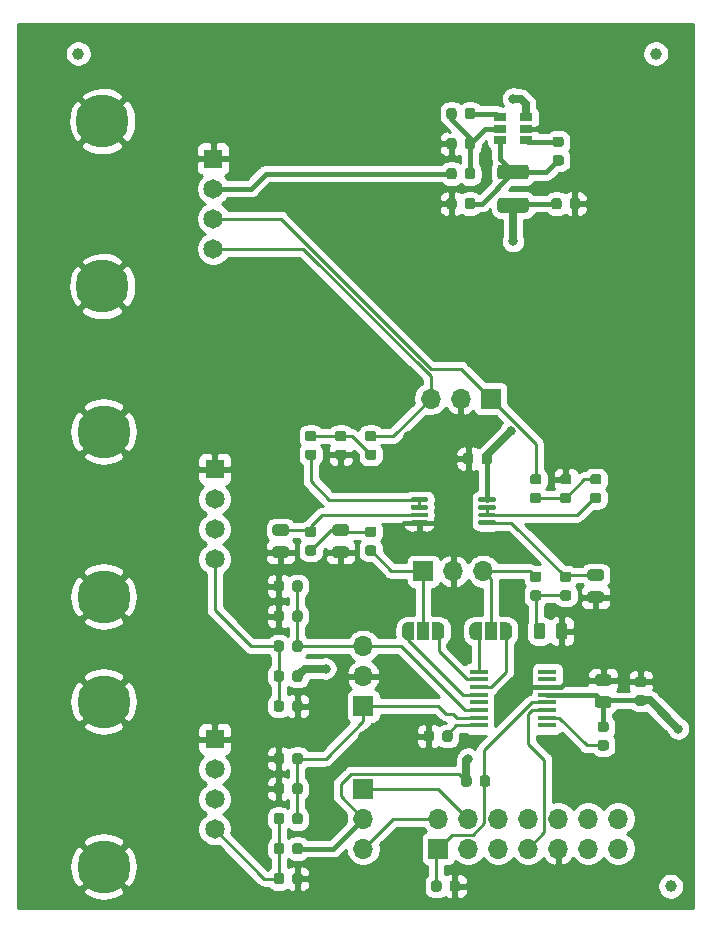
<source format=gtl>
G04 #@! TF.GenerationSoftware,KiCad,Pcbnew,(5.1.6)-1*
G04 #@! TF.CreationDate,2022-11-16T12:34:37-06:00*
G04 #@! TF.ProjectId,adc2o2,61646332-6f32-42e6-9b69-6361645f7063,rev?*
G04 #@! TF.SameCoordinates,Original*
G04 #@! TF.FileFunction,Copper,L1,Top*
G04 #@! TF.FilePolarity,Positive*
%FSLAX46Y46*%
G04 Gerber Fmt 4.6, Leading zero omitted, Abs format (unit mm)*
G04 Created by KiCad (PCBNEW (5.1.6)-1) date 2022-11-16 12:34:37*
%MOMM*%
%LPD*%
G01*
G04 APERTURE LIST*
G04 #@! TA.AperFunction,ComponentPad*
%ADD10C,4.500000*%
G04 #@! TD*
G04 #@! TA.AperFunction,ComponentPad*
%ADD11C,1.650000*%
G04 #@! TD*
G04 #@! TA.AperFunction,ComponentPad*
%ADD12R,1.650000X1.650000*%
G04 #@! TD*
G04 #@! TA.AperFunction,SMDPad,CuDef*
%ADD13C,1.000000*%
G04 #@! TD*
G04 #@! TA.AperFunction,SMDPad,CuDef*
%ADD14R,1.500000X0.450000*%
G04 #@! TD*
G04 #@! TA.AperFunction,SMDPad,CuDef*
%ADD15R,1.060000X0.650000*%
G04 #@! TD*
G04 #@! TA.AperFunction,SMDPad,CuDef*
%ADD16R,1.000000X1.500000*%
G04 #@! TD*
G04 #@! TA.AperFunction,SMDPad,CuDef*
%ADD17C,0.100000*%
G04 #@! TD*
G04 #@! TA.AperFunction,ComponentPad*
%ADD18O,1.700000X1.700000*%
G04 #@! TD*
G04 #@! TA.AperFunction,ComponentPad*
%ADD19R,1.700000X1.700000*%
G04 #@! TD*
G04 #@! TA.AperFunction,ViaPad*
%ADD20C,0.800000*%
G04 #@! TD*
G04 #@! TA.AperFunction,Conductor*
%ADD21C,0.381000*%
G04 #@! TD*
G04 #@! TA.AperFunction,Conductor*
%ADD22C,0.250000*%
G04 #@! TD*
G04 #@! TA.AperFunction,Conductor*
%ADD23C,0.635000*%
G04 #@! TD*
G04 #@! TA.AperFunction,Conductor*
%ADD24C,0.254000*%
G04 #@! TD*
G04 APERTURE END LIST*
G04 #@! TA.AperFunction,SMDPad,CuDef*
G36*
G01*
X103700000Y-123330000D02*
X105850000Y-123330000D01*
G75*
G02*
X106100000Y-123580000I0J-250000D01*
G01*
X106100000Y-124330000D01*
G75*
G02*
X105850000Y-124580000I-250000J0D01*
G01*
X103700000Y-124580000D01*
G75*
G02*
X103450000Y-124330000I0J250000D01*
G01*
X103450000Y-123580000D01*
G75*
G02*
X103700000Y-123330000I250000J0D01*
G01*
G37*
G04 #@! TD.AperFunction*
G04 #@! TA.AperFunction,SMDPad,CuDef*
G36*
G01*
X103700000Y-120530000D02*
X105850000Y-120530000D01*
G75*
G02*
X106100000Y-120780000I0J-250000D01*
G01*
X106100000Y-121530000D01*
G75*
G02*
X105850000Y-121780000I-250000J0D01*
G01*
X103700000Y-121780000D01*
G75*
G02*
X103450000Y-121530000I0J250000D01*
G01*
X103450000Y-120780000D01*
G75*
G02*
X103700000Y-120530000I250000J0D01*
G01*
G37*
G04 #@! TD.AperFunction*
D10*
X70102000Y-157099000D03*
X70102000Y-143129000D03*
D11*
X79502000Y-153924000D03*
X79502000Y-151384000D03*
X79502000Y-148844000D03*
D12*
X79502000Y-146304000D03*
D10*
X70102000Y-179959000D03*
X70102000Y-165989000D03*
D11*
X79502000Y-176784000D03*
X79502000Y-174244000D03*
X79502000Y-171704000D03*
D12*
X79502000Y-169164000D03*
D10*
X69975000Y-130810000D03*
X69975000Y-116840000D03*
D11*
X79375000Y-127635000D03*
X79375000Y-125095000D03*
X79375000Y-122555000D03*
D12*
X79375000Y-120015000D03*
D13*
X116840000Y-111125000D03*
X118110000Y-181610000D03*
X67945000Y-111125000D03*
G04 #@! TA.AperFunction,SMDPad,CuDef*
G36*
G01*
X106423750Y-148305000D02*
X106936250Y-148305000D01*
G75*
G02*
X107155000Y-148523750I0J-218750D01*
G01*
X107155000Y-148961250D01*
G75*
G02*
X106936250Y-149180000I-218750J0D01*
G01*
X106423750Y-149180000D01*
G75*
G02*
X106205000Y-148961250I0J218750D01*
G01*
X106205000Y-148523750D01*
G75*
G02*
X106423750Y-148305000I218750J0D01*
G01*
G37*
G04 #@! TD.AperFunction*
G04 #@! TA.AperFunction,SMDPad,CuDef*
G36*
G01*
X106423750Y-146730000D02*
X106936250Y-146730000D01*
G75*
G02*
X107155000Y-146948750I0J-218750D01*
G01*
X107155000Y-147386250D01*
G75*
G02*
X106936250Y-147605000I-218750J0D01*
G01*
X106423750Y-147605000D01*
G75*
G02*
X106205000Y-147386250I0J218750D01*
G01*
X106205000Y-146948750D01*
G75*
G02*
X106423750Y-146730000I218750J0D01*
G01*
G37*
G04 #@! TD.AperFunction*
G04 #@! TA.AperFunction,SMDPad,CuDef*
G36*
G01*
X101820000Y-148985000D02*
X101820000Y-148785000D01*
G75*
G02*
X101920000Y-148685000I100000J0D01*
G01*
X103195000Y-148685000D01*
G75*
G02*
X103295000Y-148785000I0J-100000D01*
G01*
X103295000Y-148985000D01*
G75*
G02*
X103195000Y-149085000I-100000J0D01*
G01*
X101920000Y-149085000D01*
G75*
G02*
X101820000Y-148985000I0J100000D01*
G01*
G37*
G04 #@! TD.AperFunction*
G04 #@! TA.AperFunction,SMDPad,CuDef*
G36*
G01*
X101820000Y-149635000D02*
X101820000Y-149435000D01*
G75*
G02*
X101920000Y-149335000I100000J0D01*
G01*
X103195000Y-149335000D01*
G75*
G02*
X103295000Y-149435000I0J-100000D01*
G01*
X103295000Y-149635000D01*
G75*
G02*
X103195000Y-149735000I-100000J0D01*
G01*
X101920000Y-149735000D01*
G75*
G02*
X101820000Y-149635000I0J100000D01*
G01*
G37*
G04 #@! TD.AperFunction*
G04 #@! TA.AperFunction,SMDPad,CuDef*
G36*
G01*
X101820000Y-150285000D02*
X101820000Y-150085000D01*
G75*
G02*
X101920000Y-149985000I100000J0D01*
G01*
X103195000Y-149985000D01*
G75*
G02*
X103295000Y-150085000I0J-100000D01*
G01*
X103295000Y-150285000D01*
G75*
G02*
X103195000Y-150385000I-100000J0D01*
G01*
X101920000Y-150385000D01*
G75*
G02*
X101820000Y-150285000I0J100000D01*
G01*
G37*
G04 #@! TD.AperFunction*
G04 #@! TA.AperFunction,SMDPad,CuDef*
G36*
G01*
X101820000Y-150935000D02*
X101820000Y-150735000D01*
G75*
G02*
X101920000Y-150635000I100000J0D01*
G01*
X103195000Y-150635000D01*
G75*
G02*
X103295000Y-150735000I0J-100000D01*
G01*
X103295000Y-150935000D01*
G75*
G02*
X103195000Y-151035000I-100000J0D01*
G01*
X101920000Y-151035000D01*
G75*
G02*
X101820000Y-150935000I0J100000D01*
G01*
G37*
G04 #@! TD.AperFunction*
G04 #@! TA.AperFunction,SMDPad,CuDef*
G36*
G01*
X96095000Y-150935000D02*
X96095000Y-150735000D01*
G75*
G02*
X96195000Y-150635000I100000J0D01*
G01*
X97470000Y-150635000D01*
G75*
G02*
X97570000Y-150735000I0J-100000D01*
G01*
X97570000Y-150935000D01*
G75*
G02*
X97470000Y-151035000I-100000J0D01*
G01*
X96195000Y-151035000D01*
G75*
G02*
X96095000Y-150935000I0J100000D01*
G01*
G37*
G04 #@! TD.AperFunction*
G04 #@! TA.AperFunction,SMDPad,CuDef*
G36*
G01*
X96095000Y-150285000D02*
X96095000Y-150085000D01*
G75*
G02*
X96195000Y-149985000I100000J0D01*
G01*
X97470000Y-149985000D01*
G75*
G02*
X97570000Y-150085000I0J-100000D01*
G01*
X97570000Y-150285000D01*
G75*
G02*
X97470000Y-150385000I-100000J0D01*
G01*
X96195000Y-150385000D01*
G75*
G02*
X96095000Y-150285000I0J100000D01*
G01*
G37*
G04 #@! TD.AperFunction*
G04 #@! TA.AperFunction,SMDPad,CuDef*
G36*
G01*
X96095000Y-149635000D02*
X96095000Y-149435000D01*
G75*
G02*
X96195000Y-149335000I100000J0D01*
G01*
X97470000Y-149335000D01*
G75*
G02*
X97570000Y-149435000I0J-100000D01*
G01*
X97570000Y-149635000D01*
G75*
G02*
X97470000Y-149735000I-100000J0D01*
G01*
X96195000Y-149735000D01*
G75*
G02*
X96095000Y-149635000I0J100000D01*
G01*
G37*
G04 #@! TD.AperFunction*
G04 #@! TA.AperFunction,SMDPad,CuDef*
G36*
G01*
X96095000Y-148985000D02*
X96095000Y-148785000D01*
G75*
G02*
X96195000Y-148685000I100000J0D01*
G01*
X97470000Y-148685000D01*
G75*
G02*
X97570000Y-148785000I0J-100000D01*
G01*
X97570000Y-148985000D01*
G75*
G02*
X97470000Y-149085000I-100000J0D01*
G01*
X96195000Y-149085000D01*
G75*
G02*
X96095000Y-148985000I0J100000D01*
G01*
G37*
G04 #@! TD.AperFunction*
D14*
X107675000Y-163460000D03*
X101875000Y-163460000D03*
X107675000Y-164110000D03*
X101875000Y-164110000D03*
X107675000Y-164760000D03*
X101875000Y-164760000D03*
X107675000Y-165410000D03*
X101875000Y-165410000D03*
X107675000Y-166060000D03*
X101875000Y-166060000D03*
X107675000Y-166710000D03*
X101875000Y-166710000D03*
X107675000Y-167360000D03*
X101875000Y-167360000D03*
X107675000Y-168010000D03*
X101875000Y-168010000D03*
D15*
X103675000Y-117475000D03*
X103675000Y-118425000D03*
X103675000Y-116525000D03*
X105875000Y-116525000D03*
X105875000Y-117475000D03*
X105875000Y-118425000D03*
G04 #@! TA.AperFunction,SMDPad,CuDef*
G36*
G01*
X111503750Y-148305000D02*
X112016250Y-148305000D01*
G75*
G02*
X112235000Y-148523750I0J-218750D01*
G01*
X112235000Y-148961250D01*
G75*
G02*
X112016250Y-149180000I-218750J0D01*
G01*
X111503750Y-149180000D01*
G75*
G02*
X111285000Y-148961250I0J218750D01*
G01*
X111285000Y-148523750D01*
G75*
G02*
X111503750Y-148305000I218750J0D01*
G01*
G37*
G04 #@! TD.AperFunction*
G04 #@! TA.AperFunction,SMDPad,CuDef*
G36*
G01*
X111503750Y-146730000D02*
X112016250Y-146730000D01*
G75*
G02*
X112235000Y-146948750I0J-218750D01*
G01*
X112235000Y-147386250D01*
G75*
G02*
X112016250Y-147605000I-218750J0D01*
G01*
X111503750Y-147605000D01*
G75*
G02*
X111285000Y-147386250I0J218750D01*
G01*
X111285000Y-146948750D01*
G75*
G02*
X111503750Y-146730000I218750J0D01*
G01*
G37*
G04 #@! TD.AperFunction*
G04 #@! TA.AperFunction,SMDPad,CuDef*
G36*
G01*
X108963750Y-156560000D02*
X109476250Y-156560000D01*
G75*
G02*
X109695000Y-156778750I0J-218750D01*
G01*
X109695000Y-157216250D01*
G75*
G02*
X109476250Y-157435000I-218750J0D01*
G01*
X108963750Y-157435000D01*
G75*
G02*
X108745000Y-157216250I0J218750D01*
G01*
X108745000Y-156778750D01*
G75*
G02*
X108963750Y-156560000I218750J0D01*
G01*
G37*
G04 #@! TD.AperFunction*
G04 #@! TA.AperFunction,SMDPad,CuDef*
G36*
G01*
X108963750Y-154985000D02*
X109476250Y-154985000D01*
G75*
G02*
X109695000Y-155203750I0J-218750D01*
G01*
X109695000Y-155641250D01*
G75*
G02*
X109476250Y-155860000I-218750J0D01*
G01*
X108963750Y-155860000D01*
G75*
G02*
X108745000Y-155641250I0J218750D01*
G01*
X108745000Y-155203750D01*
G75*
G02*
X108963750Y-154985000I218750J0D01*
G01*
G37*
G04 #@! TD.AperFunction*
G04 #@! TA.AperFunction,SMDPad,CuDef*
G36*
G01*
X106936250Y-155860000D02*
X106423750Y-155860000D01*
G75*
G02*
X106205000Y-155641250I0J218750D01*
G01*
X106205000Y-155203750D01*
G75*
G02*
X106423750Y-154985000I218750J0D01*
G01*
X106936250Y-154985000D01*
G75*
G02*
X107155000Y-155203750I0J-218750D01*
G01*
X107155000Y-155641250D01*
G75*
G02*
X106936250Y-155860000I-218750J0D01*
G01*
G37*
G04 #@! TD.AperFunction*
G04 #@! TA.AperFunction,SMDPad,CuDef*
G36*
G01*
X106936250Y-157435000D02*
X106423750Y-157435000D01*
G75*
G02*
X106205000Y-157216250I0J218750D01*
G01*
X106205000Y-156778750D01*
G75*
G02*
X106423750Y-156560000I218750J0D01*
G01*
X106936250Y-156560000D01*
G75*
G02*
X107155000Y-156778750I0J-218750D01*
G01*
X107155000Y-157216250D01*
G75*
G02*
X106936250Y-157435000I-218750J0D01*
G01*
G37*
G04 #@! TD.AperFunction*
G04 #@! TA.AperFunction,SMDPad,CuDef*
G36*
G01*
X92453750Y-144647500D02*
X92966250Y-144647500D01*
G75*
G02*
X93185000Y-144866250I0J-218750D01*
G01*
X93185000Y-145303750D01*
G75*
G02*
X92966250Y-145522500I-218750J0D01*
G01*
X92453750Y-145522500D01*
G75*
G02*
X92235000Y-145303750I0J218750D01*
G01*
X92235000Y-144866250D01*
G75*
G02*
X92453750Y-144647500I218750J0D01*
G01*
G37*
G04 #@! TD.AperFunction*
G04 #@! TA.AperFunction,SMDPad,CuDef*
G36*
G01*
X92453750Y-143072500D02*
X92966250Y-143072500D01*
G75*
G02*
X93185000Y-143291250I0J-218750D01*
G01*
X93185000Y-143728750D01*
G75*
G02*
X92966250Y-143947500I-218750J0D01*
G01*
X92453750Y-143947500D01*
G75*
G02*
X92235000Y-143728750I0J218750D01*
G01*
X92235000Y-143291250D01*
G75*
G02*
X92453750Y-143072500I218750J0D01*
G01*
G37*
G04 #@! TD.AperFunction*
G04 #@! TA.AperFunction,SMDPad,CuDef*
G36*
G01*
X87373750Y-144647500D02*
X87886250Y-144647500D01*
G75*
G02*
X88105000Y-144866250I0J-218750D01*
G01*
X88105000Y-145303750D01*
G75*
G02*
X87886250Y-145522500I-218750J0D01*
G01*
X87373750Y-145522500D01*
G75*
G02*
X87155000Y-145303750I0J218750D01*
G01*
X87155000Y-144866250D01*
G75*
G02*
X87373750Y-144647500I218750J0D01*
G01*
G37*
G04 #@! TD.AperFunction*
G04 #@! TA.AperFunction,SMDPad,CuDef*
G36*
G01*
X87373750Y-143072500D02*
X87886250Y-143072500D01*
G75*
G02*
X88105000Y-143291250I0J-218750D01*
G01*
X88105000Y-143728750D01*
G75*
G02*
X87886250Y-143947500I-218750J0D01*
G01*
X87373750Y-143947500D01*
G75*
G02*
X87155000Y-143728750I0J218750D01*
G01*
X87155000Y-143291250D01*
G75*
G02*
X87373750Y-143072500I218750J0D01*
G01*
G37*
G04 #@! TD.AperFunction*
G04 #@! TA.AperFunction,SMDPad,CuDef*
G36*
G01*
X87373750Y-152750000D02*
X87886250Y-152750000D01*
G75*
G02*
X88105000Y-152968750I0J-218750D01*
G01*
X88105000Y-153406250D01*
G75*
G02*
X87886250Y-153625000I-218750J0D01*
G01*
X87373750Y-153625000D01*
G75*
G02*
X87155000Y-153406250I0J218750D01*
G01*
X87155000Y-152968750D01*
G75*
G02*
X87373750Y-152750000I218750J0D01*
G01*
G37*
G04 #@! TD.AperFunction*
G04 #@! TA.AperFunction,SMDPad,CuDef*
G36*
G01*
X87373750Y-151175000D02*
X87886250Y-151175000D01*
G75*
G02*
X88105000Y-151393750I0J-218750D01*
G01*
X88105000Y-151831250D01*
G75*
G02*
X87886250Y-152050000I-218750J0D01*
G01*
X87373750Y-152050000D01*
G75*
G02*
X87155000Y-151831250I0J218750D01*
G01*
X87155000Y-151393750D01*
G75*
G02*
X87373750Y-151175000I218750J0D01*
G01*
G37*
G04 #@! TD.AperFunction*
G04 #@! TA.AperFunction,SMDPad,CuDef*
G36*
G01*
X92453750Y-152750000D02*
X92966250Y-152750000D01*
G75*
G02*
X93185000Y-152968750I0J-218750D01*
G01*
X93185000Y-153406250D01*
G75*
G02*
X92966250Y-153625000I-218750J0D01*
G01*
X92453750Y-153625000D01*
G75*
G02*
X92235000Y-153406250I0J218750D01*
G01*
X92235000Y-152968750D01*
G75*
G02*
X92453750Y-152750000I218750J0D01*
G01*
G37*
G04 #@! TD.AperFunction*
G04 #@! TA.AperFunction,SMDPad,CuDef*
G36*
G01*
X92453750Y-151175000D02*
X92966250Y-151175000D01*
G75*
G02*
X93185000Y-151393750I0J-218750D01*
G01*
X93185000Y-151831250D01*
G75*
G02*
X92966250Y-152050000I-218750J0D01*
G01*
X92453750Y-152050000D01*
G75*
G02*
X92235000Y-151831250I0J218750D01*
G01*
X92235000Y-151393750D01*
G75*
G02*
X92453750Y-151175000I218750J0D01*
G01*
G37*
G04 #@! TD.AperFunction*
G04 #@! TA.AperFunction,SMDPad,CuDef*
G36*
G01*
X86075000Y-161546250D02*
X86075000Y-161033750D01*
G75*
G02*
X86293750Y-160815000I218750J0D01*
G01*
X86731250Y-160815000D01*
G75*
G02*
X86950000Y-161033750I0J-218750D01*
G01*
X86950000Y-161546250D01*
G75*
G02*
X86731250Y-161765000I-218750J0D01*
G01*
X86293750Y-161765000D01*
G75*
G02*
X86075000Y-161546250I0J218750D01*
G01*
G37*
G04 #@! TD.AperFunction*
G04 #@! TA.AperFunction,SMDPad,CuDef*
G36*
G01*
X84500000Y-161546250D02*
X84500000Y-161033750D01*
G75*
G02*
X84718750Y-160815000I218750J0D01*
G01*
X85156250Y-160815000D01*
G75*
G02*
X85375000Y-161033750I0J-218750D01*
G01*
X85375000Y-161546250D01*
G75*
G02*
X85156250Y-161765000I-218750J0D01*
G01*
X84718750Y-161765000D01*
G75*
G02*
X84500000Y-161546250I0J218750D01*
G01*
G37*
G04 #@! TD.AperFunction*
G04 #@! TA.AperFunction,SMDPad,CuDef*
G36*
G01*
X86075000Y-164086250D02*
X86075000Y-163573750D01*
G75*
G02*
X86293750Y-163355000I218750J0D01*
G01*
X86731250Y-163355000D01*
G75*
G02*
X86950000Y-163573750I0J-218750D01*
G01*
X86950000Y-164086250D01*
G75*
G02*
X86731250Y-164305000I-218750J0D01*
G01*
X86293750Y-164305000D01*
G75*
G02*
X86075000Y-164086250I0J218750D01*
G01*
G37*
G04 #@! TD.AperFunction*
G04 #@! TA.AperFunction,SMDPad,CuDef*
G36*
G01*
X84500000Y-164086250D02*
X84500000Y-163573750D01*
G75*
G02*
X84718750Y-163355000I218750J0D01*
G01*
X85156250Y-163355000D01*
G75*
G02*
X85375000Y-163573750I0J-218750D01*
G01*
X85375000Y-164086250D01*
G75*
G02*
X85156250Y-164305000I-218750J0D01*
G01*
X84718750Y-164305000D01*
G75*
G02*
X84500000Y-164086250I0J218750D01*
G01*
G37*
G04 #@! TD.AperFunction*
G04 #@! TA.AperFunction,SMDPad,CuDef*
G36*
G01*
X112138750Y-169260000D02*
X112651250Y-169260000D01*
G75*
G02*
X112870000Y-169478750I0J-218750D01*
G01*
X112870000Y-169916250D01*
G75*
G02*
X112651250Y-170135000I-218750J0D01*
G01*
X112138750Y-170135000D01*
G75*
G02*
X111920000Y-169916250I0J218750D01*
G01*
X111920000Y-169478750D01*
G75*
G02*
X112138750Y-169260000I218750J0D01*
G01*
G37*
G04 #@! TD.AperFunction*
G04 #@! TA.AperFunction,SMDPad,CuDef*
G36*
G01*
X112138750Y-167685000D02*
X112651250Y-167685000D01*
G75*
G02*
X112870000Y-167903750I0J-218750D01*
G01*
X112870000Y-168341250D01*
G75*
G02*
X112651250Y-168560000I-218750J0D01*
G01*
X112138750Y-168560000D01*
G75*
G02*
X111920000Y-168341250I0J218750D01*
G01*
X111920000Y-167903750D01*
G75*
G02*
X112138750Y-167685000I218750J0D01*
G01*
G37*
G04 #@! TD.AperFunction*
G04 #@! TA.AperFunction,SMDPad,CuDef*
G36*
G01*
X98775000Y-169166250D02*
X98775000Y-168653750D01*
G75*
G02*
X98993750Y-168435000I218750J0D01*
G01*
X99431250Y-168435000D01*
G75*
G02*
X99650000Y-168653750I0J-218750D01*
G01*
X99650000Y-169166250D01*
G75*
G02*
X99431250Y-169385000I-218750J0D01*
G01*
X98993750Y-169385000D01*
G75*
G02*
X98775000Y-169166250I0J218750D01*
G01*
G37*
G04 #@! TD.AperFunction*
G04 #@! TA.AperFunction,SMDPad,CuDef*
G36*
G01*
X97200000Y-169166250D02*
X97200000Y-168653750D01*
G75*
G02*
X97418750Y-168435000I218750J0D01*
G01*
X97856250Y-168435000D01*
G75*
G02*
X98075000Y-168653750I0J-218750D01*
G01*
X98075000Y-169166250D01*
G75*
G02*
X97856250Y-169385000I-218750J0D01*
G01*
X97418750Y-169385000D01*
G75*
G02*
X97200000Y-169166250I0J218750D01*
G01*
G37*
G04 #@! TD.AperFunction*
G04 #@! TA.AperFunction,SMDPad,CuDef*
G36*
G01*
X101950000Y-172976250D02*
X101950000Y-172463750D01*
G75*
G02*
X102168750Y-172245000I218750J0D01*
G01*
X102606250Y-172245000D01*
G75*
G02*
X102825000Y-172463750I0J-218750D01*
G01*
X102825000Y-172976250D01*
G75*
G02*
X102606250Y-173195000I-218750J0D01*
G01*
X102168750Y-173195000D01*
G75*
G02*
X101950000Y-172976250I0J218750D01*
G01*
G37*
G04 #@! TD.AperFunction*
G04 #@! TA.AperFunction,SMDPad,CuDef*
G36*
G01*
X100375000Y-172976250D02*
X100375000Y-172463750D01*
G75*
G02*
X100593750Y-172245000I218750J0D01*
G01*
X101031250Y-172245000D01*
G75*
G02*
X101250000Y-172463750I0J-218750D01*
G01*
X101250000Y-172976250D01*
G75*
G02*
X101031250Y-173195000I-218750J0D01*
G01*
X100593750Y-173195000D01*
G75*
G02*
X100375000Y-172976250I0J218750D01*
G01*
G37*
G04 #@! TD.AperFunction*
G04 #@! TA.AperFunction,SMDPad,CuDef*
G36*
G01*
X86075000Y-176151250D02*
X86075000Y-175638750D01*
G75*
G02*
X86293750Y-175420000I218750J0D01*
G01*
X86731250Y-175420000D01*
G75*
G02*
X86950000Y-175638750I0J-218750D01*
G01*
X86950000Y-176151250D01*
G75*
G02*
X86731250Y-176370000I-218750J0D01*
G01*
X86293750Y-176370000D01*
G75*
G02*
X86075000Y-176151250I0J218750D01*
G01*
G37*
G04 #@! TD.AperFunction*
G04 #@! TA.AperFunction,SMDPad,CuDef*
G36*
G01*
X84500000Y-176151250D02*
X84500000Y-175638750D01*
G75*
G02*
X84718750Y-175420000I218750J0D01*
G01*
X85156250Y-175420000D01*
G75*
G02*
X85375000Y-175638750I0J-218750D01*
G01*
X85375000Y-176151250D01*
G75*
G02*
X85156250Y-176370000I-218750J0D01*
G01*
X84718750Y-176370000D01*
G75*
G02*
X84500000Y-176151250I0J218750D01*
G01*
G37*
G04 #@! TD.AperFunction*
G04 #@! TA.AperFunction,SMDPad,CuDef*
G36*
G01*
X86075000Y-178691250D02*
X86075000Y-178178750D01*
G75*
G02*
X86293750Y-177960000I218750J0D01*
G01*
X86731250Y-177960000D01*
G75*
G02*
X86950000Y-178178750I0J-218750D01*
G01*
X86950000Y-178691250D01*
G75*
G02*
X86731250Y-178910000I-218750J0D01*
G01*
X86293750Y-178910000D01*
G75*
G02*
X86075000Y-178691250I0J218750D01*
G01*
G37*
G04 #@! TD.AperFunction*
G04 #@! TA.AperFunction,SMDPad,CuDef*
G36*
G01*
X84500000Y-178691250D02*
X84500000Y-178178750D01*
G75*
G02*
X84718750Y-177960000I218750J0D01*
G01*
X85156250Y-177960000D01*
G75*
G02*
X85375000Y-178178750I0J-218750D01*
G01*
X85375000Y-178691250D01*
G75*
G02*
X85156250Y-178910000I-218750J0D01*
G01*
X84718750Y-178910000D01*
G75*
G02*
X84500000Y-178691250I0J218750D01*
G01*
G37*
G04 #@! TD.AperFunction*
G04 #@! TA.AperFunction,SMDPad,CuDef*
G36*
G01*
X100680000Y-116461250D02*
X100680000Y-115948750D01*
G75*
G02*
X100898750Y-115730000I218750J0D01*
G01*
X101336250Y-115730000D01*
G75*
G02*
X101555000Y-115948750I0J-218750D01*
G01*
X101555000Y-116461250D01*
G75*
G02*
X101336250Y-116680000I-218750J0D01*
G01*
X100898750Y-116680000D01*
G75*
G02*
X100680000Y-116461250I0J218750D01*
G01*
G37*
G04 #@! TD.AperFunction*
G04 #@! TA.AperFunction,SMDPad,CuDef*
G36*
G01*
X99105000Y-116461250D02*
X99105000Y-115948750D01*
G75*
G02*
X99323750Y-115730000I218750J0D01*
G01*
X99761250Y-115730000D01*
G75*
G02*
X99980000Y-115948750I0J-218750D01*
G01*
X99980000Y-116461250D01*
G75*
G02*
X99761250Y-116680000I-218750J0D01*
G01*
X99323750Y-116680000D01*
G75*
G02*
X99105000Y-116461250I0J218750D01*
G01*
G37*
G04 #@! TD.AperFunction*
D16*
X102870000Y-160020000D03*
G04 #@! TA.AperFunction,SMDPad,CuDef*
D17*
G36*
X104170000Y-159270602D02*
G01*
X104194534Y-159270602D01*
X104243365Y-159275412D01*
X104291490Y-159284984D01*
X104338445Y-159299228D01*
X104383778Y-159318005D01*
X104427051Y-159341136D01*
X104467850Y-159368396D01*
X104505779Y-159399524D01*
X104540476Y-159434221D01*
X104571604Y-159472150D01*
X104598864Y-159512949D01*
X104621995Y-159556222D01*
X104640772Y-159601555D01*
X104655016Y-159648510D01*
X104664588Y-159696635D01*
X104669398Y-159745466D01*
X104669398Y-159770000D01*
X104670000Y-159770000D01*
X104670000Y-160270000D01*
X104669398Y-160270000D01*
X104669398Y-160294534D01*
X104664588Y-160343365D01*
X104655016Y-160391490D01*
X104640772Y-160438445D01*
X104621995Y-160483778D01*
X104598864Y-160527051D01*
X104571604Y-160567850D01*
X104540476Y-160605779D01*
X104505779Y-160640476D01*
X104467850Y-160671604D01*
X104427051Y-160698864D01*
X104383778Y-160721995D01*
X104338445Y-160740772D01*
X104291490Y-160755016D01*
X104243365Y-160764588D01*
X104194534Y-160769398D01*
X104170000Y-160769398D01*
X104170000Y-160770000D01*
X103620000Y-160770000D01*
X103620000Y-159270000D01*
X104170000Y-159270000D01*
X104170000Y-159270602D01*
G37*
G04 #@! TD.AperFunction*
G04 #@! TA.AperFunction,SMDPad,CuDef*
G36*
X102120000Y-160770000D02*
G01*
X101570000Y-160770000D01*
X101570000Y-160769398D01*
X101545466Y-160769398D01*
X101496635Y-160764588D01*
X101448510Y-160755016D01*
X101401555Y-160740772D01*
X101356222Y-160721995D01*
X101312949Y-160698864D01*
X101272150Y-160671604D01*
X101234221Y-160640476D01*
X101199524Y-160605779D01*
X101168396Y-160567850D01*
X101141136Y-160527051D01*
X101118005Y-160483778D01*
X101099228Y-160438445D01*
X101084984Y-160391490D01*
X101075412Y-160343365D01*
X101070602Y-160294534D01*
X101070602Y-160270000D01*
X101070000Y-160270000D01*
X101070000Y-159770000D01*
X101070602Y-159770000D01*
X101070602Y-159745466D01*
X101075412Y-159696635D01*
X101084984Y-159648510D01*
X101099228Y-159601555D01*
X101118005Y-159556222D01*
X101141136Y-159512949D01*
X101168396Y-159472150D01*
X101199524Y-159434221D01*
X101234221Y-159399524D01*
X101272150Y-159368396D01*
X101312949Y-159341136D01*
X101356222Y-159318005D01*
X101401555Y-159299228D01*
X101448510Y-159284984D01*
X101496635Y-159275412D01*
X101545466Y-159270602D01*
X101570000Y-159270602D01*
X101570000Y-159270000D01*
X102120000Y-159270000D01*
X102120000Y-160770000D01*
G37*
G04 #@! TD.AperFunction*
D16*
X97155000Y-160020000D03*
G04 #@! TA.AperFunction,SMDPad,CuDef*
D17*
G36*
X95855000Y-160769398D02*
G01*
X95830466Y-160769398D01*
X95781635Y-160764588D01*
X95733510Y-160755016D01*
X95686555Y-160740772D01*
X95641222Y-160721995D01*
X95597949Y-160698864D01*
X95557150Y-160671604D01*
X95519221Y-160640476D01*
X95484524Y-160605779D01*
X95453396Y-160567850D01*
X95426136Y-160527051D01*
X95403005Y-160483778D01*
X95384228Y-160438445D01*
X95369984Y-160391490D01*
X95360412Y-160343365D01*
X95355602Y-160294534D01*
X95355602Y-160270000D01*
X95355000Y-160270000D01*
X95355000Y-159770000D01*
X95355602Y-159770000D01*
X95355602Y-159745466D01*
X95360412Y-159696635D01*
X95369984Y-159648510D01*
X95384228Y-159601555D01*
X95403005Y-159556222D01*
X95426136Y-159512949D01*
X95453396Y-159472150D01*
X95484524Y-159434221D01*
X95519221Y-159399524D01*
X95557150Y-159368396D01*
X95597949Y-159341136D01*
X95641222Y-159318005D01*
X95686555Y-159299228D01*
X95733510Y-159284984D01*
X95781635Y-159275412D01*
X95830466Y-159270602D01*
X95855000Y-159270602D01*
X95855000Y-159270000D01*
X96405000Y-159270000D01*
X96405000Y-160770000D01*
X95855000Y-160770000D01*
X95855000Y-160769398D01*
G37*
G04 #@! TD.AperFunction*
G04 #@! TA.AperFunction,SMDPad,CuDef*
G36*
X97905000Y-159270000D02*
G01*
X98455000Y-159270000D01*
X98455000Y-159270602D01*
X98479534Y-159270602D01*
X98528365Y-159275412D01*
X98576490Y-159284984D01*
X98623445Y-159299228D01*
X98668778Y-159318005D01*
X98712051Y-159341136D01*
X98752850Y-159368396D01*
X98790779Y-159399524D01*
X98825476Y-159434221D01*
X98856604Y-159472150D01*
X98883864Y-159512949D01*
X98906995Y-159556222D01*
X98925772Y-159601555D01*
X98940016Y-159648510D01*
X98949588Y-159696635D01*
X98954398Y-159745466D01*
X98954398Y-159770000D01*
X98955000Y-159770000D01*
X98955000Y-160270000D01*
X98954398Y-160270000D01*
X98954398Y-160294534D01*
X98949588Y-160343365D01*
X98940016Y-160391490D01*
X98925772Y-160438445D01*
X98906995Y-160483778D01*
X98883864Y-160527051D01*
X98856604Y-160567850D01*
X98825476Y-160605779D01*
X98790779Y-160640476D01*
X98752850Y-160671604D01*
X98712051Y-160698864D01*
X98668778Y-160721995D01*
X98623445Y-160740772D01*
X98576490Y-160755016D01*
X98528365Y-160764588D01*
X98479534Y-160769398D01*
X98455000Y-160769398D01*
X98455000Y-160770000D01*
X97905000Y-160770000D01*
X97905000Y-159270000D01*
G37*
G04 #@! TD.AperFunction*
D18*
X97790000Y-140335000D03*
X100330000Y-140335000D03*
D19*
X102870000Y-140335000D03*
D18*
X102235000Y-154940000D03*
X99695000Y-154940000D03*
D19*
X97155000Y-154940000D03*
D18*
X113665000Y-175895000D03*
X113665000Y-178435000D03*
X111125000Y-175895000D03*
X111125000Y-178435000D03*
X108585000Y-175895000D03*
X108585000Y-178435000D03*
X106045000Y-175895000D03*
X106045000Y-178435000D03*
X103505000Y-175895000D03*
X103505000Y-178435000D03*
X100965000Y-175895000D03*
X100965000Y-178435000D03*
X98425000Y-175895000D03*
D19*
X98425000Y-178435000D03*
D18*
X92075000Y-161290000D03*
X92075000Y-163830000D03*
D19*
X92075000Y-166370000D03*
D18*
X92075000Y-178435000D03*
X92075000Y-175895000D03*
D19*
X92075000Y-173355000D03*
G04 #@! TA.AperFunction,SMDPad,CuDef*
G36*
G01*
X109476250Y-147605000D02*
X108963750Y-147605000D01*
G75*
G02*
X108745000Y-147386250I0J218750D01*
G01*
X108745000Y-146948750D01*
G75*
G02*
X108963750Y-146730000I218750J0D01*
G01*
X109476250Y-146730000D01*
G75*
G02*
X109695000Y-146948750I0J-218750D01*
G01*
X109695000Y-147386250D01*
G75*
G02*
X109476250Y-147605000I-218750J0D01*
G01*
G37*
G04 #@! TD.AperFunction*
G04 #@! TA.AperFunction,SMDPad,CuDef*
G36*
G01*
X109476250Y-149180000D02*
X108963750Y-149180000D01*
G75*
G02*
X108745000Y-148961250I0J218750D01*
G01*
X108745000Y-148523750D01*
G75*
G02*
X108963750Y-148305000I218750J0D01*
G01*
X109476250Y-148305000D01*
G75*
G02*
X109695000Y-148523750I0J-218750D01*
G01*
X109695000Y-148961250D01*
G75*
G02*
X109476250Y-149180000I-218750J0D01*
G01*
G37*
G04 #@! TD.AperFunction*
G04 #@! TA.AperFunction,SMDPad,CuDef*
G36*
G01*
X89913750Y-144647500D02*
X90426250Y-144647500D01*
G75*
G02*
X90645000Y-144866250I0J-218750D01*
G01*
X90645000Y-145303750D01*
G75*
G02*
X90426250Y-145522500I-218750J0D01*
G01*
X89913750Y-145522500D01*
G75*
G02*
X89695000Y-145303750I0J218750D01*
G01*
X89695000Y-144866250D01*
G75*
G02*
X89913750Y-144647500I218750J0D01*
G01*
G37*
G04 #@! TD.AperFunction*
G04 #@! TA.AperFunction,SMDPad,CuDef*
G36*
G01*
X89913750Y-143072500D02*
X90426250Y-143072500D01*
G75*
G02*
X90645000Y-143291250I0J-218750D01*
G01*
X90645000Y-143728750D01*
G75*
G02*
X90426250Y-143947500I-218750J0D01*
G01*
X89913750Y-143947500D01*
G75*
G02*
X89695000Y-143728750I0J218750D01*
G01*
X89695000Y-143291250D01*
G75*
G02*
X89913750Y-143072500I218750J0D01*
G01*
G37*
G04 #@! TD.AperFunction*
G04 #@! TA.AperFunction,SMDPad,CuDef*
G36*
G01*
X85375000Y-155953750D02*
X85375000Y-156466250D01*
G75*
G02*
X85156250Y-156685000I-218750J0D01*
G01*
X84718750Y-156685000D01*
G75*
G02*
X84500000Y-156466250I0J218750D01*
G01*
X84500000Y-155953750D01*
G75*
G02*
X84718750Y-155735000I218750J0D01*
G01*
X85156250Y-155735000D01*
G75*
G02*
X85375000Y-155953750I0J-218750D01*
G01*
G37*
G04 #@! TD.AperFunction*
G04 #@! TA.AperFunction,SMDPad,CuDef*
G36*
G01*
X86950000Y-155953750D02*
X86950000Y-156466250D01*
G75*
G02*
X86731250Y-156685000I-218750J0D01*
G01*
X86293750Y-156685000D01*
G75*
G02*
X86075000Y-156466250I0J218750D01*
G01*
X86075000Y-155953750D01*
G75*
G02*
X86293750Y-155735000I218750J0D01*
G01*
X86731250Y-155735000D01*
G75*
G02*
X86950000Y-155953750I0J-218750D01*
G01*
G37*
G04 #@! TD.AperFunction*
G04 #@! TA.AperFunction,SMDPad,CuDef*
G36*
G01*
X85375000Y-170558750D02*
X85375000Y-171071250D01*
G75*
G02*
X85156250Y-171290000I-218750J0D01*
G01*
X84718750Y-171290000D01*
G75*
G02*
X84500000Y-171071250I0J218750D01*
G01*
X84500000Y-170558750D01*
G75*
G02*
X84718750Y-170340000I218750J0D01*
G01*
X85156250Y-170340000D01*
G75*
G02*
X85375000Y-170558750I0J-218750D01*
G01*
G37*
G04 #@! TD.AperFunction*
G04 #@! TA.AperFunction,SMDPad,CuDef*
G36*
G01*
X86950000Y-170558750D02*
X86950000Y-171071250D01*
G75*
G02*
X86731250Y-171290000I-218750J0D01*
G01*
X86293750Y-171290000D01*
G75*
G02*
X86075000Y-171071250I0J218750D01*
G01*
X86075000Y-170558750D01*
G75*
G02*
X86293750Y-170340000I218750J0D01*
G01*
X86731250Y-170340000D01*
G75*
G02*
X86950000Y-170558750I0J-218750D01*
G01*
G37*
G04 #@! TD.AperFunction*
G04 #@! TA.AperFunction,SMDPad,CuDef*
G36*
G01*
X99980000Y-123568750D02*
X99980000Y-124081250D01*
G75*
G02*
X99761250Y-124300000I-218750J0D01*
G01*
X99323750Y-124300000D01*
G75*
G02*
X99105000Y-124081250I0J218750D01*
G01*
X99105000Y-123568750D01*
G75*
G02*
X99323750Y-123350000I218750J0D01*
G01*
X99761250Y-123350000D01*
G75*
G02*
X99980000Y-123568750I0J-218750D01*
G01*
G37*
G04 #@! TD.AperFunction*
G04 #@! TA.AperFunction,SMDPad,CuDef*
G36*
G01*
X101555000Y-123568750D02*
X101555000Y-124081250D01*
G75*
G02*
X101336250Y-124300000I-218750J0D01*
G01*
X100898750Y-124300000D01*
G75*
G02*
X100680000Y-124081250I0J218750D01*
G01*
X100680000Y-123568750D01*
G75*
G02*
X100898750Y-123350000I218750J0D01*
G01*
X101336250Y-123350000D01*
G75*
G02*
X101555000Y-123568750I0J-218750D01*
G01*
G37*
G04 #@! TD.AperFunction*
G04 #@! TA.AperFunction,SMDPad,CuDef*
G36*
G01*
X99980000Y-121028750D02*
X99980000Y-121541250D01*
G75*
G02*
X99761250Y-121760000I-218750J0D01*
G01*
X99323750Y-121760000D01*
G75*
G02*
X99105000Y-121541250I0J218750D01*
G01*
X99105000Y-121028750D01*
G75*
G02*
X99323750Y-120810000I218750J0D01*
G01*
X99761250Y-120810000D01*
G75*
G02*
X99980000Y-121028750I0J-218750D01*
G01*
G37*
G04 #@! TD.AperFunction*
G04 #@! TA.AperFunction,SMDPad,CuDef*
G36*
G01*
X101555000Y-121028750D02*
X101555000Y-121541250D01*
G75*
G02*
X101336250Y-121760000I-218750J0D01*
G01*
X100898750Y-121760000D01*
G75*
G02*
X100680000Y-121541250I0J218750D01*
G01*
X100680000Y-121028750D01*
G75*
G02*
X100898750Y-120810000I218750J0D01*
G01*
X101336250Y-120810000D01*
G75*
G02*
X101555000Y-121028750I0J-218750D01*
G01*
G37*
G04 #@! TD.AperFunction*
G04 #@! TA.AperFunction,SMDPad,CuDef*
G36*
G01*
X112216250Y-155760000D02*
X111303750Y-155760000D01*
G75*
G02*
X111060000Y-155516250I0J243750D01*
G01*
X111060000Y-155028750D01*
G75*
G02*
X111303750Y-154785000I243750J0D01*
G01*
X112216250Y-154785000D01*
G75*
G02*
X112460000Y-155028750I0J-243750D01*
G01*
X112460000Y-155516250D01*
G75*
G02*
X112216250Y-155760000I-243750J0D01*
G01*
G37*
G04 #@! TD.AperFunction*
G04 #@! TA.AperFunction,SMDPad,CuDef*
G36*
G01*
X112216250Y-157635000D02*
X111303750Y-157635000D01*
G75*
G02*
X111060000Y-157391250I0J243750D01*
G01*
X111060000Y-156903750D01*
G75*
G02*
X111303750Y-156660000I243750J0D01*
G01*
X112216250Y-156660000D01*
G75*
G02*
X112460000Y-156903750I0J-243750D01*
G01*
X112460000Y-157391250D01*
G75*
G02*
X112216250Y-157635000I-243750J0D01*
G01*
G37*
G04 #@! TD.AperFunction*
G04 #@! TA.AperFunction,SMDPad,CuDef*
G36*
G01*
X107500000Y-159563750D02*
X107500000Y-160476250D01*
G75*
G02*
X107256250Y-160720000I-243750J0D01*
G01*
X106768750Y-160720000D01*
G75*
G02*
X106525000Y-160476250I0J243750D01*
G01*
X106525000Y-159563750D01*
G75*
G02*
X106768750Y-159320000I243750J0D01*
G01*
X107256250Y-159320000D01*
G75*
G02*
X107500000Y-159563750I0J-243750D01*
G01*
G37*
G04 #@! TD.AperFunction*
G04 #@! TA.AperFunction,SMDPad,CuDef*
G36*
G01*
X109375000Y-159563750D02*
X109375000Y-160476250D01*
G75*
G02*
X109131250Y-160720000I-243750J0D01*
G01*
X108643750Y-160720000D01*
G75*
G02*
X108400000Y-160476250I0J243750D01*
G01*
X108400000Y-159563750D01*
G75*
G02*
X108643750Y-159320000I243750J0D01*
G01*
X109131250Y-159320000D01*
G75*
G02*
X109375000Y-159563750I0J-243750D01*
G01*
G37*
G04 #@! TD.AperFunction*
G04 #@! TA.AperFunction,SMDPad,CuDef*
G36*
G01*
X101402500Y-145158750D02*
X101402500Y-145671250D01*
G75*
G02*
X101183750Y-145890000I-218750J0D01*
G01*
X100746250Y-145890000D01*
G75*
G02*
X100527500Y-145671250I0J218750D01*
G01*
X100527500Y-145158750D01*
G75*
G02*
X100746250Y-144940000I218750J0D01*
G01*
X101183750Y-144940000D01*
G75*
G02*
X101402500Y-145158750I0J-218750D01*
G01*
G37*
G04 #@! TD.AperFunction*
G04 #@! TA.AperFunction,SMDPad,CuDef*
G36*
G01*
X102977500Y-145158750D02*
X102977500Y-145671250D01*
G75*
G02*
X102758750Y-145890000I-218750J0D01*
G01*
X102321250Y-145890000D01*
G75*
G02*
X102102500Y-145671250I0J218750D01*
G01*
X102102500Y-145158750D01*
G75*
G02*
X102321250Y-144940000I218750J0D01*
G01*
X102758750Y-144940000D01*
G75*
G02*
X102977500Y-145158750I0J-218750D01*
G01*
G37*
G04 #@! TD.AperFunction*
G04 #@! TA.AperFunction,SMDPad,CuDef*
G36*
G01*
X85546250Y-151950000D02*
X84633750Y-151950000D01*
G75*
G02*
X84390000Y-151706250I0J243750D01*
G01*
X84390000Y-151218750D01*
G75*
G02*
X84633750Y-150975000I243750J0D01*
G01*
X85546250Y-150975000D01*
G75*
G02*
X85790000Y-151218750I0J-243750D01*
G01*
X85790000Y-151706250D01*
G75*
G02*
X85546250Y-151950000I-243750J0D01*
G01*
G37*
G04 #@! TD.AperFunction*
G04 #@! TA.AperFunction,SMDPad,CuDef*
G36*
G01*
X85546250Y-153825000D02*
X84633750Y-153825000D01*
G75*
G02*
X84390000Y-153581250I0J243750D01*
G01*
X84390000Y-153093750D01*
G75*
G02*
X84633750Y-152850000I243750J0D01*
G01*
X85546250Y-152850000D01*
G75*
G02*
X85790000Y-153093750I0J-243750D01*
G01*
X85790000Y-153581250D01*
G75*
G02*
X85546250Y-153825000I-243750J0D01*
G01*
G37*
G04 #@! TD.AperFunction*
G04 #@! TA.AperFunction,SMDPad,CuDef*
G36*
G01*
X90626250Y-151950000D02*
X89713750Y-151950000D01*
G75*
G02*
X89470000Y-151706250I0J243750D01*
G01*
X89470000Y-151218750D01*
G75*
G02*
X89713750Y-150975000I243750J0D01*
G01*
X90626250Y-150975000D01*
G75*
G02*
X90870000Y-151218750I0J-243750D01*
G01*
X90870000Y-151706250D01*
G75*
G02*
X90626250Y-151950000I-243750J0D01*
G01*
G37*
G04 #@! TD.AperFunction*
G04 #@! TA.AperFunction,SMDPad,CuDef*
G36*
G01*
X90626250Y-153825000D02*
X89713750Y-153825000D01*
G75*
G02*
X89470000Y-153581250I0J243750D01*
G01*
X89470000Y-153093750D01*
G75*
G02*
X89713750Y-152850000I243750J0D01*
G01*
X90626250Y-152850000D01*
G75*
G02*
X90870000Y-153093750I0J-243750D01*
G01*
X90870000Y-153581250D01*
G75*
G02*
X90626250Y-153825000I-243750J0D01*
G01*
G37*
G04 #@! TD.AperFunction*
G04 #@! TA.AperFunction,SMDPad,CuDef*
G36*
G01*
X86075000Y-166626250D02*
X86075000Y-166113750D01*
G75*
G02*
X86293750Y-165895000I218750J0D01*
G01*
X86731250Y-165895000D01*
G75*
G02*
X86950000Y-166113750I0J-218750D01*
G01*
X86950000Y-166626250D01*
G75*
G02*
X86731250Y-166845000I-218750J0D01*
G01*
X86293750Y-166845000D01*
G75*
G02*
X86075000Y-166626250I0J218750D01*
G01*
G37*
G04 #@! TD.AperFunction*
G04 #@! TA.AperFunction,SMDPad,CuDef*
G36*
G01*
X84500000Y-166626250D02*
X84500000Y-166113750D01*
G75*
G02*
X84718750Y-165895000I218750J0D01*
G01*
X85156250Y-165895000D01*
G75*
G02*
X85375000Y-166113750I0J-218750D01*
G01*
X85375000Y-166626250D01*
G75*
G02*
X85156250Y-166845000I-218750J0D01*
G01*
X84718750Y-166845000D01*
G75*
G02*
X84500000Y-166626250I0J218750D01*
G01*
G37*
G04 #@! TD.AperFunction*
G04 #@! TA.AperFunction,SMDPad,CuDef*
G36*
G01*
X85375000Y-158493750D02*
X85375000Y-159006250D01*
G75*
G02*
X85156250Y-159225000I-218750J0D01*
G01*
X84718750Y-159225000D01*
G75*
G02*
X84500000Y-159006250I0J218750D01*
G01*
X84500000Y-158493750D01*
G75*
G02*
X84718750Y-158275000I218750J0D01*
G01*
X85156250Y-158275000D01*
G75*
G02*
X85375000Y-158493750I0J-218750D01*
G01*
G37*
G04 #@! TD.AperFunction*
G04 #@! TA.AperFunction,SMDPad,CuDef*
G36*
G01*
X86950000Y-158493750D02*
X86950000Y-159006250D01*
G75*
G02*
X86731250Y-159225000I-218750J0D01*
G01*
X86293750Y-159225000D01*
G75*
G02*
X86075000Y-159006250I0J218750D01*
G01*
X86075000Y-158493750D01*
G75*
G02*
X86293750Y-158275000I218750J0D01*
G01*
X86731250Y-158275000D01*
G75*
G02*
X86950000Y-158493750I0J-218750D01*
G01*
G37*
G04 #@! TD.AperFunction*
G04 #@! TA.AperFunction,SMDPad,CuDef*
G36*
G01*
X99410000Y-181866250D02*
X99410000Y-181353750D01*
G75*
G02*
X99628750Y-181135000I218750J0D01*
G01*
X100066250Y-181135000D01*
G75*
G02*
X100285000Y-181353750I0J-218750D01*
G01*
X100285000Y-181866250D01*
G75*
G02*
X100066250Y-182085000I-218750J0D01*
G01*
X99628750Y-182085000D01*
G75*
G02*
X99410000Y-181866250I0J218750D01*
G01*
G37*
G04 #@! TD.AperFunction*
G04 #@! TA.AperFunction,SMDPad,CuDef*
G36*
G01*
X97835000Y-181866250D02*
X97835000Y-181353750D01*
G75*
G02*
X98053750Y-181135000I218750J0D01*
G01*
X98491250Y-181135000D01*
G75*
G02*
X98710000Y-181353750I0J-218750D01*
G01*
X98710000Y-181866250D01*
G75*
G02*
X98491250Y-182085000I-218750J0D01*
G01*
X98053750Y-182085000D01*
G75*
G02*
X97835000Y-181866250I0J218750D01*
G01*
G37*
G04 #@! TD.AperFunction*
G04 #@! TA.AperFunction,SMDPad,CuDef*
G36*
G01*
X115826250Y-164750000D02*
X115313750Y-164750000D01*
G75*
G02*
X115095000Y-164531250I0J218750D01*
G01*
X115095000Y-164093750D01*
G75*
G02*
X115313750Y-163875000I218750J0D01*
G01*
X115826250Y-163875000D01*
G75*
G02*
X116045000Y-164093750I0J-218750D01*
G01*
X116045000Y-164531250D01*
G75*
G02*
X115826250Y-164750000I-218750J0D01*
G01*
G37*
G04 #@! TD.AperFunction*
G04 #@! TA.AperFunction,SMDPad,CuDef*
G36*
G01*
X115826250Y-166325000D02*
X115313750Y-166325000D01*
G75*
G02*
X115095000Y-166106250I0J218750D01*
G01*
X115095000Y-165668750D01*
G75*
G02*
X115313750Y-165450000I218750J0D01*
G01*
X115826250Y-165450000D01*
G75*
G02*
X116045000Y-165668750I0J-218750D01*
G01*
X116045000Y-166106250D01*
G75*
G02*
X115826250Y-166325000I-218750J0D01*
G01*
G37*
G04 #@! TD.AperFunction*
G04 #@! TA.AperFunction,SMDPad,CuDef*
G36*
G01*
X112851250Y-164650000D02*
X111938750Y-164650000D01*
G75*
G02*
X111695000Y-164406250I0J243750D01*
G01*
X111695000Y-163918750D01*
G75*
G02*
X111938750Y-163675000I243750J0D01*
G01*
X112851250Y-163675000D01*
G75*
G02*
X113095000Y-163918750I0J-243750D01*
G01*
X113095000Y-164406250D01*
G75*
G02*
X112851250Y-164650000I-243750J0D01*
G01*
G37*
G04 #@! TD.AperFunction*
G04 #@! TA.AperFunction,SMDPad,CuDef*
G36*
G01*
X112851250Y-166525000D02*
X111938750Y-166525000D01*
G75*
G02*
X111695000Y-166281250I0J243750D01*
G01*
X111695000Y-165793750D01*
G75*
G02*
X111938750Y-165550000I243750J0D01*
G01*
X112851250Y-165550000D01*
G75*
G02*
X113095000Y-165793750I0J-243750D01*
G01*
X113095000Y-166281250D01*
G75*
G02*
X112851250Y-166525000I-243750J0D01*
G01*
G37*
G04 #@! TD.AperFunction*
G04 #@! TA.AperFunction,SMDPad,CuDef*
G36*
G01*
X86075000Y-181231250D02*
X86075000Y-180718750D01*
G75*
G02*
X86293750Y-180500000I218750J0D01*
G01*
X86731250Y-180500000D01*
G75*
G02*
X86950000Y-180718750I0J-218750D01*
G01*
X86950000Y-181231250D01*
G75*
G02*
X86731250Y-181450000I-218750J0D01*
G01*
X86293750Y-181450000D01*
G75*
G02*
X86075000Y-181231250I0J218750D01*
G01*
G37*
G04 #@! TD.AperFunction*
G04 #@! TA.AperFunction,SMDPad,CuDef*
G36*
G01*
X84500000Y-181231250D02*
X84500000Y-180718750D01*
G75*
G02*
X84718750Y-180500000I218750J0D01*
G01*
X85156250Y-180500000D01*
G75*
G02*
X85375000Y-180718750I0J-218750D01*
G01*
X85375000Y-181231250D01*
G75*
G02*
X85156250Y-181450000I-218750J0D01*
G01*
X84718750Y-181450000D01*
G75*
G02*
X84500000Y-181231250I0J218750D01*
G01*
G37*
G04 #@! TD.AperFunction*
G04 #@! TA.AperFunction,SMDPad,CuDef*
G36*
G01*
X85375000Y-173098750D02*
X85375000Y-173611250D01*
G75*
G02*
X85156250Y-173830000I-218750J0D01*
G01*
X84718750Y-173830000D01*
G75*
G02*
X84500000Y-173611250I0J218750D01*
G01*
X84500000Y-173098750D01*
G75*
G02*
X84718750Y-172880000I218750J0D01*
G01*
X85156250Y-172880000D01*
G75*
G02*
X85375000Y-173098750I0J-218750D01*
G01*
G37*
G04 #@! TD.AperFunction*
G04 #@! TA.AperFunction,SMDPad,CuDef*
G36*
G01*
X86950000Y-173098750D02*
X86950000Y-173611250D01*
G75*
G02*
X86731250Y-173830000I-218750J0D01*
G01*
X86293750Y-173830000D01*
G75*
G02*
X86075000Y-173611250I0J218750D01*
G01*
X86075000Y-173098750D01*
G75*
G02*
X86293750Y-172880000I218750J0D01*
G01*
X86731250Y-172880000D01*
G75*
G02*
X86950000Y-173098750I0J-218750D01*
G01*
G37*
G04 #@! TD.AperFunction*
G04 #@! TA.AperFunction,SMDPad,CuDef*
G36*
G01*
X109570000Y-124081250D02*
X109570000Y-123568750D01*
G75*
G02*
X109788750Y-123350000I218750J0D01*
G01*
X110226250Y-123350000D01*
G75*
G02*
X110445000Y-123568750I0J-218750D01*
G01*
X110445000Y-124081250D01*
G75*
G02*
X110226250Y-124300000I-218750J0D01*
G01*
X109788750Y-124300000D01*
G75*
G02*
X109570000Y-124081250I0J218750D01*
G01*
G37*
G04 #@! TD.AperFunction*
G04 #@! TA.AperFunction,SMDPad,CuDef*
G36*
G01*
X107995000Y-124081250D02*
X107995000Y-123568750D01*
G75*
G02*
X108213750Y-123350000I218750J0D01*
G01*
X108651250Y-123350000D01*
G75*
G02*
X108870000Y-123568750I0J-218750D01*
G01*
X108870000Y-124081250D01*
G75*
G02*
X108651250Y-124300000I-218750J0D01*
G01*
X108213750Y-124300000D01*
G75*
G02*
X107995000Y-124081250I0J218750D01*
G01*
G37*
G04 #@! TD.AperFunction*
G04 #@! TA.AperFunction,SMDPad,CuDef*
G36*
G01*
X99980000Y-118488750D02*
X99980000Y-119001250D01*
G75*
G02*
X99761250Y-119220000I-218750J0D01*
G01*
X99323750Y-119220000D01*
G75*
G02*
X99105000Y-119001250I0J218750D01*
G01*
X99105000Y-118488750D01*
G75*
G02*
X99323750Y-118270000I218750J0D01*
G01*
X99761250Y-118270000D01*
G75*
G02*
X99980000Y-118488750I0J-218750D01*
G01*
G37*
G04 #@! TD.AperFunction*
G04 #@! TA.AperFunction,SMDPad,CuDef*
G36*
G01*
X101555000Y-118488750D02*
X101555000Y-119001250D01*
G75*
G02*
X101336250Y-119220000I-218750J0D01*
G01*
X100898750Y-119220000D01*
G75*
G02*
X100680000Y-119001250I0J218750D01*
G01*
X100680000Y-118488750D01*
G75*
G02*
X100898750Y-118270000I218750J0D01*
G01*
X101336250Y-118270000D01*
G75*
G02*
X101555000Y-118488750I0J-218750D01*
G01*
G37*
G04 #@! TD.AperFunction*
G04 #@! TA.AperFunction,SMDPad,CuDef*
G36*
G01*
X108328750Y-119730000D02*
X108841250Y-119730000D01*
G75*
G02*
X109060000Y-119948750I0J-218750D01*
G01*
X109060000Y-120386250D01*
G75*
G02*
X108841250Y-120605000I-218750J0D01*
G01*
X108328750Y-120605000D01*
G75*
G02*
X108110000Y-120386250I0J218750D01*
G01*
X108110000Y-119948750D01*
G75*
G02*
X108328750Y-119730000I218750J0D01*
G01*
G37*
G04 #@! TD.AperFunction*
G04 #@! TA.AperFunction,SMDPad,CuDef*
G36*
G01*
X108328750Y-118155000D02*
X108841250Y-118155000D01*
G75*
G02*
X109060000Y-118373750I0J-218750D01*
G01*
X109060000Y-118811250D01*
G75*
G02*
X108841250Y-119030000I-218750J0D01*
G01*
X108328750Y-119030000D01*
G75*
G02*
X108110000Y-118811250I0J218750D01*
G01*
X108110000Y-118373750D01*
G75*
G02*
X108328750Y-118155000I218750J0D01*
G01*
G37*
G04 #@! TD.AperFunction*
D20*
X87630000Y-123190000D03*
X90805000Y-123190000D03*
X93980000Y-123190000D03*
X97155000Y-123190000D03*
X97155000Y-125730000D03*
X93980000Y-125730000D03*
X90805000Y-125730000D03*
X90805000Y-128270000D03*
X93980000Y-128270000D03*
X97155000Y-128270000D03*
X97155000Y-130810000D03*
X93980000Y-130810000D03*
X97155000Y-133350000D03*
X100330000Y-130810000D03*
X100330000Y-128270000D03*
X100330000Y-125730000D03*
X108585000Y-128270000D03*
X113030000Y-128270000D03*
X117475000Y-128270000D03*
X108585000Y-132080000D03*
X113030000Y-132080000D03*
X117475000Y-132080000D03*
X117475000Y-136525000D03*
X113030000Y-136525000D03*
X108585000Y-136525000D03*
X113030000Y-140970000D03*
X108585000Y-140970000D03*
X117475000Y-140970000D03*
X117475000Y-123825000D03*
X117475000Y-118745000D03*
X117475000Y-113665000D03*
X113030000Y-113665000D03*
X113030000Y-118745000D03*
X113030000Y-123825000D03*
X108585000Y-113665000D03*
X90805000Y-118745000D03*
X93980000Y-118745000D03*
X97155000Y-118745000D03*
X97155000Y-113665000D03*
X93980000Y-113665000D03*
X90805000Y-113665000D03*
X87630000Y-113665000D03*
X87630000Y-118745000D03*
X87630000Y-130810000D03*
X87630000Y-133350000D03*
X87630000Y-136525000D03*
X87630000Y-140970000D03*
X90805000Y-140970000D03*
X93980000Y-140970000D03*
X93980000Y-136525000D03*
X90805000Y-136525000D03*
X88900000Y-146685000D03*
X92710000Y-146685000D03*
X95885000Y-146685000D03*
X99060000Y-146685000D03*
X99060000Y-143510000D03*
X95885000Y-143510000D03*
X99695000Y-149225000D03*
X104775000Y-153035000D03*
X95885000Y-153035000D03*
X99695000Y-153035000D03*
X99695000Y-157480000D03*
X100330000Y-133350000D03*
X88265000Y-155575000D03*
X92710000Y-155575000D03*
X92710000Y-158750000D03*
X88265000Y-158750000D03*
X117475000Y-146050000D03*
X117475000Y-151130000D03*
X113030000Y-146050000D03*
X113030000Y-151130000D03*
X113665000Y-157480000D03*
X113665000Y-161290000D03*
X104140000Y-165735000D03*
X95885000Y-167640000D03*
X93980000Y-167640000D03*
X92075000Y-168910000D03*
X95250000Y-168910000D03*
X88900000Y-172085000D03*
X88900000Y-175895000D03*
X89535000Y-179705000D03*
X89535000Y-182245000D03*
X94615000Y-182245000D03*
X94615000Y-179705000D03*
X102870000Y-180975000D03*
X107315000Y-180975000D03*
X112395000Y-180975000D03*
X117475000Y-175895000D03*
X94615000Y-163195000D03*
X96520000Y-165100000D03*
X108585000Y-116205000D03*
X104775000Y-127000000D03*
X88900000Y-163195000D03*
X100965000Y-170815000D03*
X118745000Y-168275000D03*
X104579847Y-143070153D03*
X104775000Y-114935000D03*
D21*
X103675000Y-120055000D02*
X104775000Y-121155000D01*
X103675000Y-118425000D02*
X103675000Y-120055000D01*
X107597500Y-121155000D02*
X108585000Y-120167500D01*
X104775000Y-121155000D02*
X107597500Y-121155000D01*
X102105000Y-123825000D02*
X104775000Y-121155000D01*
X101117500Y-123825000D02*
X102105000Y-123825000D01*
X106042500Y-118592500D02*
X105875000Y-118425000D01*
X108585000Y-118592500D02*
X106042500Y-118592500D01*
X105875000Y-117475000D02*
X107315000Y-117475000D01*
X108806000Y-164760000D02*
X109101000Y-164465000D01*
X108806000Y-164760000D02*
X107675000Y-164760000D01*
X107675000Y-164760000D02*
X106340000Y-164760000D01*
X96832500Y-150835000D02*
X95545000Y-150835000D01*
X98085000Y-150835000D02*
X99695000Y-149225000D01*
X96832500Y-150835000D02*
X98085000Y-150835000D01*
X101117500Y-118745000D02*
X101117500Y-118262500D01*
X99542500Y-116687500D02*
X99542500Y-116205000D01*
X101117500Y-118262500D02*
X99542500Y-116687500D01*
X102387500Y-117475000D02*
X101117500Y-118745000D01*
X103675000Y-117475000D02*
X102387500Y-117475000D01*
X101117500Y-121285000D02*
X101117500Y-118745000D01*
X104905000Y-123825000D02*
X104775000Y-123955000D01*
X108432500Y-123825000D02*
X104905000Y-123825000D01*
X102540000Y-148867500D02*
X102557500Y-148885000D01*
X102540000Y-145415000D02*
X102540000Y-148867500D01*
X89535000Y-178435000D02*
X92075000Y-175895000D01*
X86512500Y-178435000D02*
X89535000Y-178435000D01*
X112395000Y-168122500D02*
X112395000Y-166037500D01*
X112545000Y-165887500D02*
X112395000Y-166037500D01*
X115570000Y-165887500D02*
X112545000Y-165887500D01*
X111767500Y-165410000D02*
X107675000Y-165410000D01*
X112395000Y-166037500D02*
X111767500Y-165410000D01*
D22*
X100812500Y-172720000D02*
X100177500Y-172085000D01*
X91059998Y-172085000D02*
X90170000Y-172974998D01*
X100177500Y-172085000D02*
X91059998Y-172085000D01*
X90170000Y-173990000D02*
X92075000Y-175895000D01*
X90170000Y-172974998D02*
X90170000Y-173990000D01*
D23*
X104775000Y-123955000D02*
X104775000Y-127000000D01*
X87147500Y-163195000D02*
X86512500Y-163830000D01*
X88900000Y-163195000D02*
X87147500Y-163195000D01*
X100812500Y-172720000D02*
X100812500Y-170967500D01*
X100812500Y-170967500D02*
X100965000Y-170815000D01*
X115570000Y-165887500D02*
X116357500Y-165887500D01*
X116357500Y-165887500D02*
X118745000Y-168275000D01*
X102540000Y-145415000D02*
X102540000Y-145110000D01*
X102540000Y-145110000D02*
X104579847Y-143070153D01*
X104775000Y-114935000D02*
X105410000Y-114935000D01*
X105875000Y-115400000D02*
X105875000Y-116525000D01*
X105410000Y-114935000D02*
X105875000Y-115400000D01*
D22*
X86512500Y-175895000D02*
X86512500Y-170815000D01*
X92075000Y-167640000D02*
X92075000Y-166370000D01*
X86512500Y-170815000D02*
X88900000Y-170815000D01*
X88900000Y-170815000D02*
X92075000Y-167640000D01*
X92075000Y-166370000D02*
X98425000Y-166370000D01*
X99695000Y-167005000D02*
X100050000Y-167360000D01*
X99060000Y-167005000D02*
X99695000Y-167005000D01*
X100050000Y-167360000D02*
X101875000Y-167360000D01*
X98425000Y-166370000D02*
X99060000Y-167005000D01*
X84683500Y-181229000D02*
X84937500Y-180975000D01*
X84937500Y-180975000D02*
X84937500Y-178435000D01*
X84937500Y-178435000D02*
X84937500Y-175895000D01*
X79502000Y-176784000D02*
X83693000Y-180975000D01*
X83693000Y-180975000D02*
X84937500Y-180975000D01*
X98272500Y-178587500D02*
X98425000Y-178435000D01*
X98272500Y-181610000D02*
X98272500Y-178587500D01*
X106353590Y-166060000D02*
X107675000Y-166060000D01*
X102329999Y-170083591D02*
X106353590Y-166060000D01*
X102329999Y-176269003D02*
X102329999Y-170083591D01*
X101339003Y-177259999D02*
X102329999Y-176269003D01*
X99600001Y-177259999D02*
X101339003Y-177259999D01*
X98425000Y-178435000D02*
X99600001Y-177259999D01*
X86512500Y-161290000D02*
X86512500Y-156210000D01*
X86512500Y-161290000D02*
X92075000Y-161290000D01*
X92075000Y-161290000D02*
X95250000Y-161290000D01*
X100670000Y-166710000D02*
X101875000Y-166710000D01*
X95250000Y-161290000D02*
X100670000Y-166710000D01*
X84937500Y-166370000D02*
X84937500Y-161290000D01*
X79502000Y-153924000D02*
X79502000Y-158242000D01*
X82550000Y-161290000D02*
X84937500Y-161290000D01*
X79502000Y-158242000D02*
X82550000Y-161290000D01*
X90320000Y-151612500D02*
X90170000Y-151462500D01*
X92710000Y-151612500D02*
X90320000Y-151612500D01*
X89355000Y-151462500D02*
X87630000Y-153187500D01*
X90170000Y-151462500D02*
X89355000Y-151462500D01*
X87480000Y-151462500D02*
X87630000Y-151612500D01*
X85090000Y-151462500D02*
X87480000Y-151462500D01*
X87630000Y-151612500D02*
X87630000Y-151130000D01*
X88575000Y-150185000D02*
X96832500Y-150185000D01*
X87630000Y-151130000D02*
X88575000Y-150185000D01*
X106680000Y-159687500D02*
X107012500Y-160020000D01*
X106680000Y-156997500D02*
X106680000Y-159687500D01*
X106680000Y-156997500D02*
X109220000Y-156997500D01*
X109370000Y-155272500D02*
X109220000Y-155422500D01*
X111760000Y-155272500D02*
X109370000Y-155272500D01*
X104632500Y-150835000D02*
X102557500Y-150835000D01*
X109220000Y-155422500D02*
X104632500Y-150835000D01*
D21*
X79375000Y-122555000D02*
X82550000Y-122555000D01*
X83820000Y-121285000D02*
X99542500Y-121285000D01*
X82550000Y-122555000D02*
X83820000Y-121285000D01*
D22*
X87630000Y-143510000D02*
X90170000Y-143510000D01*
X91135000Y-143510000D02*
X92710000Y-145085000D01*
X90170000Y-143510000D02*
X91135000Y-143510000D01*
X110795000Y-147167500D02*
X109220000Y-148742500D01*
X111760000Y-147167500D02*
X110795000Y-147167500D01*
X109220000Y-148742500D02*
X106680000Y-148742500D01*
X94615000Y-175895000D02*
X92075000Y-178435000D01*
X98425000Y-175895000D02*
X94615000Y-175895000D01*
X98425000Y-173355000D02*
X100965000Y-175895000D01*
X92075000Y-173355000D02*
X98425000Y-173355000D01*
X107409999Y-177070001D02*
X107409999Y-170909999D01*
X106045000Y-178435000D02*
X107409999Y-177070001D01*
X107409999Y-170909999D02*
X106045000Y-169545000D01*
X106340000Y-166710000D02*
X107675000Y-166710000D01*
X106045000Y-167005000D02*
X106340000Y-166710000D01*
X106045000Y-169545000D02*
X106045000Y-167005000D01*
X102870000Y-155575000D02*
X102235000Y-154940000D01*
X102870000Y-160020000D02*
X102870000Y-155575000D01*
X106197500Y-154940000D02*
X106680000Y-155422500D01*
X102235000Y-154940000D02*
X106197500Y-154940000D01*
X97155000Y-160020000D02*
X97155000Y-154940000D01*
X94462500Y-154940000D02*
X92710000Y-153187500D01*
X97155000Y-154940000D02*
X94462500Y-154940000D01*
X94615000Y-143510000D02*
X97790000Y-140335000D01*
X92710000Y-143510000D02*
X94615000Y-143510000D01*
X97790000Y-140335000D02*
X97790000Y-138430000D01*
X86995000Y-127635000D02*
X79375000Y-127635000D01*
X97790000Y-138430000D02*
X86995000Y-127635000D01*
X106680000Y-144145000D02*
X102870000Y-140335000D01*
X106680000Y-147167500D02*
X106680000Y-144145000D01*
X102870000Y-140335000D02*
X100330000Y-137795000D01*
X100330000Y-137795000D02*
X97791410Y-137795000D01*
X85091410Y-125095000D02*
X79375000Y-125095000D01*
X97791410Y-137795000D02*
X85091410Y-125095000D01*
X100497408Y-165410000D02*
X95855000Y-160767592D01*
X95855000Y-160767592D02*
X95855000Y-160020000D01*
X101875000Y-165410000D02*
X100497408Y-165410000D01*
X98455000Y-161690000D02*
X98455000Y-160020000D01*
X100875000Y-164110000D02*
X98455000Y-161690000D01*
X101875000Y-164110000D02*
X100875000Y-164110000D01*
X101875000Y-164760000D02*
X102875000Y-164760000D01*
X104170000Y-163465000D02*
X104170000Y-160020000D01*
X102875000Y-164760000D02*
X104170000Y-163465000D01*
X101875000Y-160325000D02*
X101570000Y-160020000D01*
X101875000Y-163460000D02*
X101875000Y-160325000D01*
D21*
X103355000Y-116205000D02*
X103675000Y-116525000D01*
X101117500Y-116205000D02*
X103355000Y-116205000D01*
D22*
X99960000Y-168010000D02*
X101875000Y-168010000D01*
X98907500Y-169062500D02*
X99960000Y-168010000D01*
X108675000Y-167360000D02*
X111012500Y-169697500D01*
X111012500Y-169697500D02*
X112395000Y-169697500D01*
X107675000Y-167360000D02*
X108675000Y-167360000D01*
X96832500Y-149535000D02*
X96832500Y-148885000D01*
X96832500Y-148885000D02*
X89195000Y-148885000D01*
X87630000Y-147320000D02*
X87630000Y-145085000D01*
X89195000Y-148885000D02*
X87630000Y-147320000D01*
X102557500Y-150185000D02*
X102557500Y-149535000D01*
X102557500Y-150185000D02*
X110180000Y-150185000D01*
X111622500Y-148742500D02*
X111760000Y-148742500D01*
X110180000Y-150185000D02*
X111622500Y-148742500D01*
D24*
G36*
X119990000Y-183490000D02*
G01*
X62890000Y-183490000D01*
X62890000Y-181984340D01*
X68256265Y-181984340D01*
X68502416Y-182376704D01*
X69004822Y-182642312D01*
X69549393Y-182804801D01*
X70115199Y-182857928D01*
X70680498Y-182799652D01*
X71223566Y-182632210D01*
X71701584Y-182376704D01*
X71947735Y-181984340D01*
X70102000Y-180138605D01*
X68256265Y-181984340D01*
X62890000Y-181984340D01*
X62890000Y-179972199D01*
X67203072Y-179972199D01*
X67261348Y-180537498D01*
X67428790Y-181080566D01*
X67684296Y-181558584D01*
X68076660Y-181804735D01*
X69922395Y-179959000D01*
X70281605Y-179959000D01*
X72127340Y-181804735D01*
X72519704Y-181558584D01*
X72785312Y-181056178D01*
X72947801Y-180511607D01*
X73000928Y-179945801D01*
X72942652Y-179380502D01*
X72775210Y-178837434D01*
X72519704Y-178359416D01*
X72127340Y-178113265D01*
X70281605Y-179959000D01*
X69922395Y-179959000D01*
X68076660Y-178113265D01*
X67684296Y-178359416D01*
X67418688Y-178861822D01*
X67256199Y-179406393D01*
X67203072Y-179972199D01*
X62890000Y-179972199D01*
X62890000Y-177933660D01*
X68256265Y-177933660D01*
X70102000Y-179779395D01*
X71947735Y-177933660D01*
X71701584Y-177541296D01*
X71199178Y-177275688D01*
X70654607Y-177113199D01*
X70088801Y-177060072D01*
X69523502Y-177118348D01*
X68980434Y-177285790D01*
X68502416Y-177541296D01*
X68256265Y-177933660D01*
X62890000Y-177933660D01*
X62890000Y-168014340D01*
X68256265Y-168014340D01*
X68502416Y-168406704D01*
X69004822Y-168672312D01*
X69549393Y-168834801D01*
X70115199Y-168887928D01*
X70680498Y-168829652D01*
X71223566Y-168662210D01*
X71701584Y-168406704D01*
X71744058Y-168339000D01*
X78038928Y-168339000D01*
X78042000Y-168878250D01*
X78200750Y-169037000D01*
X79375000Y-169037000D01*
X79375000Y-167862750D01*
X79629000Y-167862750D01*
X79629000Y-169037000D01*
X80803250Y-169037000D01*
X80962000Y-168878250D01*
X80965072Y-168339000D01*
X80952812Y-168214518D01*
X80916502Y-168094820D01*
X80857537Y-167984506D01*
X80778185Y-167887815D01*
X80681494Y-167808463D01*
X80571180Y-167749498D01*
X80451482Y-167713188D01*
X80327000Y-167700928D01*
X79787750Y-167704000D01*
X79629000Y-167862750D01*
X79375000Y-167862750D01*
X79216250Y-167704000D01*
X78677000Y-167700928D01*
X78552518Y-167713188D01*
X78432820Y-167749498D01*
X78322506Y-167808463D01*
X78225815Y-167887815D01*
X78146463Y-167984506D01*
X78087498Y-168094820D01*
X78051188Y-168214518D01*
X78038928Y-168339000D01*
X71744058Y-168339000D01*
X71947735Y-168014340D01*
X70102000Y-166168605D01*
X68256265Y-168014340D01*
X62890000Y-168014340D01*
X62890000Y-166002199D01*
X67203072Y-166002199D01*
X67261348Y-166567498D01*
X67428790Y-167110566D01*
X67684296Y-167588584D01*
X68076660Y-167834735D01*
X69922395Y-165989000D01*
X70281605Y-165989000D01*
X72127340Y-167834735D01*
X72519704Y-167588584D01*
X72785312Y-167086178D01*
X72947801Y-166541607D01*
X73000928Y-165975801D01*
X72942652Y-165410502D01*
X72775210Y-164867434D01*
X72519704Y-164389416D01*
X72127340Y-164143265D01*
X70281605Y-165989000D01*
X69922395Y-165989000D01*
X68076660Y-164143265D01*
X67684296Y-164389416D01*
X67418688Y-164891822D01*
X67256199Y-165436393D01*
X67203072Y-166002199D01*
X62890000Y-166002199D01*
X62890000Y-163963660D01*
X68256265Y-163963660D01*
X70102000Y-165809395D01*
X71947735Y-163963660D01*
X71701584Y-163571296D01*
X71199178Y-163305688D01*
X70654607Y-163143199D01*
X70088801Y-163090072D01*
X69523502Y-163148348D01*
X68980434Y-163315790D01*
X68502416Y-163571296D01*
X68256265Y-163963660D01*
X62890000Y-163963660D01*
X62890000Y-159124340D01*
X68256265Y-159124340D01*
X68502416Y-159516704D01*
X69004822Y-159782312D01*
X69549393Y-159944801D01*
X70115199Y-159997928D01*
X70680498Y-159939652D01*
X71223566Y-159772210D01*
X71701584Y-159516704D01*
X71947735Y-159124340D01*
X70102000Y-157278605D01*
X68256265Y-159124340D01*
X62890000Y-159124340D01*
X62890000Y-157112199D01*
X67203072Y-157112199D01*
X67261348Y-157677498D01*
X67428790Y-158220566D01*
X67684296Y-158698584D01*
X68076660Y-158944735D01*
X69922395Y-157099000D01*
X70281605Y-157099000D01*
X72127340Y-158944735D01*
X72519704Y-158698584D01*
X72785312Y-158196178D01*
X72947801Y-157651607D01*
X73000928Y-157085801D01*
X72942652Y-156520502D01*
X72775210Y-155977434D01*
X72519704Y-155499416D01*
X72127340Y-155253265D01*
X70281605Y-157099000D01*
X69922395Y-157099000D01*
X68076660Y-155253265D01*
X67684296Y-155499416D01*
X67418688Y-156001822D01*
X67256199Y-156546393D01*
X67203072Y-157112199D01*
X62890000Y-157112199D01*
X62890000Y-155073660D01*
X68256265Y-155073660D01*
X70102000Y-156919395D01*
X71947735Y-155073660D01*
X71701584Y-154681296D01*
X71199178Y-154415688D01*
X70654607Y-154253199D01*
X70088801Y-154200072D01*
X69523502Y-154258348D01*
X68980434Y-154425790D01*
X68502416Y-154681296D01*
X68256265Y-155073660D01*
X62890000Y-155073660D01*
X62890000Y-145154340D01*
X68256265Y-145154340D01*
X68502416Y-145546704D01*
X69004822Y-145812312D01*
X69549393Y-145974801D01*
X70115199Y-146027928D01*
X70680498Y-145969652D01*
X71223566Y-145802210D01*
X71701584Y-145546704D01*
X71744058Y-145479000D01*
X78038928Y-145479000D01*
X78042000Y-146018250D01*
X78200750Y-146177000D01*
X79375000Y-146177000D01*
X79375000Y-145002750D01*
X79629000Y-145002750D01*
X79629000Y-146177000D01*
X80803250Y-146177000D01*
X80962000Y-146018250D01*
X80965072Y-145479000D01*
X80952812Y-145354518D01*
X80916502Y-145234820D01*
X80857537Y-145124506D01*
X80778185Y-145027815D01*
X80681494Y-144948463D01*
X80571180Y-144889498D01*
X80451482Y-144853188D01*
X80327000Y-144840928D01*
X79787750Y-144844000D01*
X79629000Y-145002750D01*
X79375000Y-145002750D01*
X79216250Y-144844000D01*
X78677000Y-144840928D01*
X78552518Y-144853188D01*
X78432820Y-144889498D01*
X78322506Y-144948463D01*
X78225815Y-145027815D01*
X78146463Y-145124506D01*
X78087498Y-145234820D01*
X78051188Y-145354518D01*
X78038928Y-145479000D01*
X71744058Y-145479000D01*
X71947735Y-145154340D01*
X70102000Y-143308605D01*
X68256265Y-145154340D01*
X62890000Y-145154340D01*
X62890000Y-143142199D01*
X67203072Y-143142199D01*
X67261348Y-143707498D01*
X67428790Y-144250566D01*
X67684296Y-144728584D01*
X68076660Y-144974735D01*
X69922395Y-143129000D01*
X70281605Y-143129000D01*
X72127340Y-144974735D01*
X72519704Y-144728584D01*
X72785312Y-144226178D01*
X72947801Y-143681607D01*
X73000928Y-143115801D01*
X72942652Y-142550502D01*
X72775210Y-142007434D01*
X72519704Y-141529416D01*
X72127340Y-141283265D01*
X70281605Y-143129000D01*
X69922395Y-143129000D01*
X68076660Y-141283265D01*
X67684296Y-141529416D01*
X67418688Y-142031822D01*
X67256199Y-142576393D01*
X67203072Y-143142199D01*
X62890000Y-143142199D01*
X62890000Y-141103660D01*
X68256265Y-141103660D01*
X70102000Y-142949395D01*
X71947735Y-141103660D01*
X71701584Y-140711296D01*
X71199178Y-140445688D01*
X70654607Y-140283199D01*
X70088801Y-140230072D01*
X69523502Y-140288348D01*
X68980434Y-140455790D01*
X68502416Y-140711296D01*
X68256265Y-141103660D01*
X62890000Y-141103660D01*
X62890000Y-132835340D01*
X68129265Y-132835340D01*
X68375416Y-133227704D01*
X68877822Y-133493312D01*
X69422393Y-133655801D01*
X69988199Y-133708928D01*
X70553498Y-133650652D01*
X71096566Y-133483210D01*
X71574584Y-133227704D01*
X71820735Y-132835340D01*
X69975000Y-130989605D01*
X68129265Y-132835340D01*
X62890000Y-132835340D01*
X62890000Y-130823199D01*
X67076072Y-130823199D01*
X67134348Y-131388498D01*
X67301790Y-131931566D01*
X67557296Y-132409584D01*
X67949660Y-132655735D01*
X69795395Y-130810000D01*
X70154605Y-130810000D01*
X72000340Y-132655735D01*
X72392704Y-132409584D01*
X72658312Y-131907178D01*
X72820801Y-131362607D01*
X72873928Y-130796801D01*
X72815652Y-130231502D01*
X72648210Y-129688434D01*
X72392704Y-129210416D01*
X72000340Y-128964265D01*
X70154605Y-130810000D01*
X69795395Y-130810000D01*
X67949660Y-128964265D01*
X67557296Y-129210416D01*
X67291688Y-129712822D01*
X67129199Y-130257393D01*
X67076072Y-130823199D01*
X62890000Y-130823199D01*
X62890000Y-128784660D01*
X68129265Y-128784660D01*
X69975000Y-130630395D01*
X71820735Y-128784660D01*
X71574584Y-128392296D01*
X71072178Y-128126688D01*
X70527607Y-127964199D01*
X69961801Y-127911072D01*
X69396502Y-127969348D01*
X68853434Y-128136790D01*
X68375416Y-128392296D01*
X68129265Y-128784660D01*
X62890000Y-128784660D01*
X62890000Y-120840000D01*
X77911928Y-120840000D01*
X77924188Y-120964482D01*
X77960498Y-121084180D01*
X78019463Y-121194494D01*
X78098815Y-121291185D01*
X78195506Y-121370537D01*
X78305820Y-121429502D01*
X78405506Y-121459742D01*
X78240944Y-121624304D01*
X78081165Y-121863431D01*
X77971107Y-122129134D01*
X77915000Y-122411203D01*
X77915000Y-122698797D01*
X77971107Y-122980866D01*
X78081165Y-123246569D01*
X78240944Y-123485696D01*
X78444304Y-123689056D01*
X78647759Y-123825000D01*
X78444304Y-123960944D01*
X78240944Y-124164304D01*
X78081165Y-124403431D01*
X77971107Y-124669134D01*
X77915000Y-124951203D01*
X77915000Y-125238797D01*
X77971107Y-125520866D01*
X78081165Y-125786569D01*
X78240944Y-126025696D01*
X78444304Y-126229056D01*
X78647759Y-126365000D01*
X78444304Y-126500944D01*
X78240944Y-126704304D01*
X78081165Y-126943431D01*
X77971107Y-127209134D01*
X77915000Y-127491203D01*
X77915000Y-127778797D01*
X77971107Y-128060866D01*
X78081165Y-128326569D01*
X78240944Y-128565696D01*
X78444304Y-128769056D01*
X78683431Y-128928835D01*
X78949134Y-129038893D01*
X79231203Y-129095000D01*
X79518797Y-129095000D01*
X79800866Y-129038893D01*
X80066569Y-128928835D01*
X80305696Y-128769056D01*
X80509056Y-128565696D01*
X80623111Y-128395000D01*
X86680199Y-128395000D01*
X97030001Y-138744804D01*
X97030001Y-139056821D01*
X96843368Y-139181525D01*
X96636525Y-139388368D01*
X96474010Y-139631589D01*
X96362068Y-139901842D01*
X96305000Y-140188740D01*
X96305000Y-140481260D01*
X96348790Y-140701408D01*
X94300199Y-142750000D01*
X93625143Y-142750000D01*
X93572115Y-142685385D01*
X93442275Y-142578829D01*
X93294142Y-142499650D01*
X93133408Y-142450892D01*
X92966250Y-142434428D01*
X92453750Y-142434428D01*
X92286592Y-142450892D01*
X92125858Y-142499650D01*
X91977725Y-142578829D01*
X91847885Y-142685385D01*
X91741329Y-142815225D01*
X91663601Y-142960643D01*
X91559276Y-142875026D01*
X91427247Y-142804454D01*
X91283986Y-142760997D01*
X91172333Y-142750000D01*
X91172322Y-142750000D01*
X91135000Y-142746324D01*
X91097678Y-142750000D01*
X91085143Y-142750000D01*
X91032115Y-142685385D01*
X90902275Y-142578829D01*
X90754142Y-142499650D01*
X90593408Y-142450892D01*
X90426250Y-142434428D01*
X89913750Y-142434428D01*
X89746592Y-142450892D01*
X89585858Y-142499650D01*
X89437725Y-142578829D01*
X89307885Y-142685385D01*
X89254857Y-142750000D01*
X88545143Y-142750000D01*
X88492115Y-142685385D01*
X88362275Y-142578829D01*
X88214142Y-142499650D01*
X88053408Y-142450892D01*
X87886250Y-142434428D01*
X87373750Y-142434428D01*
X87206592Y-142450892D01*
X87045858Y-142499650D01*
X86897725Y-142578829D01*
X86767885Y-142685385D01*
X86661329Y-142815225D01*
X86582150Y-142963358D01*
X86533392Y-143124092D01*
X86516928Y-143291250D01*
X86516928Y-143728750D01*
X86533392Y-143895908D01*
X86582150Y-144056642D01*
X86661329Y-144204775D01*
X86737426Y-144297500D01*
X86661329Y-144390225D01*
X86582150Y-144538358D01*
X86533392Y-144699092D01*
X86516928Y-144866250D01*
X86516928Y-145303750D01*
X86533392Y-145470908D01*
X86582150Y-145631642D01*
X86661329Y-145779775D01*
X86767885Y-145909615D01*
X86870001Y-145993418D01*
X86870000Y-147282677D01*
X86866324Y-147320000D01*
X86870000Y-147357322D01*
X86870000Y-147357332D01*
X86880997Y-147468985D01*
X86906606Y-147553408D01*
X86924454Y-147612246D01*
X86995026Y-147744276D01*
X87034871Y-147792826D01*
X87089999Y-147860001D01*
X87119003Y-147883804D01*
X88631201Y-149396003D01*
X88654998Y-149425000D01*
X88612323Y-149425000D01*
X88575000Y-149421324D01*
X88537677Y-149425000D01*
X88537667Y-149425000D01*
X88426014Y-149435997D01*
X88282753Y-149479454D01*
X88150724Y-149550026D01*
X88034999Y-149644999D01*
X88011201Y-149673997D01*
X87118998Y-150566201D01*
X87092396Y-150588033D01*
X87045858Y-150602150D01*
X86897725Y-150681329D01*
X86871928Y-150702500D01*
X86257845Y-150702500D01*
X86169792Y-150595208D01*
X86036164Y-150485542D01*
X85883709Y-150404053D01*
X85718285Y-150353872D01*
X85546250Y-150336928D01*
X84633750Y-150336928D01*
X84461715Y-150353872D01*
X84296291Y-150404053D01*
X84143836Y-150485542D01*
X84010208Y-150595208D01*
X83900542Y-150728836D01*
X83819053Y-150881291D01*
X83768872Y-151046715D01*
X83751928Y-151218750D01*
X83751928Y-151706250D01*
X83768872Y-151878285D01*
X83819053Y-152043709D01*
X83900542Y-152196164D01*
X84010208Y-152329792D01*
X84016564Y-152335008D01*
X83938815Y-152398815D01*
X83859463Y-152495506D01*
X83800498Y-152605820D01*
X83764188Y-152725518D01*
X83751928Y-152850000D01*
X83755000Y-153051750D01*
X83913750Y-153210500D01*
X84963000Y-153210500D01*
X84963000Y-153190500D01*
X85217000Y-153190500D01*
X85217000Y-153210500D01*
X86266250Y-153210500D01*
X86425000Y-153051750D01*
X86428072Y-152850000D01*
X86415812Y-152725518D01*
X86379502Y-152605820D01*
X86320537Y-152495506D01*
X86241185Y-152398815D01*
X86163436Y-152335008D01*
X86169792Y-152329792D01*
X86257845Y-152222500D01*
X86616016Y-152222500D01*
X86661329Y-152307275D01*
X86737426Y-152400000D01*
X86661329Y-152492725D01*
X86582150Y-152640858D01*
X86533392Y-152801592D01*
X86516928Y-152968750D01*
X86516928Y-153406250D01*
X86533392Y-153573408D01*
X86582150Y-153734142D01*
X86661329Y-153882275D01*
X86767885Y-154012115D01*
X86897725Y-154118671D01*
X87045858Y-154197850D01*
X87206592Y-154246608D01*
X87373750Y-154263072D01*
X87886250Y-154263072D01*
X88053408Y-154246608D01*
X88214142Y-154197850D01*
X88362275Y-154118671D01*
X88492115Y-154012115D01*
X88598671Y-153882275D01*
X88629285Y-153825000D01*
X88831928Y-153825000D01*
X88844188Y-153949482D01*
X88880498Y-154069180D01*
X88939463Y-154179494D01*
X89018815Y-154276185D01*
X89115506Y-154355537D01*
X89225820Y-154414502D01*
X89345518Y-154450812D01*
X89470000Y-154463072D01*
X89884250Y-154460000D01*
X90043000Y-154301250D01*
X90043000Y-153464500D01*
X90297000Y-153464500D01*
X90297000Y-154301250D01*
X90455750Y-154460000D01*
X90870000Y-154463072D01*
X90994482Y-154450812D01*
X91114180Y-154414502D01*
X91224494Y-154355537D01*
X91321185Y-154276185D01*
X91400537Y-154179494D01*
X91459502Y-154069180D01*
X91495812Y-153949482D01*
X91508072Y-153825000D01*
X91505000Y-153623250D01*
X91346250Y-153464500D01*
X90297000Y-153464500D01*
X90043000Y-153464500D01*
X88993750Y-153464500D01*
X88835000Y-153623250D01*
X88831928Y-153825000D01*
X88629285Y-153825000D01*
X88677850Y-153734142D01*
X88726608Y-153573408D01*
X88743072Y-153406250D01*
X88743072Y-153149230D01*
X88837776Y-153054526D01*
X88993750Y-153210500D01*
X90043000Y-153210500D01*
X90043000Y-153190500D01*
X90297000Y-153190500D01*
X90297000Y-153210500D01*
X91346250Y-153210500D01*
X91505000Y-153051750D01*
X91508072Y-152850000D01*
X91495812Y-152725518D01*
X91459502Y-152605820D01*
X91400537Y-152495506D01*
X91321185Y-152398815D01*
X91289120Y-152372500D01*
X91794857Y-152372500D01*
X91817426Y-152400000D01*
X91741329Y-152492725D01*
X91662150Y-152640858D01*
X91613392Y-152801592D01*
X91596928Y-152968750D01*
X91596928Y-153406250D01*
X91613392Y-153573408D01*
X91662150Y-153734142D01*
X91741329Y-153882275D01*
X91847885Y-154012115D01*
X91977725Y-154118671D01*
X92125858Y-154197850D01*
X92286592Y-154246608D01*
X92453750Y-154263072D01*
X92710771Y-154263072D01*
X93898700Y-155451002D01*
X93922499Y-155480001D01*
X94038224Y-155574974D01*
X94170253Y-155645546D01*
X94313514Y-155689003D01*
X94425167Y-155700000D01*
X94425176Y-155700000D01*
X94462499Y-155703676D01*
X94499822Y-155700000D01*
X95666928Y-155700000D01*
X95666928Y-155790000D01*
X95679188Y-155914482D01*
X95715498Y-156034180D01*
X95774463Y-156144494D01*
X95853815Y-156241185D01*
X95950506Y-156320537D01*
X96060820Y-156379502D01*
X96180518Y-156415812D01*
X96305000Y-156428072D01*
X96395001Y-156428072D01*
X96395000Y-158631928D01*
X95855000Y-158631928D01*
X95830550Y-158634336D01*
X95805991Y-158634336D01*
X95681510Y-158646596D01*
X95585377Y-158665718D01*
X95465681Y-158702027D01*
X95375125Y-158739536D01*
X95264808Y-158798502D01*
X95183309Y-158852958D01*
X95086618Y-158932310D01*
X95017310Y-159001618D01*
X94937958Y-159098309D01*
X94883502Y-159179808D01*
X94824536Y-159290125D01*
X94787027Y-159380681D01*
X94750718Y-159500377D01*
X94731596Y-159596510D01*
X94719336Y-159720991D01*
X94719336Y-159745550D01*
X94716928Y-159770000D01*
X94716928Y-160270000D01*
X94719336Y-160294450D01*
X94719336Y-160319009D01*
X94731596Y-160443490D01*
X94748804Y-160530000D01*
X93353178Y-160530000D01*
X93228475Y-160343368D01*
X93021632Y-160136525D01*
X92778411Y-159974010D01*
X92508158Y-159862068D01*
X92221260Y-159805000D01*
X91928740Y-159805000D01*
X91641842Y-159862068D01*
X91371589Y-159974010D01*
X91128368Y-160136525D01*
X90921525Y-160343368D01*
X90796822Y-160530000D01*
X87420918Y-160530000D01*
X87337115Y-160427885D01*
X87272500Y-160374857D01*
X87272500Y-159665143D01*
X87337115Y-159612115D01*
X87443671Y-159482275D01*
X87522850Y-159334142D01*
X87571608Y-159173408D01*
X87588072Y-159006250D01*
X87588072Y-158493750D01*
X87571608Y-158326592D01*
X87522850Y-158165858D01*
X87443671Y-158017725D01*
X87337115Y-157887885D01*
X87272500Y-157834857D01*
X87272500Y-157125143D01*
X87337115Y-157072115D01*
X87443671Y-156942275D01*
X87522850Y-156794142D01*
X87571608Y-156633408D01*
X87588072Y-156466250D01*
X87588072Y-155953750D01*
X87571608Y-155786592D01*
X87522850Y-155625858D01*
X87443671Y-155477725D01*
X87337115Y-155347885D01*
X87207275Y-155241329D01*
X87059142Y-155162150D01*
X86898408Y-155113392D01*
X86731250Y-155096928D01*
X86293750Y-155096928D01*
X86126592Y-155113392D01*
X85965858Y-155162150D01*
X85817725Y-155241329D01*
X85796070Y-155259100D01*
X85729494Y-155204463D01*
X85619180Y-155145498D01*
X85499482Y-155109188D01*
X85375000Y-155096928D01*
X85223250Y-155100000D01*
X85064500Y-155258750D01*
X85064500Y-156083000D01*
X85084500Y-156083000D01*
X85084500Y-156337000D01*
X85064500Y-156337000D01*
X85064500Y-157161250D01*
X85223250Y-157320000D01*
X85375000Y-157323072D01*
X85499482Y-157310812D01*
X85619180Y-157274502D01*
X85729494Y-157215537D01*
X85752501Y-157196656D01*
X85752501Y-157763344D01*
X85729494Y-157744463D01*
X85619180Y-157685498D01*
X85499482Y-157649188D01*
X85375000Y-157636928D01*
X85223250Y-157640000D01*
X85064500Y-157798750D01*
X85064500Y-158623000D01*
X85084500Y-158623000D01*
X85084500Y-158877000D01*
X85064500Y-158877000D01*
X85064500Y-159701250D01*
X85223250Y-159860000D01*
X85375000Y-159863072D01*
X85499482Y-159850812D01*
X85619180Y-159814502D01*
X85729494Y-159755537D01*
X85752500Y-159736656D01*
X85752500Y-160374857D01*
X85725000Y-160397426D01*
X85632275Y-160321329D01*
X85484142Y-160242150D01*
X85323408Y-160193392D01*
X85156250Y-160176928D01*
X84718750Y-160176928D01*
X84551592Y-160193392D01*
X84390858Y-160242150D01*
X84242725Y-160321329D01*
X84112885Y-160427885D01*
X84029082Y-160530000D01*
X82864802Y-160530000D01*
X81559802Y-159225000D01*
X83861928Y-159225000D01*
X83874188Y-159349482D01*
X83910498Y-159469180D01*
X83969463Y-159579494D01*
X84048815Y-159676185D01*
X84145506Y-159755537D01*
X84255820Y-159814502D01*
X84375518Y-159850812D01*
X84500000Y-159863072D01*
X84651750Y-159860000D01*
X84810500Y-159701250D01*
X84810500Y-158877000D01*
X84023750Y-158877000D01*
X83865000Y-159035750D01*
X83861928Y-159225000D01*
X81559802Y-159225000D01*
X80609802Y-158275000D01*
X83861928Y-158275000D01*
X83865000Y-158464250D01*
X84023750Y-158623000D01*
X84810500Y-158623000D01*
X84810500Y-157798750D01*
X84651750Y-157640000D01*
X84500000Y-157636928D01*
X84375518Y-157649188D01*
X84255820Y-157685498D01*
X84145506Y-157744463D01*
X84048815Y-157823815D01*
X83969463Y-157920506D01*
X83910498Y-158030820D01*
X83874188Y-158150518D01*
X83861928Y-158275000D01*
X80609802Y-158275000D01*
X80262000Y-157927199D01*
X80262000Y-156685000D01*
X83861928Y-156685000D01*
X83874188Y-156809482D01*
X83910498Y-156929180D01*
X83969463Y-157039494D01*
X84048815Y-157136185D01*
X84145506Y-157215537D01*
X84255820Y-157274502D01*
X84375518Y-157310812D01*
X84500000Y-157323072D01*
X84651750Y-157320000D01*
X84810500Y-157161250D01*
X84810500Y-156337000D01*
X84023750Y-156337000D01*
X83865000Y-156495750D01*
X83861928Y-156685000D01*
X80262000Y-156685000D01*
X80262000Y-155735000D01*
X83861928Y-155735000D01*
X83865000Y-155924250D01*
X84023750Y-156083000D01*
X84810500Y-156083000D01*
X84810500Y-155258750D01*
X84651750Y-155100000D01*
X84500000Y-155096928D01*
X84375518Y-155109188D01*
X84255820Y-155145498D01*
X84145506Y-155204463D01*
X84048815Y-155283815D01*
X83969463Y-155380506D01*
X83910498Y-155490820D01*
X83874188Y-155610518D01*
X83861928Y-155735000D01*
X80262000Y-155735000D01*
X80262000Y-155172111D01*
X80432696Y-155058056D01*
X80636056Y-154854696D01*
X80795835Y-154615569D01*
X80905893Y-154349866D01*
X80962000Y-154067797D01*
X80962000Y-153825000D01*
X83751928Y-153825000D01*
X83764188Y-153949482D01*
X83800498Y-154069180D01*
X83859463Y-154179494D01*
X83938815Y-154276185D01*
X84035506Y-154355537D01*
X84145820Y-154414502D01*
X84265518Y-154450812D01*
X84390000Y-154463072D01*
X84804250Y-154460000D01*
X84963000Y-154301250D01*
X84963000Y-153464500D01*
X85217000Y-153464500D01*
X85217000Y-154301250D01*
X85375750Y-154460000D01*
X85790000Y-154463072D01*
X85914482Y-154450812D01*
X86034180Y-154414502D01*
X86144494Y-154355537D01*
X86241185Y-154276185D01*
X86320537Y-154179494D01*
X86379502Y-154069180D01*
X86415812Y-153949482D01*
X86428072Y-153825000D01*
X86425000Y-153623250D01*
X86266250Y-153464500D01*
X85217000Y-153464500D01*
X84963000Y-153464500D01*
X83913750Y-153464500D01*
X83755000Y-153623250D01*
X83751928Y-153825000D01*
X80962000Y-153825000D01*
X80962000Y-153780203D01*
X80905893Y-153498134D01*
X80795835Y-153232431D01*
X80636056Y-152993304D01*
X80432696Y-152789944D01*
X80229241Y-152654000D01*
X80432696Y-152518056D01*
X80636056Y-152314696D01*
X80795835Y-152075569D01*
X80905893Y-151809866D01*
X80962000Y-151527797D01*
X80962000Y-151240203D01*
X80905893Y-150958134D01*
X80795835Y-150692431D01*
X80636056Y-150453304D01*
X80432696Y-150249944D01*
X80229241Y-150114000D01*
X80432696Y-149978056D01*
X80636056Y-149774696D01*
X80795835Y-149535569D01*
X80905893Y-149269866D01*
X80962000Y-148987797D01*
X80962000Y-148700203D01*
X80905893Y-148418134D01*
X80795835Y-148152431D01*
X80636056Y-147913304D01*
X80471494Y-147748742D01*
X80571180Y-147718502D01*
X80681494Y-147659537D01*
X80778185Y-147580185D01*
X80857537Y-147483494D01*
X80916502Y-147373180D01*
X80952812Y-147253482D01*
X80965072Y-147129000D01*
X80962000Y-146589750D01*
X80803250Y-146431000D01*
X79629000Y-146431000D01*
X79629000Y-146451000D01*
X79375000Y-146451000D01*
X79375000Y-146431000D01*
X78200750Y-146431000D01*
X78042000Y-146589750D01*
X78038928Y-147129000D01*
X78051188Y-147253482D01*
X78087498Y-147373180D01*
X78146463Y-147483494D01*
X78225815Y-147580185D01*
X78322506Y-147659537D01*
X78432820Y-147718502D01*
X78532506Y-147748742D01*
X78367944Y-147913304D01*
X78208165Y-148152431D01*
X78098107Y-148418134D01*
X78042000Y-148700203D01*
X78042000Y-148987797D01*
X78098107Y-149269866D01*
X78208165Y-149535569D01*
X78367944Y-149774696D01*
X78571304Y-149978056D01*
X78774759Y-150114000D01*
X78571304Y-150249944D01*
X78367944Y-150453304D01*
X78208165Y-150692431D01*
X78098107Y-150958134D01*
X78042000Y-151240203D01*
X78042000Y-151527797D01*
X78098107Y-151809866D01*
X78208165Y-152075569D01*
X78367944Y-152314696D01*
X78571304Y-152518056D01*
X78774759Y-152654000D01*
X78571304Y-152789944D01*
X78367944Y-152993304D01*
X78208165Y-153232431D01*
X78098107Y-153498134D01*
X78042000Y-153780203D01*
X78042000Y-154067797D01*
X78098107Y-154349866D01*
X78208165Y-154615569D01*
X78367944Y-154854696D01*
X78571304Y-155058056D01*
X78742000Y-155172111D01*
X78742001Y-158204668D01*
X78738324Y-158242000D01*
X78752998Y-158390985D01*
X78796454Y-158534246D01*
X78867026Y-158666276D01*
X78927090Y-158739463D01*
X78962000Y-158782001D01*
X78990998Y-158805799D01*
X81986200Y-161801002D01*
X82009999Y-161830001D01*
X82038997Y-161853799D01*
X82125723Y-161924974D01*
X82253759Y-161993411D01*
X82257753Y-161995546D01*
X82401014Y-162039003D01*
X82512667Y-162050000D01*
X82512677Y-162050000D01*
X82550000Y-162053676D01*
X82587323Y-162050000D01*
X84029082Y-162050000D01*
X84112885Y-162152115D01*
X84177501Y-162205143D01*
X84177501Y-162914857D01*
X84112885Y-162967885D01*
X84006329Y-163097725D01*
X83927150Y-163245858D01*
X83878392Y-163406592D01*
X83861928Y-163573750D01*
X83861928Y-164086250D01*
X83878392Y-164253408D01*
X83927150Y-164414142D01*
X84006329Y-164562275D01*
X84112885Y-164692115D01*
X84177500Y-164745143D01*
X84177500Y-165454857D01*
X84112885Y-165507885D01*
X84006329Y-165637725D01*
X83927150Y-165785858D01*
X83878392Y-165946592D01*
X83861928Y-166113750D01*
X83861928Y-166626250D01*
X83878392Y-166793408D01*
X83927150Y-166954142D01*
X84006329Y-167102275D01*
X84112885Y-167232115D01*
X84242725Y-167338671D01*
X84390858Y-167417850D01*
X84551592Y-167466608D01*
X84718750Y-167483072D01*
X85156250Y-167483072D01*
X85323408Y-167466608D01*
X85484142Y-167417850D01*
X85632275Y-167338671D01*
X85653930Y-167320900D01*
X85720506Y-167375537D01*
X85830820Y-167434502D01*
X85950518Y-167470812D01*
X86075000Y-167483072D01*
X86226750Y-167480000D01*
X86385500Y-167321250D01*
X86385500Y-166497000D01*
X86639500Y-166497000D01*
X86639500Y-167321250D01*
X86798250Y-167480000D01*
X86950000Y-167483072D01*
X87074482Y-167470812D01*
X87194180Y-167434502D01*
X87304494Y-167375537D01*
X87401185Y-167296185D01*
X87480537Y-167199494D01*
X87539502Y-167089180D01*
X87575812Y-166969482D01*
X87588072Y-166845000D01*
X87585000Y-166655750D01*
X87426250Y-166497000D01*
X86639500Y-166497000D01*
X86385500Y-166497000D01*
X86365500Y-166497000D01*
X86365500Y-166243000D01*
X86385500Y-166243000D01*
X86385500Y-165418750D01*
X86639500Y-165418750D01*
X86639500Y-166243000D01*
X87426250Y-166243000D01*
X87585000Y-166084250D01*
X87588072Y-165895000D01*
X87575812Y-165770518D01*
X87539502Y-165650820D01*
X87480537Y-165540506D01*
X87401185Y-165443815D01*
X87304494Y-165364463D01*
X87194180Y-165305498D01*
X87074482Y-165269188D01*
X86950000Y-165256928D01*
X86798250Y-165260000D01*
X86639500Y-165418750D01*
X86385500Y-165418750D01*
X86226750Y-165260000D01*
X86075000Y-165256928D01*
X85950518Y-165269188D01*
X85830820Y-165305498D01*
X85720506Y-165364463D01*
X85697500Y-165383343D01*
X85697500Y-164745143D01*
X85725000Y-164722574D01*
X85817725Y-164798671D01*
X85965858Y-164877850D01*
X86126592Y-164926608D01*
X86293750Y-164943072D01*
X86731250Y-164943072D01*
X86898408Y-164926608D01*
X87059142Y-164877850D01*
X87207275Y-164798671D01*
X87337115Y-164692115D01*
X87443671Y-164562275D01*
X87522850Y-164414142D01*
X87571608Y-164253408D01*
X87582039Y-164147500D01*
X88494953Y-164147500D01*
X88598102Y-164190226D01*
X88798061Y-164230000D01*
X89001939Y-164230000D01*
X89201898Y-164190226D01*
X89390256Y-164112205D01*
X89559774Y-163998937D01*
X89703937Y-163854774D01*
X89817205Y-163685256D01*
X89895226Y-163496898D01*
X89935000Y-163296939D01*
X89935000Y-163093061D01*
X89895226Y-162893102D01*
X89817205Y-162704744D01*
X89703937Y-162535226D01*
X89559774Y-162391063D01*
X89390256Y-162277795D01*
X89201898Y-162199774D01*
X89001939Y-162160000D01*
X88798061Y-162160000D01*
X88598102Y-162199774D01*
X88494953Y-162242500D01*
X87226980Y-162242500D01*
X87337115Y-162152115D01*
X87420918Y-162050000D01*
X90796822Y-162050000D01*
X90921525Y-162236632D01*
X91128368Y-162443475D01*
X91310534Y-162565195D01*
X91193645Y-162634822D01*
X90977412Y-162829731D01*
X90803359Y-163063080D01*
X90678175Y-163325901D01*
X90633524Y-163473110D01*
X90754845Y-163703000D01*
X91948000Y-163703000D01*
X91948000Y-163683000D01*
X92202000Y-163683000D01*
X92202000Y-163703000D01*
X93395155Y-163703000D01*
X93516476Y-163473110D01*
X93471825Y-163325901D01*
X93346641Y-163063080D01*
X93172588Y-162829731D01*
X92956355Y-162634822D01*
X92839466Y-162565195D01*
X93021632Y-162443475D01*
X93228475Y-162236632D01*
X93353178Y-162050000D01*
X94935199Y-162050000D01*
X98498789Y-165613591D01*
X98462333Y-165610000D01*
X98462322Y-165610000D01*
X98425000Y-165606324D01*
X98387678Y-165610000D01*
X93563072Y-165610000D01*
X93563072Y-165520000D01*
X93550812Y-165395518D01*
X93514502Y-165275820D01*
X93455537Y-165165506D01*
X93376185Y-165068815D01*
X93279494Y-164989463D01*
X93169180Y-164930498D01*
X93088534Y-164906034D01*
X93172588Y-164830269D01*
X93346641Y-164596920D01*
X93471825Y-164334099D01*
X93516476Y-164186890D01*
X93395155Y-163957000D01*
X92202000Y-163957000D01*
X92202000Y-163977000D01*
X91948000Y-163977000D01*
X91948000Y-163957000D01*
X90754845Y-163957000D01*
X90633524Y-164186890D01*
X90678175Y-164334099D01*
X90803359Y-164596920D01*
X90977412Y-164830269D01*
X91061466Y-164906034D01*
X90980820Y-164930498D01*
X90870506Y-164989463D01*
X90773815Y-165068815D01*
X90694463Y-165165506D01*
X90635498Y-165275820D01*
X90599188Y-165395518D01*
X90586928Y-165520000D01*
X90586928Y-167220000D01*
X90599188Y-167344482D01*
X90635498Y-167464180D01*
X90694463Y-167574494D01*
X90773815Y-167671185D01*
X90870506Y-167750537D01*
X90882989Y-167757209D01*
X88585199Y-170055000D01*
X87420918Y-170055000D01*
X87337115Y-169952885D01*
X87207275Y-169846329D01*
X87059142Y-169767150D01*
X86898408Y-169718392D01*
X86731250Y-169701928D01*
X86293750Y-169701928D01*
X86126592Y-169718392D01*
X85965858Y-169767150D01*
X85817725Y-169846329D01*
X85796070Y-169864100D01*
X85729494Y-169809463D01*
X85619180Y-169750498D01*
X85499482Y-169714188D01*
X85375000Y-169701928D01*
X85223250Y-169705000D01*
X85064500Y-169863750D01*
X85064500Y-170688000D01*
X85084500Y-170688000D01*
X85084500Y-170942000D01*
X85064500Y-170942000D01*
X85064500Y-171766250D01*
X85223250Y-171925000D01*
X85375000Y-171928072D01*
X85499482Y-171915812D01*
X85619180Y-171879502D01*
X85729494Y-171820537D01*
X85752501Y-171801656D01*
X85752501Y-172368344D01*
X85729494Y-172349463D01*
X85619180Y-172290498D01*
X85499482Y-172254188D01*
X85375000Y-172241928D01*
X85223250Y-172245000D01*
X85064500Y-172403750D01*
X85064500Y-173228000D01*
X85084500Y-173228000D01*
X85084500Y-173482000D01*
X85064500Y-173482000D01*
X85064500Y-174306250D01*
X85223250Y-174465000D01*
X85375000Y-174468072D01*
X85499482Y-174455812D01*
X85619180Y-174419502D01*
X85729494Y-174360537D01*
X85752500Y-174341656D01*
X85752500Y-174979857D01*
X85725000Y-175002426D01*
X85632275Y-174926329D01*
X85484142Y-174847150D01*
X85323408Y-174798392D01*
X85156250Y-174781928D01*
X84718750Y-174781928D01*
X84551592Y-174798392D01*
X84390858Y-174847150D01*
X84242725Y-174926329D01*
X84112885Y-175032885D01*
X84006329Y-175162725D01*
X83927150Y-175310858D01*
X83878392Y-175471592D01*
X83861928Y-175638750D01*
X83861928Y-176151250D01*
X83878392Y-176318408D01*
X83927150Y-176479142D01*
X84006329Y-176627275D01*
X84112885Y-176757115D01*
X84177501Y-176810143D01*
X84177500Y-177519857D01*
X84112885Y-177572885D01*
X84006329Y-177702725D01*
X83927150Y-177850858D01*
X83878392Y-178011592D01*
X83861928Y-178178750D01*
X83861928Y-178691250D01*
X83878392Y-178858408D01*
X83927150Y-179019142D01*
X84006329Y-179167275D01*
X84112885Y-179297115D01*
X84177501Y-179350143D01*
X84177500Y-180059857D01*
X84112885Y-180112885D01*
X84029082Y-180215000D01*
X84007802Y-180215000D01*
X80921949Y-177129148D01*
X80962000Y-176927797D01*
X80962000Y-176640203D01*
X80905893Y-176358134D01*
X80795835Y-176092431D01*
X80636056Y-175853304D01*
X80432696Y-175649944D01*
X80229241Y-175514000D01*
X80432696Y-175378056D01*
X80636056Y-175174696D01*
X80795835Y-174935569D01*
X80905893Y-174669866D01*
X80962000Y-174387797D01*
X80962000Y-174100203D01*
X80908254Y-173830000D01*
X83861928Y-173830000D01*
X83874188Y-173954482D01*
X83910498Y-174074180D01*
X83969463Y-174184494D01*
X84048815Y-174281185D01*
X84145506Y-174360537D01*
X84255820Y-174419502D01*
X84375518Y-174455812D01*
X84500000Y-174468072D01*
X84651750Y-174465000D01*
X84810500Y-174306250D01*
X84810500Y-173482000D01*
X84023750Y-173482000D01*
X83865000Y-173640750D01*
X83861928Y-173830000D01*
X80908254Y-173830000D01*
X80905893Y-173818134D01*
X80795835Y-173552431D01*
X80636056Y-173313304D01*
X80432696Y-173109944D01*
X80229241Y-172974000D01*
X80369922Y-172880000D01*
X83861928Y-172880000D01*
X83865000Y-173069250D01*
X84023750Y-173228000D01*
X84810500Y-173228000D01*
X84810500Y-172403750D01*
X84651750Y-172245000D01*
X84500000Y-172241928D01*
X84375518Y-172254188D01*
X84255820Y-172290498D01*
X84145506Y-172349463D01*
X84048815Y-172428815D01*
X83969463Y-172525506D01*
X83910498Y-172635820D01*
X83874188Y-172755518D01*
X83861928Y-172880000D01*
X80369922Y-172880000D01*
X80432696Y-172838056D01*
X80636056Y-172634696D01*
X80795835Y-172395569D01*
X80905893Y-172129866D01*
X80962000Y-171847797D01*
X80962000Y-171560203D01*
X80908254Y-171290000D01*
X83861928Y-171290000D01*
X83874188Y-171414482D01*
X83910498Y-171534180D01*
X83969463Y-171644494D01*
X84048815Y-171741185D01*
X84145506Y-171820537D01*
X84255820Y-171879502D01*
X84375518Y-171915812D01*
X84500000Y-171928072D01*
X84651750Y-171925000D01*
X84810500Y-171766250D01*
X84810500Y-170942000D01*
X84023750Y-170942000D01*
X83865000Y-171100750D01*
X83861928Y-171290000D01*
X80908254Y-171290000D01*
X80905893Y-171278134D01*
X80795835Y-171012431D01*
X80636056Y-170773304D01*
X80471494Y-170608742D01*
X80571180Y-170578502D01*
X80681494Y-170519537D01*
X80778185Y-170440185D01*
X80857537Y-170343494D01*
X80859404Y-170340000D01*
X83861928Y-170340000D01*
X83865000Y-170529250D01*
X84023750Y-170688000D01*
X84810500Y-170688000D01*
X84810500Y-169863750D01*
X84651750Y-169705000D01*
X84500000Y-169701928D01*
X84375518Y-169714188D01*
X84255820Y-169750498D01*
X84145506Y-169809463D01*
X84048815Y-169888815D01*
X83969463Y-169985506D01*
X83910498Y-170095820D01*
X83874188Y-170215518D01*
X83861928Y-170340000D01*
X80859404Y-170340000D01*
X80916502Y-170233180D01*
X80952812Y-170113482D01*
X80965072Y-169989000D01*
X80962000Y-169449750D01*
X80803250Y-169291000D01*
X79629000Y-169291000D01*
X79629000Y-169311000D01*
X79375000Y-169311000D01*
X79375000Y-169291000D01*
X78200750Y-169291000D01*
X78042000Y-169449750D01*
X78038928Y-169989000D01*
X78051188Y-170113482D01*
X78087498Y-170233180D01*
X78146463Y-170343494D01*
X78225815Y-170440185D01*
X78322506Y-170519537D01*
X78432820Y-170578502D01*
X78532506Y-170608742D01*
X78367944Y-170773304D01*
X78208165Y-171012431D01*
X78098107Y-171278134D01*
X78042000Y-171560203D01*
X78042000Y-171847797D01*
X78098107Y-172129866D01*
X78208165Y-172395569D01*
X78367944Y-172634696D01*
X78571304Y-172838056D01*
X78774759Y-172974000D01*
X78571304Y-173109944D01*
X78367944Y-173313304D01*
X78208165Y-173552431D01*
X78098107Y-173818134D01*
X78042000Y-174100203D01*
X78042000Y-174387797D01*
X78098107Y-174669866D01*
X78208165Y-174935569D01*
X78367944Y-175174696D01*
X78571304Y-175378056D01*
X78774759Y-175514000D01*
X78571304Y-175649944D01*
X78367944Y-175853304D01*
X78208165Y-176092431D01*
X78098107Y-176358134D01*
X78042000Y-176640203D01*
X78042000Y-176927797D01*
X78098107Y-177209866D01*
X78208165Y-177475569D01*
X78367944Y-177714696D01*
X78571304Y-177918056D01*
X78810431Y-178077835D01*
X79076134Y-178187893D01*
X79358203Y-178244000D01*
X79645797Y-178244000D01*
X79847148Y-178203949D01*
X83129200Y-181486002D01*
X83152999Y-181515001D01*
X83181997Y-181538799D01*
X83268723Y-181609974D01*
X83349735Y-181653276D01*
X83400753Y-181680546D01*
X83544014Y-181724003D01*
X83655667Y-181735000D01*
X83655676Y-181735000D01*
X83692999Y-181738676D01*
X83730322Y-181735000D01*
X84029082Y-181735000D01*
X84112885Y-181837115D01*
X84242725Y-181943671D01*
X84390858Y-182022850D01*
X84551592Y-182071608D01*
X84718750Y-182088072D01*
X85156250Y-182088072D01*
X85323408Y-182071608D01*
X85484142Y-182022850D01*
X85632275Y-181943671D01*
X85653930Y-181925900D01*
X85720506Y-181980537D01*
X85830820Y-182039502D01*
X85950518Y-182075812D01*
X86075000Y-182088072D01*
X86226750Y-182085000D01*
X86385500Y-181926250D01*
X86385500Y-181102000D01*
X86639500Y-181102000D01*
X86639500Y-181926250D01*
X86798250Y-182085000D01*
X86950000Y-182088072D01*
X87074482Y-182075812D01*
X87194180Y-182039502D01*
X87304494Y-181980537D01*
X87401185Y-181901185D01*
X87480537Y-181804494D01*
X87539502Y-181694180D01*
X87575812Y-181574482D01*
X87588072Y-181450000D01*
X87585000Y-181260750D01*
X87426250Y-181102000D01*
X86639500Y-181102000D01*
X86385500Y-181102000D01*
X86365500Y-181102000D01*
X86365500Y-180848000D01*
X86385500Y-180848000D01*
X86385500Y-180023750D01*
X86639500Y-180023750D01*
X86639500Y-180848000D01*
X87426250Y-180848000D01*
X87585000Y-180689250D01*
X87588072Y-180500000D01*
X87575812Y-180375518D01*
X87539502Y-180255820D01*
X87480537Y-180145506D01*
X87401185Y-180048815D01*
X87304494Y-179969463D01*
X87194180Y-179910498D01*
X87074482Y-179874188D01*
X86950000Y-179861928D01*
X86798250Y-179865000D01*
X86639500Y-180023750D01*
X86385500Y-180023750D01*
X86226750Y-179865000D01*
X86075000Y-179861928D01*
X85950518Y-179874188D01*
X85830820Y-179910498D01*
X85720506Y-179969463D01*
X85697500Y-179988343D01*
X85697500Y-179350143D01*
X85725000Y-179327574D01*
X85817725Y-179403671D01*
X85965858Y-179482850D01*
X86126592Y-179531608D01*
X86293750Y-179548072D01*
X86731250Y-179548072D01*
X86898408Y-179531608D01*
X87059142Y-179482850D01*
X87207275Y-179403671D01*
X87337115Y-179297115D01*
X87367164Y-179260500D01*
X89494450Y-179260500D01*
X89535000Y-179264494D01*
X89575550Y-179260500D01*
X89575553Y-179260500D01*
X89696826Y-179248556D01*
X89852434Y-179201353D01*
X89995842Y-179124699D01*
X90121541Y-179021541D01*
X90147398Y-178990034D01*
X90590000Y-178547432D01*
X90590000Y-178581260D01*
X90647068Y-178868158D01*
X90759010Y-179138411D01*
X90921525Y-179381632D01*
X91128368Y-179588475D01*
X91371589Y-179750990D01*
X91641842Y-179862932D01*
X91928740Y-179920000D01*
X92221260Y-179920000D01*
X92508158Y-179862932D01*
X92778411Y-179750990D01*
X93021632Y-179588475D01*
X93228475Y-179381632D01*
X93390990Y-179138411D01*
X93502932Y-178868158D01*
X93560000Y-178581260D01*
X93560000Y-178288740D01*
X93516210Y-178068592D01*
X94929803Y-176655000D01*
X97146822Y-176655000D01*
X97271525Y-176841632D01*
X97403380Y-176973487D01*
X97330820Y-176995498D01*
X97220506Y-177054463D01*
X97123815Y-177133815D01*
X97044463Y-177230506D01*
X96985498Y-177340820D01*
X96949188Y-177460518D01*
X96936928Y-177585000D01*
X96936928Y-179285000D01*
X96949188Y-179409482D01*
X96985498Y-179529180D01*
X97044463Y-179639494D01*
X97123815Y-179736185D01*
X97220506Y-179815537D01*
X97330820Y-179874502D01*
X97450518Y-179910812D01*
X97512501Y-179916917D01*
X97512500Y-180694857D01*
X97447885Y-180747885D01*
X97341329Y-180877725D01*
X97262150Y-181025858D01*
X97213392Y-181186592D01*
X97196928Y-181353750D01*
X97196928Y-181866250D01*
X97213392Y-182033408D01*
X97262150Y-182194142D01*
X97341329Y-182342275D01*
X97447885Y-182472115D01*
X97577725Y-182578671D01*
X97725858Y-182657850D01*
X97886592Y-182706608D01*
X98053750Y-182723072D01*
X98491250Y-182723072D01*
X98658408Y-182706608D01*
X98819142Y-182657850D01*
X98967275Y-182578671D01*
X98988930Y-182560900D01*
X99055506Y-182615537D01*
X99165820Y-182674502D01*
X99285518Y-182710812D01*
X99410000Y-182723072D01*
X99561750Y-182720000D01*
X99720500Y-182561250D01*
X99720500Y-181737000D01*
X99974500Y-181737000D01*
X99974500Y-182561250D01*
X100133250Y-182720000D01*
X100285000Y-182723072D01*
X100409482Y-182710812D01*
X100529180Y-182674502D01*
X100639494Y-182615537D01*
X100736185Y-182536185D01*
X100815537Y-182439494D01*
X100874502Y-182329180D01*
X100910812Y-182209482D01*
X100923072Y-182085000D01*
X100920000Y-181895750D01*
X100761250Y-181737000D01*
X99974500Y-181737000D01*
X99720500Y-181737000D01*
X99700500Y-181737000D01*
X99700500Y-181498212D01*
X116975000Y-181498212D01*
X116975000Y-181721788D01*
X117018617Y-181941067D01*
X117104176Y-182147624D01*
X117228388Y-182333520D01*
X117386480Y-182491612D01*
X117572376Y-182615824D01*
X117778933Y-182701383D01*
X117998212Y-182745000D01*
X118221788Y-182745000D01*
X118441067Y-182701383D01*
X118647624Y-182615824D01*
X118833520Y-182491612D01*
X118991612Y-182333520D01*
X119115824Y-182147624D01*
X119201383Y-181941067D01*
X119245000Y-181721788D01*
X119245000Y-181498212D01*
X119201383Y-181278933D01*
X119115824Y-181072376D01*
X118991612Y-180886480D01*
X118833520Y-180728388D01*
X118647624Y-180604176D01*
X118441067Y-180518617D01*
X118221788Y-180475000D01*
X117998212Y-180475000D01*
X117778933Y-180518617D01*
X117572376Y-180604176D01*
X117386480Y-180728388D01*
X117228388Y-180886480D01*
X117104176Y-181072376D01*
X117018617Y-181278933D01*
X116975000Y-181498212D01*
X99700500Y-181498212D01*
X99700500Y-181483000D01*
X99720500Y-181483000D01*
X99720500Y-180658750D01*
X99974500Y-180658750D01*
X99974500Y-181483000D01*
X100761250Y-181483000D01*
X100920000Y-181324250D01*
X100923072Y-181135000D01*
X100910812Y-181010518D01*
X100874502Y-180890820D01*
X100815537Y-180780506D01*
X100736185Y-180683815D01*
X100639494Y-180604463D01*
X100529180Y-180545498D01*
X100409482Y-180509188D01*
X100285000Y-180496928D01*
X100133250Y-180500000D01*
X99974500Y-180658750D01*
X99720500Y-180658750D01*
X99561750Y-180500000D01*
X99410000Y-180496928D01*
X99285518Y-180509188D01*
X99165820Y-180545498D01*
X99055506Y-180604463D01*
X99032500Y-180623343D01*
X99032500Y-179923072D01*
X99275000Y-179923072D01*
X99399482Y-179910812D01*
X99519180Y-179874502D01*
X99629494Y-179815537D01*
X99726185Y-179736185D01*
X99805537Y-179639494D01*
X99864502Y-179529180D01*
X99886513Y-179456620D01*
X100018368Y-179588475D01*
X100261589Y-179750990D01*
X100531842Y-179862932D01*
X100818740Y-179920000D01*
X101111260Y-179920000D01*
X101398158Y-179862932D01*
X101668411Y-179750990D01*
X101911632Y-179588475D01*
X102118475Y-179381632D01*
X102235000Y-179207240D01*
X102351525Y-179381632D01*
X102558368Y-179588475D01*
X102801589Y-179750990D01*
X103071842Y-179862932D01*
X103358740Y-179920000D01*
X103651260Y-179920000D01*
X103938158Y-179862932D01*
X104208411Y-179750990D01*
X104451632Y-179588475D01*
X104658475Y-179381632D01*
X104775000Y-179207240D01*
X104891525Y-179381632D01*
X105098368Y-179588475D01*
X105341589Y-179750990D01*
X105611842Y-179862932D01*
X105898740Y-179920000D01*
X106191260Y-179920000D01*
X106478158Y-179862932D01*
X106748411Y-179750990D01*
X106991632Y-179588475D01*
X107198475Y-179381632D01*
X107320195Y-179199466D01*
X107389822Y-179316355D01*
X107584731Y-179532588D01*
X107818080Y-179706641D01*
X108080901Y-179831825D01*
X108228110Y-179876476D01*
X108458000Y-179755155D01*
X108458000Y-178562000D01*
X108438000Y-178562000D01*
X108438000Y-178308000D01*
X108458000Y-178308000D01*
X108458000Y-178288000D01*
X108712000Y-178288000D01*
X108712000Y-178308000D01*
X108732000Y-178308000D01*
X108732000Y-178562000D01*
X108712000Y-178562000D01*
X108712000Y-179755155D01*
X108941890Y-179876476D01*
X109089099Y-179831825D01*
X109351920Y-179706641D01*
X109585269Y-179532588D01*
X109780178Y-179316355D01*
X109849805Y-179199466D01*
X109971525Y-179381632D01*
X110178368Y-179588475D01*
X110421589Y-179750990D01*
X110691842Y-179862932D01*
X110978740Y-179920000D01*
X111271260Y-179920000D01*
X111558158Y-179862932D01*
X111828411Y-179750990D01*
X112071632Y-179588475D01*
X112278475Y-179381632D01*
X112395000Y-179207240D01*
X112511525Y-179381632D01*
X112718368Y-179588475D01*
X112961589Y-179750990D01*
X113231842Y-179862932D01*
X113518740Y-179920000D01*
X113811260Y-179920000D01*
X114098158Y-179862932D01*
X114368411Y-179750990D01*
X114611632Y-179588475D01*
X114818475Y-179381632D01*
X114980990Y-179138411D01*
X115092932Y-178868158D01*
X115150000Y-178581260D01*
X115150000Y-178288740D01*
X115092932Y-178001842D01*
X114980990Y-177731589D01*
X114818475Y-177488368D01*
X114611632Y-177281525D01*
X114437240Y-177165000D01*
X114611632Y-177048475D01*
X114818475Y-176841632D01*
X114980990Y-176598411D01*
X115092932Y-176328158D01*
X115150000Y-176041260D01*
X115150000Y-175748740D01*
X115092932Y-175461842D01*
X114980990Y-175191589D01*
X114818475Y-174948368D01*
X114611632Y-174741525D01*
X114368411Y-174579010D01*
X114098158Y-174467068D01*
X113811260Y-174410000D01*
X113518740Y-174410000D01*
X113231842Y-174467068D01*
X112961589Y-174579010D01*
X112718368Y-174741525D01*
X112511525Y-174948368D01*
X112395000Y-175122760D01*
X112278475Y-174948368D01*
X112071632Y-174741525D01*
X111828411Y-174579010D01*
X111558158Y-174467068D01*
X111271260Y-174410000D01*
X110978740Y-174410000D01*
X110691842Y-174467068D01*
X110421589Y-174579010D01*
X110178368Y-174741525D01*
X109971525Y-174948368D01*
X109855000Y-175122760D01*
X109738475Y-174948368D01*
X109531632Y-174741525D01*
X109288411Y-174579010D01*
X109018158Y-174467068D01*
X108731260Y-174410000D01*
X108438740Y-174410000D01*
X108169999Y-174463456D01*
X108169999Y-170947321D01*
X108173675Y-170909998D01*
X108169999Y-170872675D01*
X108169999Y-170872666D01*
X108159002Y-170761013D01*
X108115545Y-170617752D01*
X108089991Y-170569944D01*
X108044973Y-170485722D01*
X107973798Y-170398996D01*
X107950000Y-170369998D01*
X107921002Y-170346200D01*
X106805000Y-169230199D01*
X106805000Y-168861253D01*
X106925000Y-168873072D01*
X108425000Y-168873072D01*
X108549482Y-168860812D01*
X108669180Y-168824502D01*
X108779494Y-168765537D01*
X108876185Y-168686185D01*
X108898812Y-168658614D01*
X110448701Y-170208503D01*
X110472499Y-170237501D01*
X110588224Y-170332474D01*
X110720253Y-170403046D01*
X110863514Y-170446503D01*
X110975167Y-170457500D01*
X110975176Y-170457500D01*
X111012499Y-170461176D01*
X111049822Y-170457500D01*
X111479857Y-170457500D01*
X111532885Y-170522115D01*
X111662725Y-170628671D01*
X111810858Y-170707850D01*
X111971592Y-170756608D01*
X112138750Y-170773072D01*
X112651250Y-170773072D01*
X112818408Y-170756608D01*
X112979142Y-170707850D01*
X113127275Y-170628671D01*
X113257115Y-170522115D01*
X113363671Y-170392275D01*
X113442850Y-170244142D01*
X113491608Y-170083408D01*
X113508072Y-169916250D01*
X113508072Y-169478750D01*
X113491608Y-169311592D01*
X113442850Y-169150858D01*
X113363671Y-169002725D01*
X113287574Y-168910000D01*
X113363671Y-168817275D01*
X113442850Y-168669142D01*
X113491608Y-168508408D01*
X113508072Y-168341250D01*
X113508072Y-167903750D01*
X113491608Y-167736592D01*
X113442850Y-167575858D01*
X113363671Y-167427725D01*
X113257115Y-167297885D01*
X113220500Y-167267836D01*
X113220500Y-167078954D01*
X113341164Y-167014458D01*
X113474792Y-166904792D01*
X113584458Y-166771164D01*
X113615547Y-166713000D01*
X114708963Y-166713000D01*
X114837725Y-166818671D01*
X114985858Y-166897850D01*
X115146592Y-166946608D01*
X115313750Y-166963072D01*
X115826250Y-166963072D01*
X115993408Y-166946608D01*
X116051844Y-166928882D01*
X117785070Y-168662108D01*
X117827795Y-168765256D01*
X117941063Y-168934774D01*
X118085226Y-169078937D01*
X118254744Y-169192205D01*
X118443102Y-169270226D01*
X118643061Y-169310000D01*
X118846939Y-169310000D01*
X119046898Y-169270226D01*
X119235256Y-169192205D01*
X119404774Y-169078937D01*
X119548937Y-168934774D01*
X119662205Y-168765256D01*
X119740226Y-168576898D01*
X119780000Y-168376939D01*
X119780000Y-168173061D01*
X119740226Y-167973102D01*
X119662205Y-167784744D01*
X119548937Y-167615226D01*
X119404774Y-167471063D01*
X119235256Y-167357795D01*
X119132108Y-167315070D01*
X117064107Y-165247069D01*
X117034278Y-165210722D01*
X116889241Y-165091694D01*
X116723769Y-165003248D01*
X116639505Y-164977687D01*
X116670812Y-164874482D01*
X116683072Y-164750000D01*
X116680000Y-164598250D01*
X116521250Y-164439500D01*
X115697000Y-164439500D01*
X115697000Y-164459500D01*
X115443000Y-164459500D01*
X115443000Y-164439500D01*
X114618750Y-164439500D01*
X114460000Y-164598250D01*
X114456928Y-164750000D01*
X114469188Y-164874482D01*
X114505498Y-164994180D01*
X114541749Y-165062000D01*
X113578343Y-165062000D01*
X113625537Y-165004494D01*
X113684502Y-164894180D01*
X113720812Y-164774482D01*
X113733072Y-164650000D01*
X113730000Y-164448250D01*
X113571250Y-164289500D01*
X112522000Y-164289500D01*
X112522000Y-164309500D01*
X112268000Y-164309500D01*
X112268000Y-164289500D01*
X111218750Y-164289500D01*
X111060000Y-164448250D01*
X111057925Y-164584500D01*
X109011658Y-164584500D01*
X109014502Y-164579180D01*
X109027753Y-164535497D01*
X109060000Y-164503250D01*
X109052912Y-164438157D01*
X109063072Y-164335000D01*
X109063072Y-163885000D01*
X109053223Y-163785000D01*
X109063072Y-163685000D01*
X109063072Y-163675000D01*
X111056928Y-163675000D01*
X111060000Y-163876750D01*
X111218750Y-164035500D01*
X112268000Y-164035500D01*
X112268000Y-163198750D01*
X112522000Y-163198750D01*
X112522000Y-164035500D01*
X113571250Y-164035500D01*
X113730000Y-163876750D01*
X113730026Y-163875000D01*
X114456928Y-163875000D01*
X114460000Y-164026750D01*
X114618750Y-164185500D01*
X115443000Y-164185500D01*
X115443000Y-163398750D01*
X115697000Y-163398750D01*
X115697000Y-164185500D01*
X116521250Y-164185500D01*
X116680000Y-164026750D01*
X116683072Y-163875000D01*
X116670812Y-163750518D01*
X116634502Y-163630820D01*
X116575537Y-163520506D01*
X116496185Y-163423815D01*
X116399494Y-163344463D01*
X116289180Y-163285498D01*
X116169482Y-163249188D01*
X116045000Y-163236928D01*
X115855750Y-163240000D01*
X115697000Y-163398750D01*
X115443000Y-163398750D01*
X115284250Y-163240000D01*
X115095000Y-163236928D01*
X114970518Y-163249188D01*
X114850820Y-163285498D01*
X114740506Y-163344463D01*
X114643815Y-163423815D01*
X114564463Y-163520506D01*
X114505498Y-163630820D01*
X114469188Y-163750518D01*
X114456928Y-163875000D01*
X113730026Y-163875000D01*
X113733072Y-163675000D01*
X113720812Y-163550518D01*
X113684502Y-163430820D01*
X113625537Y-163320506D01*
X113546185Y-163223815D01*
X113449494Y-163144463D01*
X113339180Y-163085498D01*
X113219482Y-163049188D01*
X113095000Y-163036928D01*
X112680750Y-163040000D01*
X112522000Y-163198750D01*
X112268000Y-163198750D01*
X112109250Y-163040000D01*
X111695000Y-163036928D01*
X111570518Y-163049188D01*
X111450820Y-163085498D01*
X111340506Y-163144463D01*
X111243815Y-163223815D01*
X111164463Y-163320506D01*
X111105498Y-163430820D01*
X111069188Y-163550518D01*
X111056928Y-163675000D01*
X109063072Y-163675000D01*
X109063072Y-163235000D01*
X109050812Y-163110518D01*
X109014502Y-162990820D01*
X108955537Y-162880506D01*
X108876185Y-162783815D01*
X108779494Y-162704463D01*
X108669180Y-162645498D01*
X108549482Y-162609188D01*
X108425000Y-162596928D01*
X106925000Y-162596928D01*
X106800518Y-162609188D01*
X106680820Y-162645498D01*
X106570506Y-162704463D01*
X106473815Y-162783815D01*
X106394463Y-162880506D01*
X106335498Y-162990820D01*
X106299188Y-163110518D01*
X106286928Y-163235000D01*
X106286928Y-163685000D01*
X106296777Y-163785000D01*
X106286928Y-163885000D01*
X106286928Y-164335000D01*
X106297088Y-164438157D01*
X106290000Y-164503250D01*
X106322247Y-164535497D01*
X106335498Y-164579180D01*
X106394463Y-164689494D01*
X106452326Y-164760000D01*
X106394463Y-164830506D01*
X106335498Y-164940820D01*
X106322247Y-164984503D01*
X106290000Y-165016750D01*
X106297088Y-165081843D01*
X106286928Y-165185000D01*
X106286928Y-165302889D01*
X106204604Y-165310997D01*
X106061343Y-165354454D01*
X105929313Y-165425026D01*
X105845673Y-165493668D01*
X105813589Y-165519999D01*
X105789791Y-165548997D01*
X103263072Y-168075717D01*
X103263072Y-167785000D01*
X103253223Y-167685000D01*
X103263072Y-167585000D01*
X103263072Y-167135000D01*
X103253223Y-167035000D01*
X103263072Y-166935000D01*
X103263072Y-166485000D01*
X103253223Y-166385000D01*
X103263072Y-166285000D01*
X103263072Y-165835000D01*
X103253223Y-165735000D01*
X103263072Y-165635000D01*
X103263072Y-165414326D01*
X103299276Y-165394974D01*
X103415001Y-165300001D01*
X103438804Y-165270997D01*
X104681004Y-164028798D01*
X104710001Y-164005001D01*
X104804974Y-163889276D01*
X104875546Y-163757247D01*
X104919003Y-163613986D01*
X104930000Y-163502333D01*
X104930000Y-163502332D01*
X104933677Y-163465000D01*
X104930000Y-163427667D01*
X104930000Y-161114569D01*
X104938382Y-161107690D01*
X105007690Y-161038382D01*
X105087042Y-160941691D01*
X105141498Y-160860192D01*
X105200464Y-160749875D01*
X105237973Y-160659319D01*
X105274282Y-160539623D01*
X105293404Y-160443490D01*
X105305664Y-160319009D01*
X105305664Y-160294450D01*
X105308072Y-160270000D01*
X105308072Y-159770000D01*
X105305664Y-159745550D01*
X105305664Y-159720991D01*
X105293404Y-159596510D01*
X105274282Y-159500377D01*
X105237973Y-159380681D01*
X105200464Y-159290125D01*
X105141498Y-159179808D01*
X105087042Y-159098309D01*
X105007690Y-159001618D01*
X104938382Y-158932310D01*
X104841691Y-158852958D01*
X104760192Y-158798502D01*
X104649875Y-158739536D01*
X104559319Y-158702027D01*
X104439623Y-158665718D01*
X104343490Y-158646596D01*
X104219009Y-158634336D01*
X104194450Y-158634336D01*
X104170000Y-158631928D01*
X103630000Y-158631928D01*
X103630000Y-155700000D01*
X105572715Y-155700000D01*
X105583392Y-155808408D01*
X105632150Y-155969142D01*
X105711329Y-156117275D01*
X105787426Y-156210000D01*
X105711329Y-156302725D01*
X105632150Y-156450858D01*
X105583392Y-156611592D01*
X105566928Y-156778750D01*
X105566928Y-157216250D01*
X105583392Y-157383408D01*
X105632150Y-157544142D01*
X105711329Y-157692275D01*
X105817885Y-157822115D01*
X105920000Y-157905918D01*
X105920001Y-159338545D01*
X105903872Y-159391715D01*
X105886928Y-159563750D01*
X105886928Y-160476250D01*
X105903872Y-160648285D01*
X105954053Y-160813709D01*
X106035542Y-160966164D01*
X106145208Y-161099792D01*
X106278836Y-161209458D01*
X106431291Y-161290947D01*
X106596715Y-161341128D01*
X106768750Y-161358072D01*
X107256250Y-161358072D01*
X107428285Y-161341128D01*
X107593709Y-161290947D01*
X107746164Y-161209458D01*
X107879792Y-161099792D01*
X107885008Y-161093436D01*
X107948815Y-161171185D01*
X108045506Y-161250537D01*
X108155820Y-161309502D01*
X108275518Y-161345812D01*
X108400000Y-161358072D01*
X108601750Y-161355000D01*
X108760500Y-161196250D01*
X108760500Y-160147000D01*
X109014500Y-160147000D01*
X109014500Y-161196250D01*
X109173250Y-161355000D01*
X109375000Y-161358072D01*
X109499482Y-161345812D01*
X109619180Y-161309502D01*
X109729494Y-161250537D01*
X109826185Y-161171185D01*
X109905537Y-161074494D01*
X109964502Y-160964180D01*
X110000812Y-160844482D01*
X110013072Y-160720000D01*
X110010000Y-160305750D01*
X109851250Y-160147000D01*
X109014500Y-160147000D01*
X108760500Y-160147000D01*
X108740500Y-160147000D01*
X108740500Y-159893000D01*
X108760500Y-159893000D01*
X108760500Y-158843750D01*
X109014500Y-158843750D01*
X109014500Y-159893000D01*
X109851250Y-159893000D01*
X110010000Y-159734250D01*
X110013072Y-159320000D01*
X110000812Y-159195518D01*
X109964502Y-159075820D01*
X109905537Y-158965506D01*
X109826185Y-158868815D01*
X109729494Y-158789463D01*
X109619180Y-158730498D01*
X109499482Y-158694188D01*
X109375000Y-158681928D01*
X109173250Y-158685000D01*
X109014500Y-158843750D01*
X108760500Y-158843750D01*
X108601750Y-158685000D01*
X108400000Y-158681928D01*
X108275518Y-158694188D01*
X108155820Y-158730498D01*
X108045506Y-158789463D01*
X107948815Y-158868815D01*
X107885008Y-158946564D01*
X107879792Y-158940208D01*
X107746164Y-158830542D01*
X107593709Y-158749053D01*
X107440000Y-158702426D01*
X107440000Y-157905918D01*
X107542115Y-157822115D01*
X107595143Y-157757500D01*
X108304857Y-157757500D01*
X108357885Y-157822115D01*
X108487725Y-157928671D01*
X108635858Y-158007850D01*
X108796592Y-158056608D01*
X108963750Y-158073072D01*
X109476250Y-158073072D01*
X109643408Y-158056608D01*
X109804142Y-158007850D01*
X109952275Y-157928671D01*
X110082115Y-157822115D01*
X110188671Y-157692275D01*
X110219285Y-157635000D01*
X110421928Y-157635000D01*
X110434188Y-157759482D01*
X110470498Y-157879180D01*
X110529463Y-157989494D01*
X110608815Y-158086185D01*
X110705506Y-158165537D01*
X110815820Y-158224502D01*
X110935518Y-158260812D01*
X111060000Y-158273072D01*
X111474250Y-158270000D01*
X111633000Y-158111250D01*
X111633000Y-157274500D01*
X111887000Y-157274500D01*
X111887000Y-158111250D01*
X112045750Y-158270000D01*
X112460000Y-158273072D01*
X112584482Y-158260812D01*
X112704180Y-158224502D01*
X112814494Y-158165537D01*
X112911185Y-158086185D01*
X112990537Y-157989494D01*
X113049502Y-157879180D01*
X113085812Y-157759482D01*
X113098072Y-157635000D01*
X113095000Y-157433250D01*
X112936250Y-157274500D01*
X111887000Y-157274500D01*
X111633000Y-157274500D01*
X110583750Y-157274500D01*
X110425000Y-157433250D01*
X110421928Y-157635000D01*
X110219285Y-157635000D01*
X110267850Y-157544142D01*
X110316608Y-157383408D01*
X110333072Y-157216250D01*
X110333072Y-156778750D01*
X110316608Y-156611592D01*
X110267850Y-156450858D01*
X110188671Y-156302725D01*
X110112574Y-156210000D01*
X110188671Y-156117275D01*
X110233984Y-156032500D01*
X110592155Y-156032500D01*
X110680208Y-156139792D01*
X110686564Y-156145008D01*
X110608815Y-156208815D01*
X110529463Y-156305506D01*
X110470498Y-156415820D01*
X110434188Y-156535518D01*
X110421928Y-156660000D01*
X110425000Y-156861750D01*
X110583750Y-157020500D01*
X111633000Y-157020500D01*
X111633000Y-157000500D01*
X111887000Y-157000500D01*
X111887000Y-157020500D01*
X112936250Y-157020500D01*
X113095000Y-156861750D01*
X113098072Y-156660000D01*
X113085812Y-156535518D01*
X113049502Y-156415820D01*
X112990537Y-156305506D01*
X112911185Y-156208815D01*
X112833436Y-156145008D01*
X112839792Y-156139792D01*
X112949458Y-156006164D01*
X113030947Y-155853709D01*
X113081128Y-155688285D01*
X113098072Y-155516250D01*
X113098072Y-155028750D01*
X113081128Y-154856715D01*
X113030947Y-154691291D01*
X112949458Y-154538836D01*
X112839792Y-154405208D01*
X112706164Y-154295542D01*
X112553709Y-154214053D01*
X112388285Y-154163872D01*
X112216250Y-154146928D01*
X111303750Y-154146928D01*
X111131715Y-154163872D01*
X110966291Y-154214053D01*
X110813836Y-154295542D01*
X110680208Y-154405208D01*
X110592155Y-154512500D01*
X109978072Y-154512500D01*
X109952275Y-154491329D01*
X109804142Y-154412150D01*
X109643408Y-154363392D01*
X109476250Y-154346928D01*
X109219230Y-154346928D01*
X105817301Y-150945000D01*
X110142678Y-150945000D01*
X110180000Y-150948676D01*
X110217322Y-150945000D01*
X110217333Y-150945000D01*
X110328986Y-150934003D01*
X110472247Y-150890546D01*
X110604276Y-150819974D01*
X110720001Y-150725001D01*
X110743804Y-150695997D01*
X111621730Y-149818072D01*
X112016250Y-149818072D01*
X112183408Y-149801608D01*
X112344142Y-149752850D01*
X112492275Y-149673671D01*
X112622115Y-149567115D01*
X112728671Y-149437275D01*
X112807850Y-149289142D01*
X112856608Y-149128408D01*
X112873072Y-148961250D01*
X112873072Y-148523750D01*
X112856608Y-148356592D01*
X112807850Y-148195858D01*
X112728671Y-148047725D01*
X112652574Y-147955000D01*
X112728671Y-147862275D01*
X112807850Y-147714142D01*
X112856608Y-147553408D01*
X112873072Y-147386250D01*
X112873072Y-146948750D01*
X112856608Y-146781592D01*
X112807850Y-146620858D01*
X112728671Y-146472725D01*
X112622115Y-146342885D01*
X112492275Y-146236329D01*
X112344142Y-146157150D01*
X112183408Y-146108392D01*
X112016250Y-146091928D01*
X111503750Y-146091928D01*
X111336592Y-146108392D01*
X111175858Y-146157150D01*
X111027725Y-146236329D01*
X110897885Y-146342885D01*
X110844857Y-146407500D01*
X110832322Y-146407500D01*
X110794999Y-146403824D01*
X110757676Y-146407500D01*
X110757667Y-146407500D01*
X110646014Y-146418497D01*
X110502753Y-146461954D01*
X110370724Y-146532526D01*
X110313032Y-146579872D01*
X110284502Y-146485820D01*
X110225537Y-146375506D01*
X110146185Y-146278815D01*
X110049494Y-146199463D01*
X109939180Y-146140498D01*
X109819482Y-146104188D01*
X109695000Y-146091928D01*
X109505750Y-146095000D01*
X109347000Y-146253750D01*
X109347000Y-147040500D01*
X109367000Y-147040500D01*
X109367000Y-147294500D01*
X109347000Y-147294500D01*
X109347000Y-147314500D01*
X109093000Y-147314500D01*
X109093000Y-147294500D01*
X108268750Y-147294500D01*
X108110000Y-147453250D01*
X108106928Y-147605000D01*
X108119188Y-147729482D01*
X108155498Y-147849180D01*
X108214463Y-147959494D01*
X108233343Y-147982500D01*
X107595143Y-147982500D01*
X107572574Y-147955000D01*
X107648671Y-147862275D01*
X107727850Y-147714142D01*
X107776608Y-147553408D01*
X107793072Y-147386250D01*
X107793072Y-146948750D01*
X107776608Y-146781592D01*
X107760958Y-146730000D01*
X108106928Y-146730000D01*
X108110000Y-146881750D01*
X108268750Y-147040500D01*
X109093000Y-147040500D01*
X109093000Y-146253750D01*
X108934250Y-146095000D01*
X108745000Y-146091928D01*
X108620518Y-146104188D01*
X108500820Y-146140498D01*
X108390506Y-146199463D01*
X108293815Y-146278815D01*
X108214463Y-146375506D01*
X108155498Y-146485820D01*
X108119188Y-146605518D01*
X108106928Y-146730000D01*
X107760958Y-146730000D01*
X107727850Y-146620858D01*
X107648671Y-146472725D01*
X107542115Y-146342885D01*
X107440000Y-146259082D01*
X107440000Y-144182325D01*
X107443676Y-144145000D01*
X107440000Y-144107675D01*
X107440000Y-144107667D01*
X107429003Y-143996014D01*
X107385546Y-143852753D01*
X107314974Y-143720724D01*
X107220001Y-143604999D01*
X107191003Y-143581201D01*
X104358072Y-140748271D01*
X104358072Y-139485000D01*
X104345812Y-139360518D01*
X104309502Y-139240820D01*
X104250537Y-139130506D01*
X104171185Y-139033815D01*
X104074494Y-138954463D01*
X103964180Y-138895498D01*
X103844482Y-138859188D01*
X103720000Y-138846928D01*
X102456730Y-138846928D01*
X100893804Y-137284003D01*
X100870001Y-137254999D01*
X100754276Y-137160026D01*
X100622247Y-137089454D01*
X100478986Y-137045997D01*
X100367333Y-137035000D01*
X100367322Y-137035000D01*
X100330000Y-137031324D01*
X100292678Y-137035000D01*
X98106212Y-137035000D01*
X85655214Y-124584003D01*
X85631411Y-124554999D01*
X85515686Y-124460026D01*
X85383657Y-124389454D01*
X85240396Y-124345997D01*
X85128743Y-124335000D01*
X85128732Y-124335000D01*
X85091410Y-124331324D01*
X85054088Y-124335000D01*
X80623111Y-124335000D01*
X80599725Y-124300000D01*
X98466928Y-124300000D01*
X98479188Y-124424482D01*
X98515498Y-124544180D01*
X98574463Y-124654494D01*
X98653815Y-124751185D01*
X98750506Y-124830537D01*
X98860820Y-124889502D01*
X98980518Y-124925812D01*
X99105000Y-124938072D01*
X99256750Y-124935000D01*
X99415500Y-124776250D01*
X99415500Y-123952000D01*
X98628750Y-123952000D01*
X98470000Y-124110750D01*
X98466928Y-124300000D01*
X80599725Y-124300000D01*
X80509056Y-124164304D01*
X80305696Y-123960944D01*
X80102241Y-123825000D01*
X80305696Y-123689056D01*
X80509056Y-123485696D01*
X80579345Y-123380500D01*
X82509450Y-123380500D01*
X82550000Y-123384494D01*
X82590550Y-123380500D01*
X82590553Y-123380500D01*
X82711826Y-123368556D01*
X82772997Y-123350000D01*
X98466928Y-123350000D01*
X98470000Y-123539250D01*
X98628750Y-123698000D01*
X99415500Y-123698000D01*
X99415500Y-122873750D01*
X99256750Y-122715000D01*
X99105000Y-122711928D01*
X98980518Y-122724188D01*
X98860820Y-122760498D01*
X98750506Y-122819463D01*
X98653815Y-122898815D01*
X98574463Y-122995506D01*
X98515498Y-123105820D01*
X98479188Y-123225518D01*
X98466928Y-123350000D01*
X82772997Y-123350000D01*
X82867434Y-123321353D01*
X83010842Y-123244699D01*
X83136541Y-123141541D01*
X83162398Y-123110034D01*
X84161933Y-122110500D01*
X98687836Y-122110500D01*
X98717885Y-122147115D01*
X98847725Y-122253671D01*
X98995858Y-122332850D01*
X99156592Y-122381608D01*
X99323750Y-122398072D01*
X99761250Y-122398072D01*
X99928408Y-122381608D01*
X100089142Y-122332850D01*
X100237275Y-122253671D01*
X100330000Y-122177574D01*
X100422725Y-122253671D01*
X100570858Y-122332850D01*
X100731592Y-122381608D01*
X100898750Y-122398072D01*
X101336250Y-122398072D01*
X101503408Y-122381608D01*
X101664142Y-122332850D01*
X101812275Y-122253671D01*
X101942115Y-122147115D01*
X102048671Y-122017275D01*
X102127850Y-121869142D01*
X102176608Y-121708408D01*
X102193072Y-121541250D01*
X102193072Y-121028750D01*
X102176608Y-120861592D01*
X102127850Y-120700858D01*
X102048671Y-120552725D01*
X101943000Y-120423963D01*
X101943000Y-119606037D01*
X102048671Y-119477275D01*
X102127850Y-119329142D01*
X102176608Y-119168408D01*
X102193072Y-119001250D01*
X102193072Y-118836860D01*
X102506928Y-118523005D01*
X102506928Y-118750000D01*
X102519188Y-118874482D01*
X102555498Y-118994180D01*
X102614463Y-119104494D01*
X102693815Y-119201185D01*
X102790506Y-119280537D01*
X102849501Y-119312071D01*
X102849501Y-120014440D01*
X102845506Y-120055000D01*
X102861445Y-120216826D01*
X102908647Y-120372433D01*
X102912185Y-120379053D01*
X102879528Y-120440150D01*
X102828992Y-120606746D01*
X102811928Y-120780000D01*
X102811928Y-121530000D01*
X102828992Y-121703254D01*
X102879528Y-121869850D01*
X102884122Y-121878445D01*
X101863884Y-122898683D01*
X101812275Y-122856329D01*
X101664142Y-122777150D01*
X101503408Y-122728392D01*
X101336250Y-122711928D01*
X100898750Y-122711928D01*
X100731592Y-122728392D01*
X100570858Y-122777150D01*
X100422725Y-122856329D01*
X100401070Y-122874100D01*
X100334494Y-122819463D01*
X100224180Y-122760498D01*
X100104482Y-122724188D01*
X99980000Y-122711928D01*
X99828250Y-122715000D01*
X99669500Y-122873750D01*
X99669500Y-123698000D01*
X99689500Y-123698000D01*
X99689500Y-123952000D01*
X99669500Y-123952000D01*
X99669500Y-124776250D01*
X99828250Y-124935000D01*
X99980000Y-124938072D01*
X100104482Y-124925812D01*
X100224180Y-124889502D01*
X100334494Y-124830537D01*
X100401070Y-124775900D01*
X100422725Y-124793671D01*
X100570858Y-124872850D01*
X100731592Y-124921608D01*
X100898750Y-124938072D01*
X101336250Y-124938072D01*
X101503408Y-124921608D01*
X101664142Y-124872850D01*
X101812275Y-124793671D01*
X101942115Y-124687115D01*
X101972164Y-124650500D01*
X102064450Y-124650500D01*
X102105000Y-124654494D01*
X102145550Y-124650500D01*
X102145553Y-124650500D01*
X102266826Y-124638556D01*
X102422434Y-124591353D01*
X102565842Y-124514699D01*
X102691541Y-124411541D01*
X102717398Y-124380034D01*
X102811928Y-124285504D01*
X102811928Y-124330000D01*
X102828992Y-124503254D01*
X102879528Y-124669850D01*
X102961595Y-124823386D01*
X103072038Y-124957962D01*
X103206614Y-125068405D01*
X103360150Y-125150472D01*
X103526746Y-125201008D01*
X103700000Y-125218072D01*
X103822500Y-125218072D01*
X103822501Y-126594951D01*
X103779774Y-126698102D01*
X103740000Y-126898061D01*
X103740000Y-127101939D01*
X103779774Y-127301898D01*
X103857795Y-127490256D01*
X103971063Y-127659774D01*
X104115226Y-127803937D01*
X104284744Y-127917205D01*
X104473102Y-127995226D01*
X104673061Y-128035000D01*
X104876939Y-128035000D01*
X105076898Y-127995226D01*
X105265256Y-127917205D01*
X105434774Y-127803937D01*
X105578937Y-127659774D01*
X105692205Y-127490256D01*
X105770226Y-127301898D01*
X105810000Y-127101939D01*
X105810000Y-126898061D01*
X105770226Y-126698102D01*
X105727500Y-126594953D01*
X105727500Y-125218072D01*
X105850000Y-125218072D01*
X106023254Y-125201008D01*
X106189850Y-125150472D01*
X106343386Y-125068405D01*
X106477962Y-124957962D01*
X106588405Y-124823386D01*
X106670472Y-124669850D01*
X106676342Y-124650500D01*
X107577836Y-124650500D01*
X107607885Y-124687115D01*
X107737725Y-124793671D01*
X107885858Y-124872850D01*
X108046592Y-124921608D01*
X108213750Y-124938072D01*
X108651250Y-124938072D01*
X108818408Y-124921608D01*
X108979142Y-124872850D01*
X109127275Y-124793671D01*
X109148930Y-124775900D01*
X109215506Y-124830537D01*
X109325820Y-124889502D01*
X109445518Y-124925812D01*
X109570000Y-124938072D01*
X109721750Y-124935000D01*
X109880500Y-124776250D01*
X109880500Y-123952000D01*
X110134500Y-123952000D01*
X110134500Y-124776250D01*
X110293250Y-124935000D01*
X110445000Y-124938072D01*
X110569482Y-124925812D01*
X110689180Y-124889502D01*
X110799494Y-124830537D01*
X110896185Y-124751185D01*
X110975537Y-124654494D01*
X111034502Y-124544180D01*
X111070812Y-124424482D01*
X111083072Y-124300000D01*
X111080000Y-124110750D01*
X110921250Y-123952000D01*
X110134500Y-123952000D01*
X109880500Y-123952000D01*
X109860500Y-123952000D01*
X109860500Y-123698000D01*
X109880500Y-123698000D01*
X109880500Y-122873750D01*
X110134500Y-122873750D01*
X110134500Y-123698000D01*
X110921250Y-123698000D01*
X111080000Y-123539250D01*
X111083072Y-123350000D01*
X111070812Y-123225518D01*
X111034502Y-123105820D01*
X110975537Y-122995506D01*
X110896185Y-122898815D01*
X110799494Y-122819463D01*
X110689180Y-122760498D01*
X110569482Y-122724188D01*
X110445000Y-122711928D01*
X110293250Y-122715000D01*
X110134500Y-122873750D01*
X109880500Y-122873750D01*
X109721750Y-122715000D01*
X109570000Y-122711928D01*
X109445518Y-122724188D01*
X109325820Y-122760498D01*
X109215506Y-122819463D01*
X109148930Y-122874100D01*
X109127275Y-122856329D01*
X108979142Y-122777150D01*
X108818408Y-122728392D01*
X108651250Y-122711928D01*
X108213750Y-122711928D01*
X108046592Y-122728392D01*
X107885858Y-122777150D01*
X107737725Y-122856329D01*
X107607885Y-122962885D01*
X107577836Y-122999500D01*
X106516913Y-122999500D01*
X106477962Y-122952038D01*
X106343386Y-122841595D01*
X106189850Y-122759528D01*
X106023254Y-122708992D01*
X105850000Y-122691928D01*
X104405505Y-122691928D01*
X104679361Y-122418072D01*
X105850000Y-122418072D01*
X106023254Y-122401008D01*
X106189850Y-122350472D01*
X106343386Y-122268405D01*
X106477962Y-122157962D01*
X106588405Y-122023386D01*
X106611328Y-121980500D01*
X107556950Y-121980500D01*
X107597500Y-121984494D01*
X107638050Y-121980500D01*
X107638053Y-121980500D01*
X107759326Y-121968556D01*
X107914934Y-121921353D01*
X108058342Y-121844699D01*
X108184041Y-121741541D01*
X108209898Y-121710035D01*
X108676861Y-121243072D01*
X108841250Y-121243072D01*
X109008408Y-121226608D01*
X109169142Y-121177850D01*
X109317275Y-121098671D01*
X109447115Y-120992115D01*
X109553671Y-120862275D01*
X109632850Y-120714142D01*
X109681608Y-120553408D01*
X109698072Y-120386250D01*
X109698072Y-119948750D01*
X109681608Y-119781592D01*
X109632850Y-119620858D01*
X109553671Y-119472725D01*
X109477574Y-119380000D01*
X109553671Y-119287275D01*
X109632850Y-119139142D01*
X109681608Y-118978408D01*
X109698072Y-118811250D01*
X109698072Y-118373750D01*
X109681608Y-118206592D01*
X109632850Y-118045858D01*
X109553671Y-117897725D01*
X109447115Y-117767885D01*
X109317275Y-117661329D01*
X109169142Y-117582150D01*
X109008408Y-117533392D01*
X108841250Y-117516928D01*
X108328750Y-117516928D01*
X108161592Y-117533392D01*
X108000858Y-117582150D01*
X107852725Y-117661329D01*
X107723963Y-117767000D01*
X107040489Y-117767000D01*
X107040000Y-117760750D01*
X106881250Y-117602000D01*
X106799141Y-117602000D01*
X106759494Y-117569463D01*
X106649180Y-117510498D01*
X106532159Y-117475000D01*
X106649180Y-117439502D01*
X106759494Y-117380537D01*
X106799141Y-117348000D01*
X106881250Y-117348000D01*
X107040000Y-117189250D01*
X107043072Y-117150000D01*
X107030812Y-117025518D01*
X107023071Y-117000000D01*
X107030812Y-116974482D01*
X107043072Y-116850000D01*
X107043072Y-116200000D01*
X107030812Y-116075518D01*
X106994502Y-115955820D01*
X106935537Y-115845506D01*
X106856185Y-115748815D01*
X106827500Y-115725274D01*
X106827500Y-115446784D01*
X106832108Y-115399999D01*
X106813717Y-115213277D01*
X106781900Y-115108392D01*
X106759252Y-115033731D01*
X106670806Y-114868259D01*
X106551778Y-114723222D01*
X106515426Y-114693389D01*
X106116608Y-114294570D01*
X106086778Y-114258222D01*
X105941741Y-114139194D01*
X105776269Y-114050748D01*
X105596723Y-113996283D01*
X105456785Y-113982500D01*
X105410000Y-113977892D01*
X105363215Y-113982500D01*
X105180047Y-113982500D01*
X105076898Y-113939774D01*
X104876939Y-113900000D01*
X104673061Y-113900000D01*
X104473102Y-113939774D01*
X104284744Y-114017795D01*
X104115226Y-114131063D01*
X103971063Y-114275226D01*
X103857795Y-114444744D01*
X103779774Y-114633102D01*
X103740000Y-114833061D01*
X103740000Y-115036939D01*
X103779774Y-115236898D01*
X103857795Y-115425256D01*
X103949116Y-115561928D01*
X103872657Y-115561928D01*
X103815842Y-115515301D01*
X103672434Y-115438647D01*
X103516826Y-115391444D01*
X103395553Y-115379500D01*
X103395550Y-115379500D01*
X103355000Y-115375506D01*
X103314450Y-115379500D01*
X101972164Y-115379500D01*
X101942115Y-115342885D01*
X101812275Y-115236329D01*
X101664142Y-115157150D01*
X101503408Y-115108392D01*
X101336250Y-115091928D01*
X100898750Y-115091928D01*
X100731592Y-115108392D01*
X100570858Y-115157150D01*
X100422725Y-115236329D01*
X100330000Y-115312426D01*
X100237275Y-115236329D01*
X100089142Y-115157150D01*
X99928408Y-115108392D01*
X99761250Y-115091928D01*
X99323750Y-115091928D01*
X99156592Y-115108392D01*
X98995858Y-115157150D01*
X98847725Y-115236329D01*
X98717885Y-115342885D01*
X98611329Y-115472725D01*
X98532150Y-115620858D01*
X98483392Y-115781592D01*
X98466928Y-115948750D01*
X98466928Y-116461250D01*
X98483392Y-116628408D01*
X98532150Y-116789142D01*
X98611329Y-116937275D01*
X98717885Y-117067115D01*
X98847725Y-117173671D01*
X98893799Y-117198298D01*
X98955959Y-117274041D01*
X98987466Y-117299898D01*
X99415498Y-117727930D01*
X99415498Y-117793748D01*
X99256750Y-117635000D01*
X99105000Y-117631928D01*
X98980518Y-117644188D01*
X98860820Y-117680498D01*
X98750506Y-117739463D01*
X98653815Y-117818815D01*
X98574463Y-117915506D01*
X98515498Y-118025820D01*
X98479188Y-118145518D01*
X98466928Y-118270000D01*
X98470000Y-118459250D01*
X98628750Y-118618000D01*
X99415500Y-118618000D01*
X99415500Y-118598000D01*
X99669500Y-118598000D01*
X99669500Y-118618000D01*
X99689500Y-118618000D01*
X99689500Y-118872000D01*
X99669500Y-118872000D01*
X99669500Y-119696250D01*
X99828250Y-119855000D01*
X99980000Y-119858072D01*
X100104482Y-119845812D01*
X100224180Y-119809502D01*
X100292001Y-119773251D01*
X100292000Y-120361241D01*
X100237275Y-120316329D01*
X100089142Y-120237150D01*
X99928408Y-120188392D01*
X99761250Y-120171928D01*
X99323750Y-120171928D01*
X99156592Y-120188392D01*
X98995858Y-120237150D01*
X98847725Y-120316329D01*
X98717885Y-120422885D01*
X98687836Y-120459500D01*
X83860550Y-120459500D01*
X83819999Y-120455506D01*
X83779449Y-120459500D01*
X83779447Y-120459500D01*
X83658174Y-120471444D01*
X83502566Y-120518647D01*
X83409375Y-120568459D01*
X83359157Y-120595301D01*
X83318896Y-120628343D01*
X83233459Y-120698459D01*
X83207606Y-120729961D01*
X82208068Y-121729500D01*
X80579345Y-121729500D01*
X80509056Y-121624304D01*
X80344494Y-121459742D01*
X80444180Y-121429502D01*
X80554494Y-121370537D01*
X80651185Y-121291185D01*
X80730537Y-121194494D01*
X80789502Y-121084180D01*
X80825812Y-120964482D01*
X80838072Y-120840000D01*
X80835000Y-120300750D01*
X80676250Y-120142000D01*
X79502000Y-120142000D01*
X79502000Y-120162000D01*
X79248000Y-120162000D01*
X79248000Y-120142000D01*
X78073750Y-120142000D01*
X77915000Y-120300750D01*
X77911928Y-120840000D01*
X62890000Y-120840000D01*
X62890000Y-118865340D01*
X68129265Y-118865340D01*
X68375416Y-119257704D01*
X68877822Y-119523312D01*
X69422393Y-119685801D01*
X69988199Y-119738928D01*
X70553498Y-119680652D01*
X71096566Y-119513210D01*
X71574584Y-119257704D01*
X71617058Y-119190000D01*
X77911928Y-119190000D01*
X77915000Y-119729250D01*
X78073750Y-119888000D01*
X79248000Y-119888000D01*
X79248000Y-118713750D01*
X79502000Y-118713750D01*
X79502000Y-119888000D01*
X80676250Y-119888000D01*
X80835000Y-119729250D01*
X80837901Y-119220000D01*
X98466928Y-119220000D01*
X98479188Y-119344482D01*
X98515498Y-119464180D01*
X98574463Y-119574494D01*
X98653815Y-119671185D01*
X98750506Y-119750537D01*
X98860820Y-119809502D01*
X98980518Y-119845812D01*
X99105000Y-119858072D01*
X99256750Y-119855000D01*
X99415500Y-119696250D01*
X99415500Y-118872000D01*
X98628750Y-118872000D01*
X98470000Y-119030750D01*
X98466928Y-119220000D01*
X80837901Y-119220000D01*
X80838072Y-119190000D01*
X80825812Y-119065518D01*
X80789502Y-118945820D01*
X80730537Y-118835506D01*
X80651185Y-118738815D01*
X80554494Y-118659463D01*
X80444180Y-118600498D01*
X80324482Y-118564188D01*
X80200000Y-118551928D01*
X79660750Y-118555000D01*
X79502000Y-118713750D01*
X79248000Y-118713750D01*
X79089250Y-118555000D01*
X78550000Y-118551928D01*
X78425518Y-118564188D01*
X78305820Y-118600498D01*
X78195506Y-118659463D01*
X78098815Y-118738815D01*
X78019463Y-118835506D01*
X77960498Y-118945820D01*
X77924188Y-119065518D01*
X77911928Y-119190000D01*
X71617058Y-119190000D01*
X71820735Y-118865340D01*
X69975000Y-117019605D01*
X68129265Y-118865340D01*
X62890000Y-118865340D01*
X62890000Y-116853199D01*
X67076072Y-116853199D01*
X67134348Y-117418498D01*
X67301790Y-117961566D01*
X67557296Y-118439584D01*
X67949660Y-118685735D01*
X69795395Y-116840000D01*
X70154605Y-116840000D01*
X72000340Y-118685735D01*
X72392704Y-118439584D01*
X72658312Y-117937178D01*
X72820801Y-117392607D01*
X72873928Y-116826801D01*
X72815652Y-116261502D01*
X72648210Y-115718434D01*
X72392704Y-115240416D01*
X72000340Y-114994265D01*
X70154605Y-116840000D01*
X69795395Y-116840000D01*
X67949660Y-114994265D01*
X67557296Y-115240416D01*
X67291688Y-115742822D01*
X67129199Y-116287393D01*
X67076072Y-116853199D01*
X62890000Y-116853199D01*
X62890000Y-114814660D01*
X68129265Y-114814660D01*
X69975000Y-116660395D01*
X71820735Y-114814660D01*
X71574584Y-114422296D01*
X71072178Y-114156688D01*
X70527607Y-113994199D01*
X69961801Y-113941072D01*
X69396502Y-113999348D01*
X68853434Y-114166790D01*
X68375416Y-114422296D01*
X68129265Y-114814660D01*
X62890000Y-114814660D01*
X62890000Y-111013212D01*
X66810000Y-111013212D01*
X66810000Y-111236788D01*
X66853617Y-111456067D01*
X66939176Y-111662624D01*
X67063388Y-111848520D01*
X67221480Y-112006612D01*
X67407376Y-112130824D01*
X67613933Y-112216383D01*
X67833212Y-112260000D01*
X68056788Y-112260000D01*
X68276067Y-112216383D01*
X68482624Y-112130824D01*
X68668520Y-112006612D01*
X68826612Y-111848520D01*
X68950824Y-111662624D01*
X69036383Y-111456067D01*
X69080000Y-111236788D01*
X69080000Y-111013212D01*
X115705000Y-111013212D01*
X115705000Y-111236788D01*
X115748617Y-111456067D01*
X115834176Y-111662624D01*
X115958388Y-111848520D01*
X116116480Y-112006612D01*
X116302376Y-112130824D01*
X116508933Y-112216383D01*
X116728212Y-112260000D01*
X116951788Y-112260000D01*
X117171067Y-112216383D01*
X117377624Y-112130824D01*
X117563520Y-112006612D01*
X117721612Y-111848520D01*
X117845824Y-111662624D01*
X117931383Y-111456067D01*
X117975000Y-111236788D01*
X117975000Y-111013212D01*
X117931383Y-110793933D01*
X117845824Y-110587376D01*
X117721612Y-110401480D01*
X117563520Y-110243388D01*
X117377624Y-110119176D01*
X117171067Y-110033617D01*
X116951788Y-109990000D01*
X116728212Y-109990000D01*
X116508933Y-110033617D01*
X116302376Y-110119176D01*
X116116480Y-110243388D01*
X115958388Y-110401480D01*
X115834176Y-110587376D01*
X115748617Y-110793933D01*
X115705000Y-111013212D01*
X69080000Y-111013212D01*
X69036383Y-110793933D01*
X68950824Y-110587376D01*
X68826612Y-110401480D01*
X68668520Y-110243388D01*
X68482624Y-110119176D01*
X68276067Y-110033617D01*
X68056788Y-109990000D01*
X67833212Y-109990000D01*
X67613933Y-110033617D01*
X67407376Y-110119176D01*
X67221480Y-110243388D01*
X67063388Y-110401480D01*
X66939176Y-110587376D01*
X66853617Y-110793933D01*
X66810000Y-111013212D01*
X62890000Y-111013212D01*
X62890000Y-108610000D01*
X119990001Y-108610000D01*
X119990000Y-183490000D01*
G37*
X119990000Y-183490000D02*
X62890000Y-183490000D01*
X62890000Y-181984340D01*
X68256265Y-181984340D01*
X68502416Y-182376704D01*
X69004822Y-182642312D01*
X69549393Y-182804801D01*
X70115199Y-182857928D01*
X70680498Y-182799652D01*
X71223566Y-182632210D01*
X71701584Y-182376704D01*
X71947735Y-181984340D01*
X70102000Y-180138605D01*
X68256265Y-181984340D01*
X62890000Y-181984340D01*
X62890000Y-179972199D01*
X67203072Y-179972199D01*
X67261348Y-180537498D01*
X67428790Y-181080566D01*
X67684296Y-181558584D01*
X68076660Y-181804735D01*
X69922395Y-179959000D01*
X70281605Y-179959000D01*
X72127340Y-181804735D01*
X72519704Y-181558584D01*
X72785312Y-181056178D01*
X72947801Y-180511607D01*
X73000928Y-179945801D01*
X72942652Y-179380502D01*
X72775210Y-178837434D01*
X72519704Y-178359416D01*
X72127340Y-178113265D01*
X70281605Y-179959000D01*
X69922395Y-179959000D01*
X68076660Y-178113265D01*
X67684296Y-178359416D01*
X67418688Y-178861822D01*
X67256199Y-179406393D01*
X67203072Y-179972199D01*
X62890000Y-179972199D01*
X62890000Y-177933660D01*
X68256265Y-177933660D01*
X70102000Y-179779395D01*
X71947735Y-177933660D01*
X71701584Y-177541296D01*
X71199178Y-177275688D01*
X70654607Y-177113199D01*
X70088801Y-177060072D01*
X69523502Y-177118348D01*
X68980434Y-177285790D01*
X68502416Y-177541296D01*
X68256265Y-177933660D01*
X62890000Y-177933660D01*
X62890000Y-168014340D01*
X68256265Y-168014340D01*
X68502416Y-168406704D01*
X69004822Y-168672312D01*
X69549393Y-168834801D01*
X70115199Y-168887928D01*
X70680498Y-168829652D01*
X71223566Y-168662210D01*
X71701584Y-168406704D01*
X71744058Y-168339000D01*
X78038928Y-168339000D01*
X78042000Y-168878250D01*
X78200750Y-169037000D01*
X79375000Y-169037000D01*
X79375000Y-167862750D01*
X79629000Y-167862750D01*
X79629000Y-169037000D01*
X80803250Y-169037000D01*
X80962000Y-168878250D01*
X80965072Y-168339000D01*
X80952812Y-168214518D01*
X80916502Y-168094820D01*
X80857537Y-167984506D01*
X80778185Y-167887815D01*
X80681494Y-167808463D01*
X80571180Y-167749498D01*
X80451482Y-167713188D01*
X80327000Y-167700928D01*
X79787750Y-167704000D01*
X79629000Y-167862750D01*
X79375000Y-167862750D01*
X79216250Y-167704000D01*
X78677000Y-167700928D01*
X78552518Y-167713188D01*
X78432820Y-167749498D01*
X78322506Y-167808463D01*
X78225815Y-167887815D01*
X78146463Y-167984506D01*
X78087498Y-168094820D01*
X78051188Y-168214518D01*
X78038928Y-168339000D01*
X71744058Y-168339000D01*
X71947735Y-168014340D01*
X70102000Y-166168605D01*
X68256265Y-168014340D01*
X62890000Y-168014340D01*
X62890000Y-166002199D01*
X67203072Y-166002199D01*
X67261348Y-166567498D01*
X67428790Y-167110566D01*
X67684296Y-167588584D01*
X68076660Y-167834735D01*
X69922395Y-165989000D01*
X70281605Y-165989000D01*
X72127340Y-167834735D01*
X72519704Y-167588584D01*
X72785312Y-167086178D01*
X72947801Y-166541607D01*
X73000928Y-165975801D01*
X72942652Y-165410502D01*
X72775210Y-164867434D01*
X72519704Y-164389416D01*
X72127340Y-164143265D01*
X70281605Y-165989000D01*
X69922395Y-165989000D01*
X68076660Y-164143265D01*
X67684296Y-164389416D01*
X67418688Y-164891822D01*
X67256199Y-165436393D01*
X67203072Y-166002199D01*
X62890000Y-166002199D01*
X62890000Y-163963660D01*
X68256265Y-163963660D01*
X70102000Y-165809395D01*
X71947735Y-163963660D01*
X71701584Y-163571296D01*
X71199178Y-163305688D01*
X70654607Y-163143199D01*
X70088801Y-163090072D01*
X69523502Y-163148348D01*
X68980434Y-163315790D01*
X68502416Y-163571296D01*
X68256265Y-163963660D01*
X62890000Y-163963660D01*
X62890000Y-159124340D01*
X68256265Y-159124340D01*
X68502416Y-159516704D01*
X69004822Y-159782312D01*
X69549393Y-159944801D01*
X70115199Y-159997928D01*
X70680498Y-159939652D01*
X71223566Y-159772210D01*
X71701584Y-159516704D01*
X71947735Y-159124340D01*
X70102000Y-157278605D01*
X68256265Y-159124340D01*
X62890000Y-159124340D01*
X62890000Y-157112199D01*
X67203072Y-157112199D01*
X67261348Y-157677498D01*
X67428790Y-158220566D01*
X67684296Y-158698584D01*
X68076660Y-158944735D01*
X69922395Y-157099000D01*
X70281605Y-157099000D01*
X72127340Y-158944735D01*
X72519704Y-158698584D01*
X72785312Y-158196178D01*
X72947801Y-157651607D01*
X73000928Y-157085801D01*
X72942652Y-156520502D01*
X72775210Y-155977434D01*
X72519704Y-155499416D01*
X72127340Y-155253265D01*
X70281605Y-157099000D01*
X69922395Y-157099000D01*
X68076660Y-155253265D01*
X67684296Y-155499416D01*
X67418688Y-156001822D01*
X67256199Y-156546393D01*
X67203072Y-157112199D01*
X62890000Y-157112199D01*
X62890000Y-155073660D01*
X68256265Y-155073660D01*
X70102000Y-156919395D01*
X71947735Y-155073660D01*
X71701584Y-154681296D01*
X71199178Y-154415688D01*
X70654607Y-154253199D01*
X70088801Y-154200072D01*
X69523502Y-154258348D01*
X68980434Y-154425790D01*
X68502416Y-154681296D01*
X68256265Y-155073660D01*
X62890000Y-155073660D01*
X62890000Y-145154340D01*
X68256265Y-145154340D01*
X68502416Y-145546704D01*
X69004822Y-145812312D01*
X69549393Y-145974801D01*
X70115199Y-146027928D01*
X70680498Y-145969652D01*
X71223566Y-145802210D01*
X71701584Y-145546704D01*
X71744058Y-145479000D01*
X78038928Y-145479000D01*
X78042000Y-146018250D01*
X78200750Y-146177000D01*
X79375000Y-146177000D01*
X79375000Y-145002750D01*
X79629000Y-145002750D01*
X79629000Y-146177000D01*
X80803250Y-146177000D01*
X80962000Y-146018250D01*
X80965072Y-145479000D01*
X80952812Y-145354518D01*
X80916502Y-145234820D01*
X80857537Y-145124506D01*
X80778185Y-145027815D01*
X80681494Y-144948463D01*
X80571180Y-144889498D01*
X80451482Y-144853188D01*
X80327000Y-144840928D01*
X79787750Y-144844000D01*
X79629000Y-145002750D01*
X79375000Y-145002750D01*
X79216250Y-144844000D01*
X78677000Y-144840928D01*
X78552518Y-144853188D01*
X78432820Y-144889498D01*
X78322506Y-144948463D01*
X78225815Y-145027815D01*
X78146463Y-145124506D01*
X78087498Y-145234820D01*
X78051188Y-145354518D01*
X78038928Y-145479000D01*
X71744058Y-145479000D01*
X71947735Y-145154340D01*
X70102000Y-143308605D01*
X68256265Y-145154340D01*
X62890000Y-145154340D01*
X62890000Y-143142199D01*
X67203072Y-143142199D01*
X67261348Y-143707498D01*
X67428790Y-144250566D01*
X67684296Y-144728584D01*
X68076660Y-144974735D01*
X69922395Y-143129000D01*
X70281605Y-143129000D01*
X72127340Y-144974735D01*
X72519704Y-144728584D01*
X72785312Y-144226178D01*
X72947801Y-143681607D01*
X73000928Y-143115801D01*
X72942652Y-142550502D01*
X72775210Y-142007434D01*
X72519704Y-141529416D01*
X72127340Y-141283265D01*
X70281605Y-143129000D01*
X69922395Y-143129000D01*
X68076660Y-141283265D01*
X67684296Y-141529416D01*
X67418688Y-142031822D01*
X67256199Y-142576393D01*
X67203072Y-143142199D01*
X62890000Y-143142199D01*
X62890000Y-141103660D01*
X68256265Y-141103660D01*
X70102000Y-142949395D01*
X71947735Y-141103660D01*
X71701584Y-140711296D01*
X71199178Y-140445688D01*
X70654607Y-140283199D01*
X70088801Y-140230072D01*
X69523502Y-140288348D01*
X68980434Y-140455790D01*
X68502416Y-140711296D01*
X68256265Y-141103660D01*
X62890000Y-141103660D01*
X62890000Y-132835340D01*
X68129265Y-132835340D01*
X68375416Y-133227704D01*
X68877822Y-133493312D01*
X69422393Y-133655801D01*
X69988199Y-133708928D01*
X70553498Y-133650652D01*
X71096566Y-133483210D01*
X71574584Y-133227704D01*
X71820735Y-132835340D01*
X69975000Y-130989605D01*
X68129265Y-132835340D01*
X62890000Y-132835340D01*
X62890000Y-130823199D01*
X67076072Y-130823199D01*
X67134348Y-131388498D01*
X67301790Y-131931566D01*
X67557296Y-132409584D01*
X67949660Y-132655735D01*
X69795395Y-130810000D01*
X70154605Y-130810000D01*
X72000340Y-132655735D01*
X72392704Y-132409584D01*
X72658312Y-131907178D01*
X72820801Y-131362607D01*
X72873928Y-130796801D01*
X72815652Y-130231502D01*
X72648210Y-129688434D01*
X72392704Y-129210416D01*
X72000340Y-128964265D01*
X70154605Y-130810000D01*
X69795395Y-130810000D01*
X67949660Y-128964265D01*
X67557296Y-129210416D01*
X67291688Y-129712822D01*
X67129199Y-130257393D01*
X67076072Y-130823199D01*
X62890000Y-130823199D01*
X62890000Y-128784660D01*
X68129265Y-128784660D01*
X69975000Y-130630395D01*
X71820735Y-128784660D01*
X71574584Y-128392296D01*
X71072178Y-128126688D01*
X70527607Y-127964199D01*
X69961801Y-127911072D01*
X69396502Y-127969348D01*
X68853434Y-128136790D01*
X68375416Y-128392296D01*
X68129265Y-128784660D01*
X62890000Y-128784660D01*
X62890000Y-120840000D01*
X77911928Y-120840000D01*
X77924188Y-120964482D01*
X77960498Y-121084180D01*
X78019463Y-121194494D01*
X78098815Y-121291185D01*
X78195506Y-121370537D01*
X78305820Y-121429502D01*
X78405506Y-121459742D01*
X78240944Y-121624304D01*
X78081165Y-121863431D01*
X77971107Y-122129134D01*
X77915000Y-122411203D01*
X77915000Y-122698797D01*
X77971107Y-122980866D01*
X78081165Y-123246569D01*
X78240944Y-123485696D01*
X78444304Y-123689056D01*
X78647759Y-123825000D01*
X78444304Y-123960944D01*
X78240944Y-124164304D01*
X78081165Y-124403431D01*
X77971107Y-124669134D01*
X77915000Y-124951203D01*
X77915000Y-125238797D01*
X77971107Y-125520866D01*
X78081165Y-125786569D01*
X78240944Y-126025696D01*
X78444304Y-126229056D01*
X78647759Y-126365000D01*
X78444304Y-126500944D01*
X78240944Y-126704304D01*
X78081165Y-126943431D01*
X77971107Y-127209134D01*
X77915000Y-127491203D01*
X77915000Y-127778797D01*
X77971107Y-128060866D01*
X78081165Y-128326569D01*
X78240944Y-128565696D01*
X78444304Y-128769056D01*
X78683431Y-128928835D01*
X78949134Y-129038893D01*
X79231203Y-129095000D01*
X79518797Y-129095000D01*
X79800866Y-129038893D01*
X80066569Y-128928835D01*
X80305696Y-128769056D01*
X80509056Y-128565696D01*
X80623111Y-128395000D01*
X86680199Y-128395000D01*
X97030001Y-138744804D01*
X97030001Y-139056821D01*
X96843368Y-139181525D01*
X96636525Y-139388368D01*
X96474010Y-139631589D01*
X96362068Y-139901842D01*
X96305000Y-140188740D01*
X96305000Y-140481260D01*
X96348790Y-140701408D01*
X94300199Y-142750000D01*
X93625143Y-142750000D01*
X93572115Y-142685385D01*
X93442275Y-142578829D01*
X93294142Y-142499650D01*
X93133408Y-142450892D01*
X92966250Y-142434428D01*
X92453750Y-142434428D01*
X92286592Y-142450892D01*
X92125858Y-142499650D01*
X91977725Y-142578829D01*
X91847885Y-142685385D01*
X91741329Y-142815225D01*
X91663601Y-142960643D01*
X91559276Y-142875026D01*
X91427247Y-142804454D01*
X91283986Y-142760997D01*
X91172333Y-142750000D01*
X91172322Y-142750000D01*
X91135000Y-142746324D01*
X91097678Y-142750000D01*
X91085143Y-142750000D01*
X91032115Y-142685385D01*
X90902275Y-142578829D01*
X90754142Y-142499650D01*
X90593408Y-142450892D01*
X90426250Y-142434428D01*
X89913750Y-142434428D01*
X89746592Y-142450892D01*
X89585858Y-142499650D01*
X89437725Y-142578829D01*
X89307885Y-142685385D01*
X89254857Y-142750000D01*
X88545143Y-142750000D01*
X88492115Y-142685385D01*
X88362275Y-142578829D01*
X88214142Y-142499650D01*
X88053408Y-142450892D01*
X87886250Y-142434428D01*
X87373750Y-142434428D01*
X87206592Y-142450892D01*
X87045858Y-142499650D01*
X86897725Y-142578829D01*
X86767885Y-142685385D01*
X86661329Y-142815225D01*
X86582150Y-142963358D01*
X86533392Y-143124092D01*
X86516928Y-143291250D01*
X86516928Y-143728750D01*
X86533392Y-143895908D01*
X86582150Y-144056642D01*
X86661329Y-144204775D01*
X86737426Y-144297500D01*
X86661329Y-144390225D01*
X86582150Y-144538358D01*
X86533392Y-144699092D01*
X86516928Y-144866250D01*
X86516928Y-145303750D01*
X86533392Y-145470908D01*
X86582150Y-145631642D01*
X86661329Y-145779775D01*
X86767885Y-145909615D01*
X86870001Y-145993418D01*
X86870000Y-147282677D01*
X86866324Y-147320000D01*
X86870000Y-147357322D01*
X86870000Y-147357332D01*
X86880997Y-147468985D01*
X86906606Y-147553408D01*
X86924454Y-147612246D01*
X86995026Y-147744276D01*
X87034871Y-147792826D01*
X87089999Y-147860001D01*
X87119003Y-147883804D01*
X88631201Y-149396003D01*
X88654998Y-149425000D01*
X88612323Y-149425000D01*
X88575000Y-149421324D01*
X88537677Y-149425000D01*
X88537667Y-149425000D01*
X88426014Y-149435997D01*
X88282753Y-149479454D01*
X88150724Y-149550026D01*
X88034999Y-149644999D01*
X88011201Y-149673997D01*
X87118998Y-150566201D01*
X87092396Y-150588033D01*
X87045858Y-150602150D01*
X86897725Y-150681329D01*
X86871928Y-150702500D01*
X86257845Y-150702500D01*
X86169792Y-150595208D01*
X86036164Y-150485542D01*
X85883709Y-150404053D01*
X85718285Y-150353872D01*
X85546250Y-150336928D01*
X84633750Y-150336928D01*
X84461715Y-150353872D01*
X84296291Y-150404053D01*
X84143836Y-150485542D01*
X84010208Y-150595208D01*
X83900542Y-150728836D01*
X83819053Y-150881291D01*
X83768872Y-151046715D01*
X83751928Y-151218750D01*
X83751928Y-151706250D01*
X83768872Y-151878285D01*
X83819053Y-152043709D01*
X83900542Y-152196164D01*
X84010208Y-152329792D01*
X84016564Y-152335008D01*
X83938815Y-152398815D01*
X83859463Y-152495506D01*
X83800498Y-152605820D01*
X83764188Y-152725518D01*
X83751928Y-152850000D01*
X83755000Y-153051750D01*
X83913750Y-153210500D01*
X84963000Y-153210500D01*
X84963000Y-153190500D01*
X85217000Y-153190500D01*
X85217000Y-153210500D01*
X86266250Y-153210500D01*
X86425000Y-153051750D01*
X86428072Y-152850000D01*
X86415812Y-152725518D01*
X86379502Y-152605820D01*
X86320537Y-152495506D01*
X86241185Y-152398815D01*
X86163436Y-152335008D01*
X86169792Y-152329792D01*
X86257845Y-152222500D01*
X86616016Y-152222500D01*
X86661329Y-152307275D01*
X86737426Y-152400000D01*
X86661329Y-152492725D01*
X86582150Y-152640858D01*
X86533392Y-152801592D01*
X86516928Y-152968750D01*
X86516928Y-153406250D01*
X86533392Y-153573408D01*
X86582150Y-153734142D01*
X86661329Y-153882275D01*
X86767885Y-154012115D01*
X86897725Y-154118671D01*
X87045858Y-154197850D01*
X87206592Y-154246608D01*
X87373750Y-154263072D01*
X87886250Y-154263072D01*
X88053408Y-154246608D01*
X88214142Y-154197850D01*
X88362275Y-154118671D01*
X88492115Y-154012115D01*
X88598671Y-153882275D01*
X88629285Y-153825000D01*
X88831928Y-153825000D01*
X88844188Y-153949482D01*
X88880498Y-154069180D01*
X88939463Y-154179494D01*
X89018815Y-154276185D01*
X89115506Y-154355537D01*
X89225820Y-154414502D01*
X89345518Y-154450812D01*
X89470000Y-154463072D01*
X89884250Y-154460000D01*
X90043000Y-154301250D01*
X90043000Y-153464500D01*
X90297000Y-153464500D01*
X90297000Y-154301250D01*
X90455750Y-154460000D01*
X90870000Y-154463072D01*
X90994482Y-154450812D01*
X91114180Y-154414502D01*
X91224494Y-154355537D01*
X91321185Y-154276185D01*
X91400537Y-154179494D01*
X91459502Y-154069180D01*
X91495812Y-153949482D01*
X91508072Y-153825000D01*
X91505000Y-153623250D01*
X91346250Y-153464500D01*
X90297000Y-153464500D01*
X90043000Y-153464500D01*
X88993750Y-153464500D01*
X88835000Y-153623250D01*
X88831928Y-153825000D01*
X88629285Y-153825000D01*
X88677850Y-153734142D01*
X88726608Y-153573408D01*
X88743072Y-153406250D01*
X88743072Y-153149230D01*
X88837776Y-153054526D01*
X88993750Y-153210500D01*
X90043000Y-153210500D01*
X90043000Y-153190500D01*
X90297000Y-153190500D01*
X90297000Y-153210500D01*
X91346250Y-153210500D01*
X91505000Y-153051750D01*
X91508072Y-152850000D01*
X91495812Y-152725518D01*
X91459502Y-152605820D01*
X91400537Y-152495506D01*
X91321185Y-152398815D01*
X91289120Y-152372500D01*
X91794857Y-152372500D01*
X91817426Y-152400000D01*
X91741329Y-152492725D01*
X91662150Y-152640858D01*
X91613392Y-152801592D01*
X91596928Y-152968750D01*
X91596928Y-153406250D01*
X91613392Y-153573408D01*
X91662150Y-153734142D01*
X91741329Y-153882275D01*
X91847885Y-154012115D01*
X91977725Y-154118671D01*
X92125858Y-154197850D01*
X92286592Y-154246608D01*
X92453750Y-154263072D01*
X92710771Y-154263072D01*
X93898700Y-155451002D01*
X93922499Y-155480001D01*
X94038224Y-155574974D01*
X94170253Y-155645546D01*
X94313514Y-155689003D01*
X94425167Y-155700000D01*
X94425176Y-155700000D01*
X94462499Y-155703676D01*
X94499822Y-155700000D01*
X95666928Y-155700000D01*
X95666928Y-155790000D01*
X95679188Y-155914482D01*
X95715498Y-156034180D01*
X95774463Y-156144494D01*
X95853815Y-156241185D01*
X95950506Y-156320537D01*
X96060820Y-156379502D01*
X96180518Y-156415812D01*
X96305000Y-156428072D01*
X96395001Y-156428072D01*
X96395000Y-158631928D01*
X95855000Y-158631928D01*
X95830550Y-158634336D01*
X95805991Y-158634336D01*
X95681510Y-158646596D01*
X95585377Y-158665718D01*
X95465681Y-158702027D01*
X95375125Y-158739536D01*
X95264808Y-158798502D01*
X95183309Y-158852958D01*
X95086618Y-158932310D01*
X95017310Y-159001618D01*
X94937958Y-159098309D01*
X94883502Y-159179808D01*
X94824536Y-159290125D01*
X94787027Y-159380681D01*
X94750718Y-159500377D01*
X94731596Y-159596510D01*
X94719336Y-159720991D01*
X94719336Y-159745550D01*
X94716928Y-159770000D01*
X94716928Y-160270000D01*
X94719336Y-160294450D01*
X94719336Y-160319009D01*
X94731596Y-160443490D01*
X94748804Y-160530000D01*
X93353178Y-160530000D01*
X93228475Y-160343368D01*
X93021632Y-160136525D01*
X92778411Y-159974010D01*
X92508158Y-159862068D01*
X92221260Y-159805000D01*
X91928740Y-159805000D01*
X91641842Y-159862068D01*
X91371589Y-159974010D01*
X91128368Y-160136525D01*
X90921525Y-160343368D01*
X90796822Y-160530000D01*
X87420918Y-160530000D01*
X87337115Y-160427885D01*
X87272500Y-160374857D01*
X87272500Y-159665143D01*
X87337115Y-159612115D01*
X87443671Y-159482275D01*
X87522850Y-159334142D01*
X87571608Y-159173408D01*
X87588072Y-159006250D01*
X87588072Y-158493750D01*
X87571608Y-158326592D01*
X87522850Y-158165858D01*
X87443671Y-158017725D01*
X87337115Y-157887885D01*
X87272500Y-157834857D01*
X87272500Y-157125143D01*
X87337115Y-157072115D01*
X87443671Y-156942275D01*
X87522850Y-156794142D01*
X87571608Y-156633408D01*
X87588072Y-156466250D01*
X87588072Y-155953750D01*
X87571608Y-155786592D01*
X87522850Y-155625858D01*
X87443671Y-155477725D01*
X87337115Y-155347885D01*
X87207275Y-155241329D01*
X87059142Y-155162150D01*
X86898408Y-155113392D01*
X86731250Y-155096928D01*
X86293750Y-155096928D01*
X86126592Y-155113392D01*
X85965858Y-155162150D01*
X85817725Y-155241329D01*
X85796070Y-155259100D01*
X85729494Y-155204463D01*
X85619180Y-155145498D01*
X85499482Y-155109188D01*
X85375000Y-155096928D01*
X85223250Y-155100000D01*
X85064500Y-155258750D01*
X85064500Y-156083000D01*
X85084500Y-156083000D01*
X85084500Y-156337000D01*
X85064500Y-156337000D01*
X85064500Y-157161250D01*
X85223250Y-157320000D01*
X85375000Y-157323072D01*
X85499482Y-157310812D01*
X85619180Y-157274502D01*
X85729494Y-157215537D01*
X85752501Y-157196656D01*
X85752501Y-157763344D01*
X85729494Y-157744463D01*
X85619180Y-157685498D01*
X85499482Y-157649188D01*
X85375000Y-157636928D01*
X85223250Y-157640000D01*
X85064500Y-157798750D01*
X85064500Y-158623000D01*
X85084500Y-158623000D01*
X85084500Y-158877000D01*
X85064500Y-158877000D01*
X85064500Y-159701250D01*
X85223250Y-159860000D01*
X85375000Y-159863072D01*
X85499482Y-159850812D01*
X85619180Y-159814502D01*
X85729494Y-159755537D01*
X85752500Y-159736656D01*
X85752500Y-160374857D01*
X85725000Y-160397426D01*
X85632275Y-160321329D01*
X85484142Y-160242150D01*
X85323408Y-160193392D01*
X85156250Y-160176928D01*
X84718750Y-160176928D01*
X84551592Y-160193392D01*
X84390858Y-160242150D01*
X84242725Y-160321329D01*
X84112885Y-160427885D01*
X84029082Y-160530000D01*
X82864802Y-160530000D01*
X81559802Y-159225000D01*
X83861928Y-159225000D01*
X83874188Y-159349482D01*
X83910498Y-159469180D01*
X83969463Y-159579494D01*
X84048815Y-159676185D01*
X84145506Y-159755537D01*
X84255820Y-159814502D01*
X84375518Y-159850812D01*
X84500000Y-159863072D01*
X84651750Y-159860000D01*
X84810500Y-159701250D01*
X84810500Y-158877000D01*
X84023750Y-158877000D01*
X83865000Y-159035750D01*
X83861928Y-159225000D01*
X81559802Y-159225000D01*
X80609802Y-158275000D01*
X83861928Y-158275000D01*
X83865000Y-158464250D01*
X84023750Y-158623000D01*
X84810500Y-158623000D01*
X84810500Y-157798750D01*
X84651750Y-157640000D01*
X84500000Y-157636928D01*
X84375518Y-157649188D01*
X84255820Y-157685498D01*
X84145506Y-157744463D01*
X84048815Y-157823815D01*
X83969463Y-157920506D01*
X83910498Y-158030820D01*
X83874188Y-158150518D01*
X83861928Y-158275000D01*
X80609802Y-158275000D01*
X80262000Y-157927199D01*
X80262000Y-156685000D01*
X83861928Y-156685000D01*
X83874188Y-156809482D01*
X83910498Y-156929180D01*
X83969463Y-157039494D01*
X84048815Y-157136185D01*
X84145506Y-157215537D01*
X84255820Y-157274502D01*
X84375518Y-157310812D01*
X84500000Y-157323072D01*
X84651750Y-157320000D01*
X84810500Y-157161250D01*
X84810500Y-156337000D01*
X84023750Y-156337000D01*
X83865000Y-156495750D01*
X83861928Y-156685000D01*
X80262000Y-156685000D01*
X80262000Y-155735000D01*
X83861928Y-155735000D01*
X83865000Y-155924250D01*
X84023750Y-156083000D01*
X84810500Y-156083000D01*
X84810500Y-155258750D01*
X84651750Y-155100000D01*
X84500000Y-155096928D01*
X84375518Y-155109188D01*
X84255820Y-155145498D01*
X84145506Y-155204463D01*
X84048815Y-155283815D01*
X83969463Y-155380506D01*
X83910498Y-155490820D01*
X83874188Y-155610518D01*
X83861928Y-155735000D01*
X80262000Y-155735000D01*
X80262000Y-155172111D01*
X80432696Y-155058056D01*
X80636056Y-154854696D01*
X80795835Y-154615569D01*
X80905893Y-154349866D01*
X80962000Y-154067797D01*
X80962000Y-153825000D01*
X83751928Y-153825000D01*
X83764188Y-153949482D01*
X83800498Y-154069180D01*
X83859463Y-154179494D01*
X83938815Y-154276185D01*
X84035506Y-154355537D01*
X84145820Y-154414502D01*
X84265518Y-154450812D01*
X84390000Y-154463072D01*
X84804250Y-154460000D01*
X84963000Y-154301250D01*
X84963000Y-153464500D01*
X85217000Y-153464500D01*
X85217000Y-154301250D01*
X85375750Y-154460000D01*
X85790000Y-154463072D01*
X85914482Y-154450812D01*
X86034180Y-154414502D01*
X86144494Y-154355537D01*
X86241185Y-154276185D01*
X86320537Y-154179494D01*
X86379502Y-154069180D01*
X86415812Y-153949482D01*
X86428072Y-153825000D01*
X86425000Y-153623250D01*
X86266250Y-153464500D01*
X85217000Y-153464500D01*
X84963000Y-153464500D01*
X83913750Y-153464500D01*
X83755000Y-153623250D01*
X83751928Y-153825000D01*
X80962000Y-153825000D01*
X80962000Y-153780203D01*
X80905893Y-153498134D01*
X80795835Y-153232431D01*
X80636056Y-152993304D01*
X80432696Y-152789944D01*
X80229241Y-152654000D01*
X80432696Y-152518056D01*
X80636056Y-152314696D01*
X80795835Y-152075569D01*
X80905893Y-151809866D01*
X80962000Y-151527797D01*
X80962000Y-151240203D01*
X80905893Y-150958134D01*
X80795835Y-150692431D01*
X80636056Y-150453304D01*
X80432696Y-150249944D01*
X80229241Y-150114000D01*
X80432696Y-149978056D01*
X80636056Y-149774696D01*
X80795835Y-149535569D01*
X80905893Y-149269866D01*
X80962000Y-148987797D01*
X80962000Y-148700203D01*
X80905893Y-148418134D01*
X80795835Y-148152431D01*
X80636056Y-147913304D01*
X80471494Y-147748742D01*
X80571180Y-147718502D01*
X80681494Y-147659537D01*
X80778185Y-147580185D01*
X80857537Y-147483494D01*
X80916502Y-147373180D01*
X80952812Y-147253482D01*
X80965072Y-147129000D01*
X80962000Y-146589750D01*
X80803250Y-146431000D01*
X79629000Y-146431000D01*
X79629000Y-146451000D01*
X79375000Y-146451000D01*
X79375000Y-146431000D01*
X78200750Y-146431000D01*
X78042000Y-146589750D01*
X78038928Y-147129000D01*
X78051188Y-147253482D01*
X78087498Y-147373180D01*
X78146463Y-147483494D01*
X78225815Y-147580185D01*
X78322506Y-147659537D01*
X78432820Y-147718502D01*
X78532506Y-147748742D01*
X78367944Y-147913304D01*
X78208165Y-148152431D01*
X78098107Y-148418134D01*
X78042000Y-148700203D01*
X78042000Y-148987797D01*
X78098107Y-149269866D01*
X78208165Y-149535569D01*
X78367944Y-149774696D01*
X78571304Y-149978056D01*
X78774759Y-150114000D01*
X78571304Y-150249944D01*
X78367944Y-150453304D01*
X78208165Y-150692431D01*
X78098107Y-150958134D01*
X78042000Y-151240203D01*
X78042000Y-151527797D01*
X78098107Y-151809866D01*
X78208165Y-152075569D01*
X78367944Y-152314696D01*
X78571304Y-152518056D01*
X78774759Y-152654000D01*
X78571304Y-152789944D01*
X78367944Y-152993304D01*
X78208165Y-153232431D01*
X78098107Y-153498134D01*
X78042000Y-153780203D01*
X78042000Y-154067797D01*
X78098107Y-154349866D01*
X78208165Y-154615569D01*
X78367944Y-154854696D01*
X78571304Y-155058056D01*
X78742000Y-155172111D01*
X78742001Y-158204668D01*
X78738324Y-158242000D01*
X78752998Y-158390985D01*
X78796454Y-158534246D01*
X78867026Y-158666276D01*
X78927090Y-158739463D01*
X78962000Y-158782001D01*
X78990998Y-158805799D01*
X81986200Y-161801002D01*
X82009999Y-161830001D01*
X82038997Y-161853799D01*
X82125723Y-161924974D01*
X82253759Y-161993411D01*
X82257753Y-161995546D01*
X82401014Y-162039003D01*
X82512667Y-162050000D01*
X82512677Y-162050000D01*
X82550000Y-162053676D01*
X82587323Y-162050000D01*
X84029082Y-162050000D01*
X84112885Y-162152115D01*
X84177501Y-162205143D01*
X84177501Y-162914857D01*
X84112885Y-162967885D01*
X84006329Y-163097725D01*
X83927150Y-163245858D01*
X83878392Y-163406592D01*
X83861928Y-163573750D01*
X83861928Y-164086250D01*
X83878392Y-164253408D01*
X83927150Y-164414142D01*
X84006329Y-164562275D01*
X84112885Y-164692115D01*
X84177500Y-164745143D01*
X84177500Y-165454857D01*
X84112885Y-165507885D01*
X84006329Y-165637725D01*
X83927150Y-165785858D01*
X83878392Y-165946592D01*
X83861928Y-166113750D01*
X83861928Y-166626250D01*
X83878392Y-166793408D01*
X83927150Y-166954142D01*
X84006329Y-167102275D01*
X84112885Y-167232115D01*
X84242725Y-167338671D01*
X84390858Y-167417850D01*
X84551592Y-167466608D01*
X84718750Y-167483072D01*
X85156250Y-167483072D01*
X85323408Y-167466608D01*
X85484142Y-167417850D01*
X85632275Y-167338671D01*
X85653930Y-167320900D01*
X85720506Y-167375537D01*
X85830820Y-167434502D01*
X85950518Y-167470812D01*
X86075000Y-167483072D01*
X86226750Y-167480000D01*
X86385500Y-167321250D01*
X86385500Y-166497000D01*
X86639500Y-166497000D01*
X86639500Y-167321250D01*
X86798250Y-167480000D01*
X86950000Y-167483072D01*
X87074482Y-167470812D01*
X87194180Y-167434502D01*
X87304494Y-167375537D01*
X87401185Y-167296185D01*
X87480537Y-167199494D01*
X87539502Y-167089180D01*
X87575812Y-166969482D01*
X87588072Y-166845000D01*
X87585000Y-166655750D01*
X87426250Y-166497000D01*
X86639500Y-166497000D01*
X86385500Y-166497000D01*
X86365500Y-166497000D01*
X86365500Y-166243000D01*
X86385500Y-166243000D01*
X86385500Y-165418750D01*
X86639500Y-165418750D01*
X86639500Y-166243000D01*
X87426250Y-166243000D01*
X87585000Y-166084250D01*
X87588072Y-165895000D01*
X87575812Y-165770518D01*
X87539502Y-165650820D01*
X87480537Y-165540506D01*
X87401185Y-165443815D01*
X87304494Y-165364463D01*
X87194180Y-165305498D01*
X87074482Y-165269188D01*
X86950000Y-165256928D01*
X86798250Y-165260000D01*
X86639500Y-165418750D01*
X86385500Y-165418750D01*
X86226750Y-165260000D01*
X86075000Y-165256928D01*
X85950518Y-165269188D01*
X85830820Y-165305498D01*
X85720506Y-165364463D01*
X85697500Y-165383343D01*
X85697500Y-164745143D01*
X85725000Y-164722574D01*
X85817725Y-164798671D01*
X85965858Y-164877850D01*
X86126592Y-164926608D01*
X86293750Y-164943072D01*
X86731250Y-164943072D01*
X86898408Y-164926608D01*
X87059142Y-164877850D01*
X87207275Y-164798671D01*
X87337115Y-164692115D01*
X87443671Y-164562275D01*
X87522850Y-164414142D01*
X87571608Y-164253408D01*
X87582039Y-164147500D01*
X88494953Y-164147500D01*
X88598102Y-164190226D01*
X88798061Y-164230000D01*
X89001939Y-164230000D01*
X89201898Y-164190226D01*
X89390256Y-164112205D01*
X89559774Y-163998937D01*
X89703937Y-163854774D01*
X89817205Y-163685256D01*
X89895226Y-163496898D01*
X89935000Y-163296939D01*
X89935000Y-163093061D01*
X89895226Y-162893102D01*
X89817205Y-162704744D01*
X89703937Y-162535226D01*
X89559774Y-162391063D01*
X89390256Y-162277795D01*
X89201898Y-162199774D01*
X89001939Y-162160000D01*
X88798061Y-162160000D01*
X88598102Y-162199774D01*
X88494953Y-162242500D01*
X87226980Y-162242500D01*
X87337115Y-162152115D01*
X87420918Y-162050000D01*
X90796822Y-162050000D01*
X90921525Y-162236632D01*
X91128368Y-162443475D01*
X91310534Y-162565195D01*
X91193645Y-162634822D01*
X90977412Y-162829731D01*
X90803359Y-163063080D01*
X90678175Y-163325901D01*
X90633524Y-163473110D01*
X90754845Y-163703000D01*
X91948000Y-163703000D01*
X91948000Y-163683000D01*
X92202000Y-163683000D01*
X92202000Y-163703000D01*
X93395155Y-163703000D01*
X93516476Y-163473110D01*
X93471825Y-163325901D01*
X93346641Y-163063080D01*
X93172588Y-162829731D01*
X92956355Y-162634822D01*
X92839466Y-162565195D01*
X93021632Y-162443475D01*
X93228475Y-162236632D01*
X93353178Y-162050000D01*
X94935199Y-162050000D01*
X98498789Y-165613591D01*
X98462333Y-165610000D01*
X98462322Y-165610000D01*
X98425000Y-165606324D01*
X98387678Y-165610000D01*
X93563072Y-165610000D01*
X93563072Y-165520000D01*
X93550812Y-165395518D01*
X93514502Y-165275820D01*
X93455537Y-165165506D01*
X93376185Y-165068815D01*
X93279494Y-164989463D01*
X93169180Y-164930498D01*
X93088534Y-164906034D01*
X93172588Y-164830269D01*
X93346641Y-164596920D01*
X93471825Y-164334099D01*
X93516476Y-164186890D01*
X93395155Y-163957000D01*
X92202000Y-163957000D01*
X92202000Y-163977000D01*
X91948000Y-163977000D01*
X91948000Y-163957000D01*
X90754845Y-163957000D01*
X90633524Y-164186890D01*
X90678175Y-164334099D01*
X90803359Y-164596920D01*
X90977412Y-164830269D01*
X91061466Y-164906034D01*
X90980820Y-164930498D01*
X90870506Y-164989463D01*
X90773815Y-165068815D01*
X90694463Y-165165506D01*
X90635498Y-165275820D01*
X90599188Y-165395518D01*
X90586928Y-165520000D01*
X90586928Y-167220000D01*
X90599188Y-167344482D01*
X90635498Y-167464180D01*
X90694463Y-167574494D01*
X90773815Y-167671185D01*
X90870506Y-167750537D01*
X90882989Y-167757209D01*
X88585199Y-170055000D01*
X87420918Y-170055000D01*
X87337115Y-169952885D01*
X87207275Y-169846329D01*
X87059142Y-169767150D01*
X86898408Y-169718392D01*
X86731250Y-169701928D01*
X86293750Y-169701928D01*
X86126592Y-169718392D01*
X85965858Y-169767150D01*
X85817725Y-169846329D01*
X85796070Y-169864100D01*
X85729494Y-169809463D01*
X85619180Y-169750498D01*
X85499482Y-169714188D01*
X85375000Y-169701928D01*
X85223250Y-169705000D01*
X85064500Y-169863750D01*
X85064500Y-170688000D01*
X85084500Y-170688000D01*
X85084500Y-170942000D01*
X85064500Y-170942000D01*
X85064500Y-171766250D01*
X85223250Y-171925000D01*
X85375000Y-171928072D01*
X85499482Y-171915812D01*
X85619180Y-171879502D01*
X85729494Y-171820537D01*
X85752501Y-171801656D01*
X85752501Y-172368344D01*
X85729494Y-172349463D01*
X85619180Y-172290498D01*
X85499482Y-172254188D01*
X85375000Y-172241928D01*
X85223250Y-172245000D01*
X85064500Y-172403750D01*
X85064500Y-173228000D01*
X85084500Y-173228000D01*
X85084500Y-173482000D01*
X85064500Y-173482000D01*
X85064500Y-174306250D01*
X85223250Y-174465000D01*
X85375000Y-174468072D01*
X85499482Y-174455812D01*
X85619180Y-174419502D01*
X85729494Y-174360537D01*
X85752500Y-174341656D01*
X85752500Y-174979857D01*
X85725000Y-175002426D01*
X85632275Y-174926329D01*
X85484142Y-174847150D01*
X85323408Y-174798392D01*
X85156250Y-174781928D01*
X84718750Y-174781928D01*
X84551592Y-174798392D01*
X84390858Y-174847150D01*
X84242725Y-174926329D01*
X84112885Y-175032885D01*
X84006329Y-175162725D01*
X83927150Y-175310858D01*
X83878392Y-175471592D01*
X83861928Y-175638750D01*
X83861928Y-176151250D01*
X83878392Y-176318408D01*
X83927150Y-176479142D01*
X84006329Y-176627275D01*
X84112885Y-176757115D01*
X84177501Y-176810143D01*
X84177500Y-177519857D01*
X84112885Y-177572885D01*
X84006329Y-177702725D01*
X83927150Y-177850858D01*
X83878392Y-178011592D01*
X83861928Y-178178750D01*
X83861928Y-178691250D01*
X83878392Y-178858408D01*
X83927150Y-179019142D01*
X84006329Y-179167275D01*
X84112885Y-179297115D01*
X84177501Y-179350143D01*
X84177500Y-180059857D01*
X84112885Y-180112885D01*
X84029082Y-180215000D01*
X84007802Y-180215000D01*
X80921949Y-177129148D01*
X80962000Y-176927797D01*
X80962000Y-176640203D01*
X80905893Y-176358134D01*
X80795835Y-176092431D01*
X80636056Y-175853304D01*
X80432696Y-175649944D01*
X80229241Y-175514000D01*
X80432696Y-175378056D01*
X80636056Y-175174696D01*
X80795835Y-174935569D01*
X80905893Y-174669866D01*
X80962000Y-174387797D01*
X80962000Y-174100203D01*
X80908254Y-173830000D01*
X83861928Y-173830000D01*
X83874188Y-173954482D01*
X83910498Y-174074180D01*
X83969463Y-174184494D01*
X84048815Y-174281185D01*
X84145506Y-174360537D01*
X84255820Y-174419502D01*
X84375518Y-174455812D01*
X84500000Y-174468072D01*
X84651750Y-174465000D01*
X84810500Y-174306250D01*
X84810500Y-173482000D01*
X84023750Y-173482000D01*
X83865000Y-173640750D01*
X83861928Y-173830000D01*
X80908254Y-173830000D01*
X80905893Y-173818134D01*
X80795835Y-173552431D01*
X80636056Y-173313304D01*
X80432696Y-173109944D01*
X80229241Y-172974000D01*
X80369922Y-172880000D01*
X83861928Y-172880000D01*
X83865000Y-173069250D01*
X84023750Y-173228000D01*
X84810500Y-173228000D01*
X84810500Y-172403750D01*
X84651750Y-172245000D01*
X84500000Y-172241928D01*
X84375518Y-172254188D01*
X84255820Y-172290498D01*
X84145506Y-172349463D01*
X84048815Y-172428815D01*
X83969463Y-172525506D01*
X83910498Y-172635820D01*
X83874188Y-172755518D01*
X83861928Y-172880000D01*
X80369922Y-172880000D01*
X80432696Y-172838056D01*
X80636056Y-172634696D01*
X80795835Y-172395569D01*
X80905893Y-172129866D01*
X80962000Y-171847797D01*
X80962000Y-171560203D01*
X80908254Y-171290000D01*
X83861928Y-171290000D01*
X83874188Y-171414482D01*
X83910498Y-171534180D01*
X83969463Y-171644494D01*
X84048815Y-171741185D01*
X84145506Y-171820537D01*
X84255820Y-171879502D01*
X84375518Y-171915812D01*
X84500000Y-171928072D01*
X84651750Y-171925000D01*
X84810500Y-171766250D01*
X84810500Y-170942000D01*
X84023750Y-170942000D01*
X83865000Y-171100750D01*
X83861928Y-171290000D01*
X80908254Y-171290000D01*
X80905893Y-171278134D01*
X80795835Y-171012431D01*
X80636056Y-170773304D01*
X80471494Y-170608742D01*
X80571180Y-170578502D01*
X80681494Y-170519537D01*
X80778185Y-170440185D01*
X80857537Y-170343494D01*
X80859404Y-170340000D01*
X83861928Y-170340000D01*
X83865000Y-170529250D01*
X84023750Y-170688000D01*
X84810500Y-170688000D01*
X84810500Y-169863750D01*
X84651750Y-169705000D01*
X84500000Y-169701928D01*
X84375518Y-169714188D01*
X84255820Y-169750498D01*
X84145506Y-169809463D01*
X84048815Y-169888815D01*
X83969463Y-169985506D01*
X83910498Y-170095820D01*
X83874188Y-170215518D01*
X83861928Y-170340000D01*
X80859404Y-170340000D01*
X80916502Y-170233180D01*
X80952812Y-170113482D01*
X80965072Y-169989000D01*
X80962000Y-169449750D01*
X80803250Y-169291000D01*
X79629000Y-169291000D01*
X79629000Y-169311000D01*
X79375000Y-169311000D01*
X79375000Y-169291000D01*
X78200750Y-169291000D01*
X78042000Y-169449750D01*
X78038928Y-169989000D01*
X78051188Y-170113482D01*
X78087498Y-170233180D01*
X78146463Y-170343494D01*
X78225815Y-170440185D01*
X78322506Y-170519537D01*
X78432820Y-170578502D01*
X78532506Y-170608742D01*
X78367944Y-170773304D01*
X78208165Y-171012431D01*
X78098107Y-171278134D01*
X78042000Y-171560203D01*
X78042000Y-171847797D01*
X78098107Y-172129866D01*
X78208165Y-172395569D01*
X78367944Y-172634696D01*
X78571304Y-172838056D01*
X78774759Y-172974000D01*
X78571304Y-173109944D01*
X78367944Y-173313304D01*
X78208165Y-173552431D01*
X78098107Y-173818134D01*
X78042000Y-174100203D01*
X78042000Y-174387797D01*
X78098107Y-174669866D01*
X78208165Y-174935569D01*
X78367944Y-175174696D01*
X78571304Y-175378056D01*
X78774759Y-175514000D01*
X78571304Y-175649944D01*
X78367944Y-175853304D01*
X78208165Y-176092431D01*
X78098107Y-176358134D01*
X78042000Y-176640203D01*
X78042000Y-176927797D01*
X78098107Y-177209866D01*
X78208165Y-177475569D01*
X78367944Y-177714696D01*
X78571304Y-177918056D01*
X78810431Y-178077835D01*
X79076134Y-178187893D01*
X79358203Y-178244000D01*
X79645797Y-178244000D01*
X79847148Y-178203949D01*
X83129200Y-181486002D01*
X83152999Y-181515001D01*
X83181997Y-181538799D01*
X83268723Y-181609974D01*
X83349735Y-181653276D01*
X83400753Y-181680546D01*
X83544014Y-181724003D01*
X83655667Y-181735000D01*
X83655676Y-181735000D01*
X83692999Y-181738676D01*
X83730322Y-181735000D01*
X84029082Y-181735000D01*
X84112885Y-181837115D01*
X84242725Y-181943671D01*
X84390858Y-182022850D01*
X84551592Y-182071608D01*
X84718750Y-182088072D01*
X85156250Y-182088072D01*
X85323408Y-182071608D01*
X85484142Y-182022850D01*
X85632275Y-181943671D01*
X85653930Y-181925900D01*
X85720506Y-181980537D01*
X85830820Y-182039502D01*
X85950518Y-182075812D01*
X86075000Y-182088072D01*
X86226750Y-182085000D01*
X86385500Y-181926250D01*
X86385500Y-181102000D01*
X86639500Y-181102000D01*
X86639500Y-181926250D01*
X86798250Y-182085000D01*
X86950000Y-182088072D01*
X87074482Y-182075812D01*
X87194180Y-182039502D01*
X87304494Y-181980537D01*
X87401185Y-181901185D01*
X87480537Y-181804494D01*
X87539502Y-181694180D01*
X87575812Y-181574482D01*
X87588072Y-181450000D01*
X87585000Y-181260750D01*
X87426250Y-181102000D01*
X86639500Y-181102000D01*
X86385500Y-181102000D01*
X86365500Y-181102000D01*
X86365500Y-180848000D01*
X86385500Y-180848000D01*
X86385500Y-180023750D01*
X86639500Y-180023750D01*
X86639500Y-180848000D01*
X87426250Y-180848000D01*
X87585000Y-180689250D01*
X87588072Y-180500000D01*
X87575812Y-180375518D01*
X87539502Y-180255820D01*
X87480537Y-180145506D01*
X87401185Y-180048815D01*
X87304494Y-179969463D01*
X87194180Y-179910498D01*
X87074482Y-179874188D01*
X86950000Y-179861928D01*
X86798250Y-179865000D01*
X86639500Y-180023750D01*
X86385500Y-180023750D01*
X86226750Y-179865000D01*
X86075000Y-179861928D01*
X85950518Y-179874188D01*
X85830820Y-179910498D01*
X85720506Y-179969463D01*
X85697500Y-179988343D01*
X85697500Y-179350143D01*
X85725000Y-179327574D01*
X85817725Y-179403671D01*
X85965858Y-179482850D01*
X86126592Y-179531608D01*
X86293750Y-179548072D01*
X86731250Y-179548072D01*
X86898408Y-179531608D01*
X87059142Y-179482850D01*
X87207275Y-179403671D01*
X87337115Y-179297115D01*
X87367164Y-179260500D01*
X89494450Y-179260500D01*
X89535000Y-179264494D01*
X89575550Y-179260500D01*
X89575553Y-179260500D01*
X89696826Y-179248556D01*
X89852434Y-179201353D01*
X89995842Y-179124699D01*
X90121541Y-179021541D01*
X90147398Y-178990034D01*
X90590000Y-178547432D01*
X90590000Y-178581260D01*
X90647068Y-178868158D01*
X90759010Y-179138411D01*
X90921525Y-179381632D01*
X91128368Y-179588475D01*
X91371589Y-179750990D01*
X91641842Y-179862932D01*
X91928740Y-179920000D01*
X92221260Y-179920000D01*
X92508158Y-179862932D01*
X92778411Y-179750990D01*
X93021632Y-179588475D01*
X93228475Y-179381632D01*
X93390990Y-179138411D01*
X93502932Y-178868158D01*
X93560000Y-178581260D01*
X93560000Y-178288740D01*
X93516210Y-178068592D01*
X94929803Y-176655000D01*
X97146822Y-176655000D01*
X97271525Y-176841632D01*
X97403380Y-176973487D01*
X97330820Y-176995498D01*
X97220506Y-177054463D01*
X97123815Y-177133815D01*
X97044463Y-177230506D01*
X96985498Y-177340820D01*
X96949188Y-177460518D01*
X96936928Y-177585000D01*
X96936928Y-179285000D01*
X96949188Y-179409482D01*
X96985498Y-179529180D01*
X97044463Y-179639494D01*
X97123815Y-179736185D01*
X97220506Y-179815537D01*
X97330820Y-179874502D01*
X97450518Y-179910812D01*
X97512501Y-179916917D01*
X97512500Y-180694857D01*
X97447885Y-180747885D01*
X97341329Y-180877725D01*
X97262150Y-181025858D01*
X97213392Y-181186592D01*
X97196928Y-181353750D01*
X97196928Y-181866250D01*
X97213392Y-182033408D01*
X97262150Y-182194142D01*
X97341329Y-182342275D01*
X97447885Y-182472115D01*
X97577725Y-182578671D01*
X97725858Y-182657850D01*
X97886592Y-182706608D01*
X98053750Y-182723072D01*
X98491250Y-182723072D01*
X98658408Y-182706608D01*
X98819142Y-182657850D01*
X98967275Y-182578671D01*
X98988930Y-182560900D01*
X99055506Y-182615537D01*
X99165820Y-182674502D01*
X99285518Y-182710812D01*
X99410000Y-182723072D01*
X99561750Y-182720000D01*
X99720500Y-182561250D01*
X99720500Y-181737000D01*
X99974500Y-181737000D01*
X99974500Y-182561250D01*
X100133250Y-182720000D01*
X100285000Y-182723072D01*
X100409482Y-182710812D01*
X100529180Y-182674502D01*
X100639494Y-182615537D01*
X100736185Y-182536185D01*
X100815537Y-182439494D01*
X100874502Y-182329180D01*
X100910812Y-182209482D01*
X100923072Y-182085000D01*
X100920000Y-181895750D01*
X100761250Y-181737000D01*
X99974500Y-181737000D01*
X99720500Y-181737000D01*
X99700500Y-181737000D01*
X99700500Y-181498212D01*
X116975000Y-181498212D01*
X116975000Y-181721788D01*
X117018617Y-181941067D01*
X117104176Y-182147624D01*
X117228388Y-182333520D01*
X117386480Y-182491612D01*
X117572376Y-182615824D01*
X117778933Y-182701383D01*
X117998212Y-182745000D01*
X118221788Y-182745000D01*
X118441067Y-182701383D01*
X118647624Y-182615824D01*
X118833520Y-182491612D01*
X118991612Y-182333520D01*
X119115824Y-182147624D01*
X119201383Y-181941067D01*
X119245000Y-181721788D01*
X119245000Y-181498212D01*
X119201383Y-181278933D01*
X119115824Y-181072376D01*
X118991612Y-180886480D01*
X118833520Y-180728388D01*
X118647624Y-180604176D01*
X118441067Y-180518617D01*
X118221788Y-180475000D01*
X117998212Y-180475000D01*
X117778933Y-180518617D01*
X117572376Y-180604176D01*
X117386480Y-180728388D01*
X117228388Y-180886480D01*
X117104176Y-181072376D01*
X117018617Y-181278933D01*
X116975000Y-181498212D01*
X99700500Y-181498212D01*
X99700500Y-181483000D01*
X99720500Y-181483000D01*
X99720500Y-180658750D01*
X99974500Y-180658750D01*
X99974500Y-181483000D01*
X100761250Y-181483000D01*
X100920000Y-181324250D01*
X100923072Y-181135000D01*
X100910812Y-181010518D01*
X100874502Y-180890820D01*
X100815537Y-180780506D01*
X100736185Y-180683815D01*
X100639494Y-180604463D01*
X100529180Y-180545498D01*
X100409482Y-180509188D01*
X100285000Y-180496928D01*
X100133250Y-180500000D01*
X99974500Y-180658750D01*
X99720500Y-180658750D01*
X99561750Y-180500000D01*
X99410000Y-180496928D01*
X99285518Y-180509188D01*
X99165820Y-180545498D01*
X99055506Y-180604463D01*
X99032500Y-180623343D01*
X99032500Y-179923072D01*
X99275000Y-179923072D01*
X99399482Y-179910812D01*
X99519180Y-179874502D01*
X99629494Y-179815537D01*
X99726185Y-179736185D01*
X99805537Y-179639494D01*
X99864502Y-179529180D01*
X99886513Y-179456620D01*
X100018368Y-179588475D01*
X100261589Y-179750990D01*
X100531842Y-179862932D01*
X100818740Y-179920000D01*
X101111260Y-179920000D01*
X101398158Y-179862932D01*
X101668411Y-179750990D01*
X101911632Y-179588475D01*
X102118475Y-179381632D01*
X102235000Y-179207240D01*
X102351525Y-179381632D01*
X102558368Y-179588475D01*
X102801589Y-179750990D01*
X103071842Y-179862932D01*
X103358740Y-179920000D01*
X103651260Y-179920000D01*
X103938158Y-179862932D01*
X104208411Y-179750990D01*
X104451632Y-179588475D01*
X104658475Y-179381632D01*
X104775000Y-179207240D01*
X104891525Y-179381632D01*
X105098368Y-179588475D01*
X105341589Y-179750990D01*
X105611842Y-179862932D01*
X105898740Y-179920000D01*
X106191260Y-179920000D01*
X106478158Y-179862932D01*
X106748411Y-179750990D01*
X106991632Y-179588475D01*
X107198475Y-179381632D01*
X107320195Y-179199466D01*
X107389822Y-179316355D01*
X107584731Y-179532588D01*
X107818080Y-179706641D01*
X108080901Y-179831825D01*
X108228110Y-179876476D01*
X108458000Y-179755155D01*
X108458000Y-178562000D01*
X108438000Y-178562000D01*
X108438000Y-178308000D01*
X108458000Y-178308000D01*
X108458000Y-178288000D01*
X108712000Y-178288000D01*
X108712000Y-178308000D01*
X108732000Y-178308000D01*
X108732000Y-178562000D01*
X108712000Y-178562000D01*
X108712000Y-179755155D01*
X108941890Y-179876476D01*
X109089099Y-179831825D01*
X109351920Y-179706641D01*
X109585269Y-179532588D01*
X109780178Y-179316355D01*
X109849805Y-179199466D01*
X109971525Y-179381632D01*
X110178368Y-179588475D01*
X110421589Y-179750990D01*
X110691842Y-179862932D01*
X110978740Y-179920000D01*
X111271260Y-179920000D01*
X111558158Y-179862932D01*
X111828411Y-179750990D01*
X112071632Y-179588475D01*
X112278475Y-179381632D01*
X112395000Y-179207240D01*
X112511525Y-179381632D01*
X112718368Y-179588475D01*
X112961589Y-179750990D01*
X113231842Y-179862932D01*
X113518740Y-179920000D01*
X113811260Y-179920000D01*
X114098158Y-179862932D01*
X114368411Y-179750990D01*
X114611632Y-179588475D01*
X114818475Y-179381632D01*
X114980990Y-179138411D01*
X115092932Y-178868158D01*
X115150000Y-178581260D01*
X115150000Y-178288740D01*
X115092932Y-178001842D01*
X114980990Y-177731589D01*
X114818475Y-177488368D01*
X114611632Y-177281525D01*
X114437240Y-177165000D01*
X114611632Y-177048475D01*
X114818475Y-176841632D01*
X114980990Y-176598411D01*
X115092932Y-176328158D01*
X115150000Y-176041260D01*
X115150000Y-175748740D01*
X115092932Y-175461842D01*
X114980990Y-175191589D01*
X114818475Y-174948368D01*
X114611632Y-174741525D01*
X114368411Y-174579010D01*
X114098158Y-174467068D01*
X113811260Y-174410000D01*
X113518740Y-174410000D01*
X113231842Y-174467068D01*
X112961589Y-174579010D01*
X112718368Y-174741525D01*
X112511525Y-174948368D01*
X112395000Y-175122760D01*
X112278475Y-174948368D01*
X112071632Y-174741525D01*
X111828411Y-174579010D01*
X111558158Y-174467068D01*
X111271260Y-174410000D01*
X110978740Y-174410000D01*
X110691842Y-174467068D01*
X110421589Y-174579010D01*
X110178368Y-174741525D01*
X109971525Y-174948368D01*
X109855000Y-175122760D01*
X109738475Y-174948368D01*
X109531632Y-174741525D01*
X109288411Y-174579010D01*
X109018158Y-174467068D01*
X108731260Y-174410000D01*
X108438740Y-174410000D01*
X108169999Y-174463456D01*
X108169999Y-170947321D01*
X108173675Y-170909998D01*
X108169999Y-170872675D01*
X108169999Y-170872666D01*
X108159002Y-170761013D01*
X108115545Y-170617752D01*
X108089991Y-170569944D01*
X108044973Y-170485722D01*
X107973798Y-170398996D01*
X107950000Y-170369998D01*
X107921002Y-170346200D01*
X106805000Y-169230199D01*
X106805000Y-168861253D01*
X106925000Y-168873072D01*
X108425000Y-168873072D01*
X108549482Y-168860812D01*
X108669180Y-168824502D01*
X108779494Y-168765537D01*
X108876185Y-168686185D01*
X108898812Y-168658614D01*
X110448701Y-170208503D01*
X110472499Y-170237501D01*
X110588224Y-170332474D01*
X110720253Y-170403046D01*
X110863514Y-170446503D01*
X110975167Y-170457500D01*
X110975176Y-170457500D01*
X111012499Y-170461176D01*
X111049822Y-170457500D01*
X111479857Y-170457500D01*
X111532885Y-170522115D01*
X111662725Y-170628671D01*
X111810858Y-170707850D01*
X111971592Y-170756608D01*
X112138750Y-170773072D01*
X112651250Y-170773072D01*
X112818408Y-170756608D01*
X112979142Y-170707850D01*
X113127275Y-170628671D01*
X113257115Y-170522115D01*
X113363671Y-170392275D01*
X113442850Y-170244142D01*
X113491608Y-170083408D01*
X113508072Y-169916250D01*
X113508072Y-169478750D01*
X113491608Y-169311592D01*
X113442850Y-169150858D01*
X113363671Y-169002725D01*
X113287574Y-168910000D01*
X113363671Y-168817275D01*
X113442850Y-168669142D01*
X113491608Y-168508408D01*
X113508072Y-168341250D01*
X113508072Y-167903750D01*
X113491608Y-167736592D01*
X113442850Y-167575858D01*
X113363671Y-167427725D01*
X113257115Y-167297885D01*
X113220500Y-167267836D01*
X113220500Y-167078954D01*
X113341164Y-167014458D01*
X113474792Y-166904792D01*
X113584458Y-166771164D01*
X113615547Y-166713000D01*
X114708963Y-166713000D01*
X114837725Y-166818671D01*
X114985858Y-166897850D01*
X115146592Y-166946608D01*
X115313750Y-166963072D01*
X115826250Y-166963072D01*
X115993408Y-166946608D01*
X116051844Y-166928882D01*
X117785070Y-168662108D01*
X117827795Y-168765256D01*
X117941063Y-168934774D01*
X118085226Y-169078937D01*
X118254744Y-169192205D01*
X118443102Y-169270226D01*
X118643061Y-169310000D01*
X118846939Y-169310000D01*
X119046898Y-169270226D01*
X119235256Y-169192205D01*
X119404774Y-169078937D01*
X119548937Y-168934774D01*
X119662205Y-168765256D01*
X119740226Y-168576898D01*
X119780000Y-168376939D01*
X119780000Y-168173061D01*
X119740226Y-167973102D01*
X119662205Y-167784744D01*
X119548937Y-167615226D01*
X119404774Y-167471063D01*
X119235256Y-167357795D01*
X119132108Y-167315070D01*
X117064107Y-165247069D01*
X117034278Y-165210722D01*
X116889241Y-165091694D01*
X116723769Y-165003248D01*
X116639505Y-164977687D01*
X116670812Y-164874482D01*
X116683072Y-164750000D01*
X116680000Y-164598250D01*
X116521250Y-164439500D01*
X115697000Y-164439500D01*
X115697000Y-164459500D01*
X115443000Y-164459500D01*
X115443000Y-164439500D01*
X114618750Y-164439500D01*
X114460000Y-164598250D01*
X114456928Y-164750000D01*
X114469188Y-164874482D01*
X114505498Y-164994180D01*
X114541749Y-165062000D01*
X113578343Y-165062000D01*
X113625537Y-165004494D01*
X113684502Y-164894180D01*
X113720812Y-164774482D01*
X113733072Y-164650000D01*
X113730000Y-164448250D01*
X113571250Y-164289500D01*
X112522000Y-164289500D01*
X112522000Y-164309500D01*
X112268000Y-164309500D01*
X112268000Y-164289500D01*
X111218750Y-164289500D01*
X111060000Y-164448250D01*
X111057925Y-164584500D01*
X109011658Y-164584500D01*
X109014502Y-164579180D01*
X109027753Y-164535497D01*
X109060000Y-164503250D01*
X109052912Y-164438157D01*
X109063072Y-164335000D01*
X109063072Y-163885000D01*
X109053223Y-163785000D01*
X109063072Y-163685000D01*
X109063072Y-163675000D01*
X111056928Y-163675000D01*
X111060000Y-163876750D01*
X111218750Y-164035500D01*
X112268000Y-164035500D01*
X112268000Y-163198750D01*
X112522000Y-163198750D01*
X112522000Y-164035500D01*
X113571250Y-164035500D01*
X113730000Y-163876750D01*
X113730026Y-163875000D01*
X114456928Y-163875000D01*
X114460000Y-164026750D01*
X114618750Y-164185500D01*
X115443000Y-164185500D01*
X115443000Y-163398750D01*
X115697000Y-163398750D01*
X115697000Y-164185500D01*
X116521250Y-164185500D01*
X116680000Y-164026750D01*
X116683072Y-163875000D01*
X116670812Y-163750518D01*
X116634502Y-163630820D01*
X116575537Y-163520506D01*
X116496185Y-163423815D01*
X116399494Y-163344463D01*
X116289180Y-163285498D01*
X116169482Y-163249188D01*
X116045000Y-163236928D01*
X115855750Y-163240000D01*
X115697000Y-163398750D01*
X115443000Y-163398750D01*
X115284250Y-163240000D01*
X115095000Y-163236928D01*
X114970518Y-163249188D01*
X114850820Y-163285498D01*
X114740506Y-163344463D01*
X114643815Y-163423815D01*
X114564463Y-163520506D01*
X114505498Y-163630820D01*
X114469188Y-163750518D01*
X114456928Y-163875000D01*
X113730026Y-163875000D01*
X113733072Y-163675000D01*
X113720812Y-163550518D01*
X113684502Y-163430820D01*
X113625537Y-163320506D01*
X113546185Y-163223815D01*
X113449494Y-163144463D01*
X113339180Y-163085498D01*
X113219482Y-163049188D01*
X113095000Y-163036928D01*
X112680750Y-163040000D01*
X112522000Y-163198750D01*
X112268000Y-163198750D01*
X112109250Y-163040000D01*
X111695000Y-163036928D01*
X111570518Y-163049188D01*
X111450820Y-163085498D01*
X111340506Y-163144463D01*
X111243815Y-163223815D01*
X111164463Y-163320506D01*
X111105498Y-163430820D01*
X111069188Y-163550518D01*
X111056928Y-163675000D01*
X109063072Y-163675000D01*
X109063072Y-163235000D01*
X109050812Y-163110518D01*
X109014502Y-162990820D01*
X108955537Y-162880506D01*
X108876185Y-162783815D01*
X108779494Y-162704463D01*
X108669180Y-162645498D01*
X108549482Y-162609188D01*
X108425000Y-162596928D01*
X106925000Y-162596928D01*
X106800518Y-162609188D01*
X106680820Y-162645498D01*
X106570506Y-162704463D01*
X106473815Y-162783815D01*
X106394463Y-162880506D01*
X106335498Y-162990820D01*
X106299188Y-163110518D01*
X106286928Y-163235000D01*
X106286928Y-163685000D01*
X106296777Y-163785000D01*
X106286928Y-163885000D01*
X106286928Y-164335000D01*
X106297088Y-164438157D01*
X106290000Y-164503250D01*
X106322247Y-164535497D01*
X106335498Y-164579180D01*
X106394463Y-164689494D01*
X106452326Y-164760000D01*
X106394463Y-164830506D01*
X106335498Y-164940820D01*
X106322247Y-164984503D01*
X106290000Y-165016750D01*
X106297088Y-165081843D01*
X106286928Y-165185000D01*
X106286928Y-165302889D01*
X106204604Y-165310997D01*
X106061343Y-165354454D01*
X105929313Y-165425026D01*
X105845673Y-165493668D01*
X105813589Y-165519999D01*
X105789791Y-165548997D01*
X103263072Y-168075717D01*
X103263072Y-167785000D01*
X103253223Y-167685000D01*
X103263072Y-167585000D01*
X103263072Y-167135000D01*
X103253223Y-167035000D01*
X103263072Y-166935000D01*
X103263072Y-166485000D01*
X103253223Y-166385000D01*
X103263072Y-166285000D01*
X103263072Y-165835000D01*
X103253223Y-165735000D01*
X103263072Y-165635000D01*
X103263072Y-165414326D01*
X103299276Y-165394974D01*
X103415001Y-165300001D01*
X103438804Y-165270997D01*
X104681004Y-164028798D01*
X104710001Y-164005001D01*
X104804974Y-163889276D01*
X104875546Y-163757247D01*
X104919003Y-163613986D01*
X104930000Y-163502333D01*
X104930000Y-163502332D01*
X104933677Y-163465000D01*
X104930000Y-163427667D01*
X104930000Y-161114569D01*
X104938382Y-161107690D01*
X105007690Y-161038382D01*
X105087042Y-160941691D01*
X105141498Y-160860192D01*
X105200464Y-160749875D01*
X105237973Y-160659319D01*
X105274282Y-160539623D01*
X105293404Y-160443490D01*
X105305664Y-160319009D01*
X105305664Y-160294450D01*
X105308072Y-160270000D01*
X105308072Y-159770000D01*
X105305664Y-159745550D01*
X105305664Y-159720991D01*
X105293404Y-159596510D01*
X105274282Y-159500377D01*
X105237973Y-159380681D01*
X105200464Y-159290125D01*
X105141498Y-159179808D01*
X105087042Y-159098309D01*
X105007690Y-159001618D01*
X104938382Y-158932310D01*
X104841691Y-158852958D01*
X104760192Y-158798502D01*
X104649875Y-158739536D01*
X104559319Y-158702027D01*
X104439623Y-158665718D01*
X104343490Y-158646596D01*
X104219009Y-158634336D01*
X104194450Y-158634336D01*
X104170000Y-158631928D01*
X103630000Y-158631928D01*
X103630000Y-155700000D01*
X105572715Y-155700000D01*
X105583392Y-155808408D01*
X105632150Y-155969142D01*
X105711329Y-156117275D01*
X105787426Y-156210000D01*
X105711329Y-156302725D01*
X105632150Y-156450858D01*
X105583392Y-156611592D01*
X105566928Y-156778750D01*
X105566928Y-157216250D01*
X105583392Y-157383408D01*
X105632150Y-157544142D01*
X105711329Y-157692275D01*
X105817885Y-157822115D01*
X105920000Y-157905918D01*
X105920001Y-159338545D01*
X105903872Y-159391715D01*
X105886928Y-159563750D01*
X105886928Y-160476250D01*
X105903872Y-160648285D01*
X105954053Y-160813709D01*
X106035542Y-160966164D01*
X106145208Y-161099792D01*
X106278836Y-161209458D01*
X106431291Y-161290947D01*
X106596715Y-161341128D01*
X106768750Y-161358072D01*
X107256250Y-161358072D01*
X107428285Y-161341128D01*
X107593709Y-161290947D01*
X107746164Y-161209458D01*
X107879792Y-161099792D01*
X107885008Y-161093436D01*
X107948815Y-161171185D01*
X108045506Y-161250537D01*
X108155820Y-161309502D01*
X108275518Y-161345812D01*
X108400000Y-161358072D01*
X108601750Y-161355000D01*
X108760500Y-161196250D01*
X108760500Y-160147000D01*
X109014500Y-160147000D01*
X109014500Y-161196250D01*
X109173250Y-161355000D01*
X109375000Y-161358072D01*
X109499482Y-161345812D01*
X109619180Y-161309502D01*
X109729494Y-161250537D01*
X109826185Y-161171185D01*
X109905537Y-161074494D01*
X109964502Y-160964180D01*
X110000812Y-160844482D01*
X110013072Y-160720000D01*
X110010000Y-160305750D01*
X109851250Y-160147000D01*
X109014500Y-160147000D01*
X108760500Y-160147000D01*
X108740500Y-160147000D01*
X108740500Y-159893000D01*
X108760500Y-159893000D01*
X108760500Y-158843750D01*
X109014500Y-158843750D01*
X109014500Y-159893000D01*
X109851250Y-159893000D01*
X110010000Y-159734250D01*
X110013072Y-159320000D01*
X110000812Y-159195518D01*
X109964502Y-159075820D01*
X109905537Y-158965506D01*
X109826185Y-158868815D01*
X109729494Y-158789463D01*
X109619180Y-158730498D01*
X109499482Y-158694188D01*
X109375000Y-158681928D01*
X109173250Y-158685000D01*
X109014500Y-158843750D01*
X108760500Y-158843750D01*
X108601750Y-158685000D01*
X108400000Y-158681928D01*
X108275518Y-158694188D01*
X108155820Y-158730498D01*
X108045506Y-158789463D01*
X107948815Y-158868815D01*
X107885008Y-158946564D01*
X107879792Y-158940208D01*
X107746164Y-158830542D01*
X107593709Y-158749053D01*
X107440000Y-158702426D01*
X107440000Y-157905918D01*
X107542115Y-157822115D01*
X107595143Y-157757500D01*
X108304857Y-157757500D01*
X108357885Y-157822115D01*
X108487725Y-157928671D01*
X108635858Y-158007850D01*
X108796592Y-158056608D01*
X108963750Y-158073072D01*
X109476250Y-158073072D01*
X109643408Y-158056608D01*
X109804142Y-158007850D01*
X109952275Y-157928671D01*
X110082115Y-157822115D01*
X110188671Y-157692275D01*
X110219285Y-157635000D01*
X110421928Y-157635000D01*
X110434188Y-157759482D01*
X110470498Y-157879180D01*
X110529463Y-157989494D01*
X110608815Y-158086185D01*
X110705506Y-158165537D01*
X110815820Y-158224502D01*
X110935518Y-158260812D01*
X111060000Y-158273072D01*
X111474250Y-158270000D01*
X111633000Y-158111250D01*
X111633000Y-157274500D01*
X111887000Y-157274500D01*
X111887000Y-158111250D01*
X112045750Y-158270000D01*
X112460000Y-158273072D01*
X112584482Y-158260812D01*
X112704180Y-158224502D01*
X112814494Y-158165537D01*
X112911185Y-158086185D01*
X112990537Y-157989494D01*
X113049502Y-157879180D01*
X113085812Y-157759482D01*
X113098072Y-157635000D01*
X113095000Y-157433250D01*
X112936250Y-157274500D01*
X111887000Y-157274500D01*
X111633000Y-157274500D01*
X110583750Y-157274500D01*
X110425000Y-157433250D01*
X110421928Y-157635000D01*
X110219285Y-157635000D01*
X110267850Y-157544142D01*
X110316608Y-157383408D01*
X110333072Y-157216250D01*
X110333072Y-156778750D01*
X110316608Y-156611592D01*
X110267850Y-156450858D01*
X110188671Y-156302725D01*
X110112574Y-156210000D01*
X110188671Y-156117275D01*
X110233984Y-156032500D01*
X110592155Y-156032500D01*
X110680208Y-156139792D01*
X110686564Y-156145008D01*
X110608815Y-156208815D01*
X110529463Y-156305506D01*
X110470498Y-156415820D01*
X110434188Y-156535518D01*
X110421928Y-156660000D01*
X110425000Y-156861750D01*
X110583750Y-157020500D01*
X111633000Y-157020500D01*
X111633000Y-157000500D01*
X111887000Y-157000500D01*
X111887000Y-157020500D01*
X112936250Y-157020500D01*
X113095000Y-156861750D01*
X113098072Y-156660000D01*
X113085812Y-156535518D01*
X113049502Y-156415820D01*
X112990537Y-156305506D01*
X112911185Y-156208815D01*
X112833436Y-156145008D01*
X112839792Y-156139792D01*
X112949458Y-156006164D01*
X113030947Y-155853709D01*
X113081128Y-155688285D01*
X113098072Y-155516250D01*
X113098072Y-155028750D01*
X113081128Y-154856715D01*
X113030947Y-154691291D01*
X112949458Y-154538836D01*
X112839792Y-154405208D01*
X112706164Y-154295542D01*
X112553709Y-154214053D01*
X112388285Y-154163872D01*
X112216250Y-154146928D01*
X111303750Y-154146928D01*
X111131715Y-154163872D01*
X110966291Y-154214053D01*
X110813836Y-154295542D01*
X110680208Y-154405208D01*
X110592155Y-154512500D01*
X109978072Y-154512500D01*
X109952275Y-154491329D01*
X109804142Y-154412150D01*
X109643408Y-154363392D01*
X109476250Y-154346928D01*
X109219230Y-154346928D01*
X105817301Y-150945000D01*
X110142678Y-150945000D01*
X110180000Y-150948676D01*
X110217322Y-150945000D01*
X110217333Y-150945000D01*
X110328986Y-150934003D01*
X110472247Y-150890546D01*
X110604276Y-150819974D01*
X110720001Y-150725001D01*
X110743804Y-150695997D01*
X111621730Y-149818072D01*
X112016250Y-149818072D01*
X112183408Y-149801608D01*
X112344142Y-149752850D01*
X112492275Y-149673671D01*
X112622115Y-149567115D01*
X112728671Y-149437275D01*
X112807850Y-149289142D01*
X112856608Y-149128408D01*
X112873072Y-148961250D01*
X112873072Y-148523750D01*
X112856608Y-148356592D01*
X112807850Y-148195858D01*
X112728671Y-148047725D01*
X112652574Y-147955000D01*
X112728671Y-147862275D01*
X112807850Y-147714142D01*
X112856608Y-147553408D01*
X112873072Y-147386250D01*
X112873072Y-146948750D01*
X112856608Y-146781592D01*
X112807850Y-146620858D01*
X112728671Y-146472725D01*
X112622115Y-146342885D01*
X112492275Y-146236329D01*
X112344142Y-146157150D01*
X112183408Y-146108392D01*
X112016250Y-146091928D01*
X111503750Y-146091928D01*
X111336592Y-146108392D01*
X111175858Y-146157150D01*
X111027725Y-146236329D01*
X110897885Y-146342885D01*
X110844857Y-146407500D01*
X110832322Y-146407500D01*
X110794999Y-146403824D01*
X110757676Y-146407500D01*
X110757667Y-146407500D01*
X110646014Y-146418497D01*
X110502753Y-146461954D01*
X110370724Y-146532526D01*
X110313032Y-146579872D01*
X110284502Y-146485820D01*
X110225537Y-146375506D01*
X110146185Y-146278815D01*
X110049494Y-146199463D01*
X109939180Y-146140498D01*
X109819482Y-146104188D01*
X109695000Y-146091928D01*
X109505750Y-146095000D01*
X109347000Y-146253750D01*
X109347000Y-147040500D01*
X109367000Y-147040500D01*
X109367000Y-147294500D01*
X109347000Y-147294500D01*
X109347000Y-147314500D01*
X109093000Y-147314500D01*
X109093000Y-147294500D01*
X108268750Y-147294500D01*
X108110000Y-147453250D01*
X108106928Y-147605000D01*
X108119188Y-147729482D01*
X108155498Y-147849180D01*
X108214463Y-147959494D01*
X108233343Y-147982500D01*
X107595143Y-147982500D01*
X107572574Y-147955000D01*
X107648671Y-147862275D01*
X107727850Y-147714142D01*
X107776608Y-147553408D01*
X107793072Y-147386250D01*
X107793072Y-146948750D01*
X107776608Y-146781592D01*
X107760958Y-146730000D01*
X108106928Y-146730000D01*
X108110000Y-146881750D01*
X108268750Y-147040500D01*
X109093000Y-147040500D01*
X109093000Y-146253750D01*
X108934250Y-146095000D01*
X108745000Y-146091928D01*
X108620518Y-146104188D01*
X108500820Y-146140498D01*
X108390506Y-146199463D01*
X108293815Y-146278815D01*
X108214463Y-146375506D01*
X108155498Y-146485820D01*
X108119188Y-146605518D01*
X108106928Y-146730000D01*
X107760958Y-146730000D01*
X107727850Y-146620858D01*
X107648671Y-146472725D01*
X107542115Y-146342885D01*
X107440000Y-146259082D01*
X107440000Y-144182325D01*
X107443676Y-144145000D01*
X107440000Y-144107675D01*
X107440000Y-144107667D01*
X107429003Y-143996014D01*
X107385546Y-143852753D01*
X107314974Y-143720724D01*
X107220001Y-143604999D01*
X107191003Y-143581201D01*
X104358072Y-140748271D01*
X104358072Y-139485000D01*
X104345812Y-139360518D01*
X104309502Y-139240820D01*
X104250537Y-139130506D01*
X104171185Y-139033815D01*
X104074494Y-138954463D01*
X103964180Y-138895498D01*
X103844482Y-138859188D01*
X103720000Y-138846928D01*
X102456730Y-138846928D01*
X100893804Y-137284003D01*
X100870001Y-137254999D01*
X100754276Y-137160026D01*
X100622247Y-137089454D01*
X100478986Y-137045997D01*
X100367333Y-137035000D01*
X100367322Y-137035000D01*
X100330000Y-137031324D01*
X100292678Y-137035000D01*
X98106212Y-137035000D01*
X85655214Y-124584003D01*
X85631411Y-124554999D01*
X85515686Y-124460026D01*
X85383657Y-124389454D01*
X85240396Y-124345997D01*
X85128743Y-124335000D01*
X85128732Y-124335000D01*
X85091410Y-124331324D01*
X85054088Y-124335000D01*
X80623111Y-124335000D01*
X80599725Y-124300000D01*
X98466928Y-124300000D01*
X98479188Y-124424482D01*
X98515498Y-124544180D01*
X98574463Y-124654494D01*
X98653815Y-124751185D01*
X98750506Y-124830537D01*
X98860820Y-124889502D01*
X98980518Y-124925812D01*
X99105000Y-124938072D01*
X99256750Y-124935000D01*
X99415500Y-124776250D01*
X99415500Y-123952000D01*
X98628750Y-123952000D01*
X98470000Y-124110750D01*
X98466928Y-124300000D01*
X80599725Y-124300000D01*
X80509056Y-124164304D01*
X80305696Y-123960944D01*
X80102241Y-123825000D01*
X80305696Y-123689056D01*
X80509056Y-123485696D01*
X80579345Y-123380500D01*
X82509450Y-123380500D01*
X82550000Y-123384494D01*
X82590550Y-123380500D01*
X82590553Y-123380500D01*
X82711826Y-123368556D01*
X82772997Y-123350000D01*
X98466928Y-123350000D01*
X98470000Y-123539250D01*
X98628750Y-123698000D01*
X99415500Y-123698000D01*
X99415500Y-122873750D01*
X99256750Y-122715000D01*
X99105000Y-122711928D01*
X98980518Y-122724188D01*
X98860820Y-122760498D01*
X98750506Y-122819463D01*
X98653815Y-122898815D01*
X98574463Y-122995506D01*
X98515498Y-123105820D01*
X98479188Y-123225518D01*
X98466928Y-123350000D01*
X82772997Y-123350000D01*
X82867434Y-123321353D01*
X83010842Y-123244699D01*
X83136541Y-123141541D01*
X83162398Y-123110034D01*
X84161933Y-122110500D01*
X98687836Y-122110500D01*
X98717885Y-122147115D01*
X98847725Y-122253671D01*
X98995858Y-122332850D01*
X99156592Y-122381608D01*
X99323750Y-122398072D01*
X99761250Y-122398072D01*
X99928408Y-122381608D01*
X100089142Y-122332850D01*
X100237275Y-122253671D01*
X100330000Y-122177574D01*
X100422725Y-122253671D01*
X100570858Y-122332850D01*
X100731592Y-122381608D01*
X100898750Y-122398072D01*
X101336250Y-122398072D01*
X101503408Y-122381608D01*
X101664142Y-122332850D01*
X101812275Y-122253671D01*
X101942115Y-122147115D01*
X102048671Y-122017275D01*
X102127850Y-121869142D01*
X102176608Y-121708408D01*
X102193072Y-121541250D01*
X102193072Y-121028750D01*
X102176608Y-120861592D01*
X102127850Y-120700858D01*
X102048671Y-120552725D01*
X101943000Y-120423963D01*
X101943000Y-119606037D01*
X102048671Y-119477275D01*
X102127850Y-119329142D01*
X102176608Y-119168408D01*
X102193072Y-119001250D01*
X102193072Y-118836860D01*
X102506928Y-118523005D01*
X102506928Y-118750000D01*
X102519188Y-118874482D01*
X102555498Y-118994180D01*
X102614463Y-119104494D01*
X102693815Y-119201185D01*
X102790506Y-119280537D01*
X102849501Y-119312071D01*
X102849501Y-120014440D01*
X102845506Y-120055000D01*
X102861445Y-120216826D01*
X102908647Y-120372433D01*
X102912185Y-120379053D01*
X102879528Y-120440150D01*
X102828992Y-120606746D01*
X102811928Y-120780000D01*
X102811928Y-121530000D01*
X102828992Y-121703254D01*
X102879528Y-121869850D01*
X102884122Y-121878445D01*
X101863884Y-122898683D01*
X101812275Y-122856329D01*
X101664142Y-122777150D01*
X101503408Y-122728392D01*
X101336250Y-122711928D01*
X100898750Y-122711928D01*
X100731592Y-122728392D01*
X100570858Y-122777150D01*
X100422725Y-122856329D01*
X100401070Y-122874100D01*
X100334494Y-122819463D01*
X100224180Y-122760498D01*
X100104482Y-122724188D01*
X99980000Y-122711928D01*
X99828250Y-122715000D01*
X99669500Y-122873750D01*
X99669500Y-123698000D01*
X99689500Y-123698000D01*
X99689500Y-123952000D01*
X99669500Y-123952000D01*
X99669500Y-124776250D01*
X99828250Y-124935000D01*
X99980000Y-124938072D01*
X100104482Y-124925812D01*
X100224180Y-124889502D01*
X100334494Y-124830537D01*
X100401070Y-124775900D01*
X100422725Y-124793671D01*
X100570858Y-124872850D01*
X100731592Y-124921608D01*
X100898750Y-124938072D01*
X101336250Y-124938072D01*
X101503408Y-124921608D01*
X101664142Y-124872850D01*
X101812275Y-124793671D01*
X101942115Y-124687115D01*
X101972164Y-124650500D01*
X102064450Y-124650500D01*
X102105000Y-124654494D01*
X102145550Y-124650500D01*
X102145553Y-124650500D01*
X102266826Y-124638556D01*
X102422434Y-124591353D01*
X102565842Y-124514699D01*
X102691541Y-124411541D01*
X102717398Y-124380034D01*
X102811928Y-124285504D01*
X102811928Y-124330000D01*
X102828992Y-124503254D01*
X102879528Y-124669850D01*
X102961595Y-124823386D01*
X103072038Y-124957962D01*
X103206614Y-125068405D01*
X103360150Y-125150472D01*
X103526746Y-125201008D01*
X103700000Y-125218072D01*
X103822500Y-125218072D01*
X103822501Y-126594951D01*
X103779774Y-126698102D01*
X103740000Y-126898061D01*
X103740000Y-127101939D01*
X103779774Y-127301898D01*
X103857795Y-127490256D01*
X103971063Y-127659774D01*
X104115226Y-127803937D01*
X104284744Y-127917205D01*
X104473102Y-127995226D01*
X104673061Y-128035000D01*
X104876939Y-128035000D01*
X105076898Y-127995226D01*
X105265256Y-127917205D01*
X105434774Y-127803937D01*
X105578937Y-127659774D01*
X105692205Y-127490256D01*
X105770226Y-127301898D01*
X105810000Y-127101939D01*
X105810000Y-126898061D01*
X105770226Y-126698102D01*
X105727500Y-126594953D01*
X105727500Y-125218072D01*
X105850000Y-125218072D01*
X106023254Y-125201008D01*
X106189850Y-125150472D01*
X106343386Y-125068405D01*
X106477962Y-124957962D01*
X106588405Y-124823386D01*
X106670472Y-124669850D01*
X106676342Y-124650500D01*
X107577836Y-124650500D01*
X107607885Y-124687115D01*
X107737725Y-124793671D01*
X107885858Y-124872850D01*
X108046592Y-124921608D01*
X108213750Y-124938072D01*
X108651250Y-124938072D01*
X108818408Y-124921608D01*
X108979142Y-124872850D01*
X109127275Y-124793671D01*
X109148930Y-124775900D01*
X109215506Y-124830537D01*
X109325820Y-124889502D01*
X109445518Y-124925812D01*
X109570000Y-124938072D01*
X109721750Y-124935000D01*
X109880500Y-124776250D01*
X109880500Y-123952000D01*
X110134500Y-123952000D01*
X110134500Y-124776250D01*
X110293250Y-124935000D01*
X110445000Y-124938072D01*
X110569482Y-124925812D01*
X110689180Y-124889502D01*
X110799494Y-124830537D01*
X110896185Y-124751185D01*
X110975537Y-124654494D01*
X111034502Y-124544180D01*
X111070812Y-124424482D01*
X111083072Y-124300000D01*
X111080000Y-124110750D01*
X110921250Y-123952000D01*
X110134500Y-123952000D01*
X109880500Y-123952000D01*
X109860500Y-123952000D01*
X109860500Y-123698000D01*
X109880500Y-123698000D01*
X109880500Y-122873750D01*
X110134500Y-122873750D01*
X110134500Y-123698000D01*
X110921250Y-123698000D01*
X111080000Y-123539250D01*
X111083072Y-123350000D01*
X111070812Y-123225518D01*
X111034502Y-123105820D01*
X110975537Y-122995506D01*
X110896185Y-122898815D01*
X110799494Y-122819463D01*
X110689180Y-122760498D01*
X110569482Y-122724188D01*
X110445000Y-122711928D01*
X110293250Y-122715000D01*
X110134500Y-122873750D01*
X109880500Y-122873750D01*
X109721750Y-122715000D01*
X109570000Y-122711928D01*
X109445518Y-122724188D01*
X109325820Y-122760498D01*
X109215506Y-122819463D01*
X109148930Y-122874100D01*
X109127275Y-122856329D01*
X108979142Y-122777150D01*
X108818408Y-122728392D01*
X108651250Y-122711928D01*
X108213750Y-122711928D01*
X108046592Y-122728392D01*
X107885858Y-122777150D01*
X107737725Y-122856329D01*
X107607885Y-122962885D01*
X107577836Y-122999500D01*
X106516913Y-122999500D01*
X106477962Y-122952038D01*
X106343386Y-122841595D01*
X106189850Y-122759528D01*
X106023254Y-122708992D01*
X105850000Y-122691928D01*
X104405505Y-122691928D01*
X104679361Y-122418072D01*
X105850000Y-122418072D01*
X106023254Y-122401008D01*
X106189850Y-122350472D01*
X106343386Y-122268405D01*
X106477962Y-122157962D01*
X106588405Y-122023386D01*
X106611328Y-121980500D01*
X107556950Y-121980500D01*
X107597500Y-121984494D01*
X107638050Y-121980500D01*
X107638053Y-121980500D01*
X107759326Y-121968556D01*
X107914934Y-121921353D01*
X108058342Y-121844699D01*
X108184041Y-121741541D01*
X108209898Y-121710035D01*
X108676861Y-121243072D01*
X108841250Y-121243072D01*
X109008408Y-121226608D01*
X109169142Y-121177850D01*
X109317275Y-121098671D01*
X109447115Y-120992115D01*
X109553671Y-120862275D01*
X109632850Y-120714142D01*
X109681608Y-120553408D01*
X109698072Y-120386250D01*
X109698072Y-119948750D01*
X109681608Y-119781592D01*
X109632850Y-119620858D01*
X109553671Y-119472725D01*
X109477574Y-119380000D01*
X109553671Y-119287275D01*
X109632850Y-119139142D01*
X109681608Y-118978408D01*
X109698072Y-118811250D01*
X109698072Y-118373750D01*
X109681608Y-118206592D01*
X109632850Y-118045858D01*
X109553671Y-117897725D01*
X109447115Y-117767885D01*
X109317275Y-117661329D01*
X109169142Y-117582150D01*
X109008408Y-117533392D01*
X108841250Y-117516928D01*
X108328750Y-117516928D01*
X108161592Y-117533392D01*
X108000858Y-117582150D01*
X107852725Y-117661329D01*
X107723963Y-117767000D01*
X107040489Y-117767000D01*
X107040000Y-117760750D01*
X106881250Y-117602000D01*
X106799141Y-117602000D01*
X106759494Y-117569463D01*
X106649180Y-117510498D01*
X106532159Y-117475000D01*
X106649180Y-117439502D01*
X106759494Y-117380537D01*
X106799141Y-117348000D01*
X106881250Y-117348000D01*
X107040000Y-117189250D01*
X107043072Y-117150000D01*
X107030812Y-117025518D01*
X107023071Y-117000000D01*
X107030812Y-116974482D01*
X107043072Y-116850000D01*
X107043072Y-116200000D01*
X107030812Y-116075518D01*
X106994502Y-115955820D01*
X106935537Y-115845506D01*
X106856185Y-115748815D01*
X106827500Y-115725274D01*
X106827500Y-115446784D01*
X106832108Y-115399999D01*
X106813717Y-115213277D01*
X106781900Y-115108392D01*
X106759252Y-115033731D01*
X106670806Y-114868259D01*
X106551778Y-114723222D01*
X106515426Y-114693389D01*
X106116608Y-114
... [42662 chars truncated]
</source>
